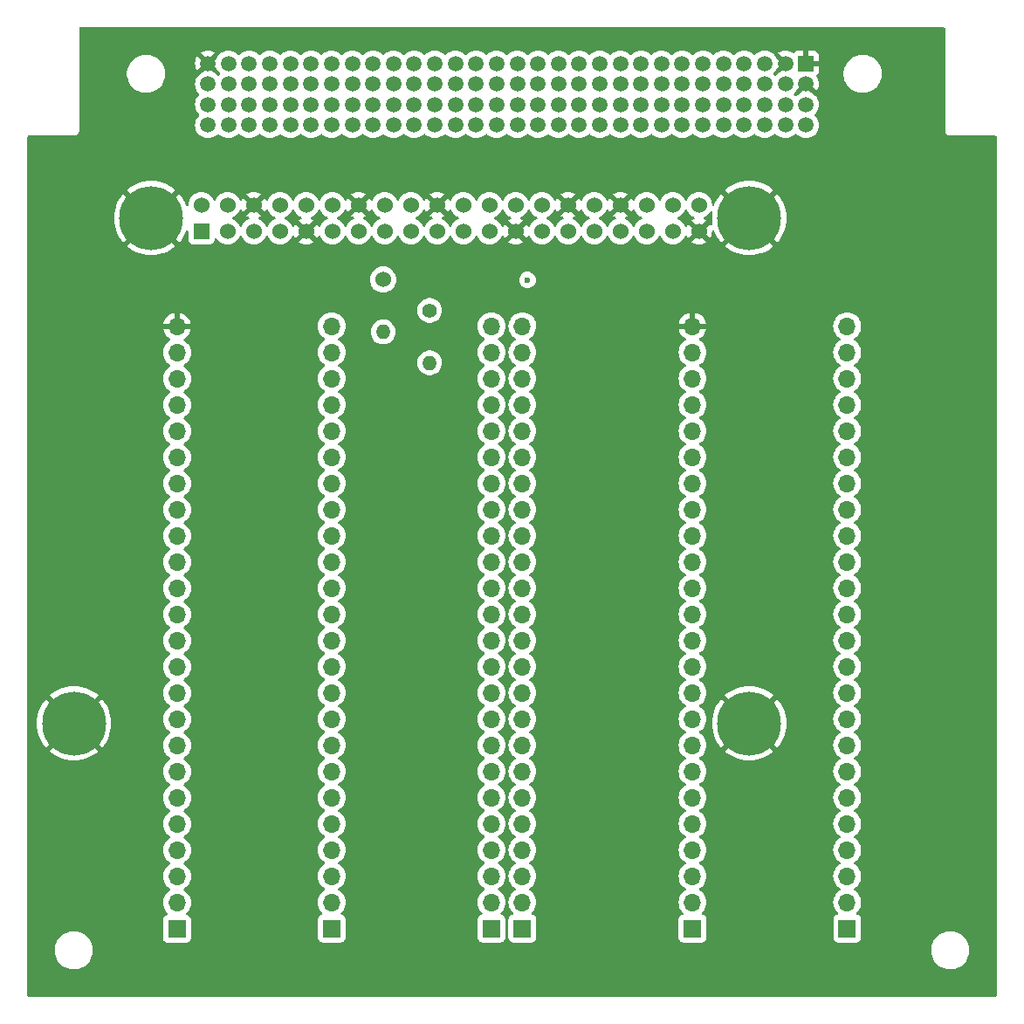
<source format=gbr>
%TF.GenerationSoftware,KiCad,Pcbnew,8.0.0*%
%TF.CreationDate,2025-01-17T03:29:13+02:00*%
%TF.ProjectId,diplomna_2024_pcb_layout,6469706c-6f6d-46e6-915f-323032345f70,rev?*%
%TF.SameCoordinates,Original*%
%TF.FileFunction,Copper,L2,Inr*%
%TF.FilePolarity,Positive*%
%FSLAX46Y46*%
G04 Gerber Fmt 4.6, Leading zero omitted, Abs format (unit mm)*
G04 Created by KiCad (PCBNEW 8.0.0) date 2025-01-17 03:29:13*
%MOMM*%
%LPD*%
G01*
G04 APERTURE LIST*
%TA.AperFunction,ComponentPad*%
%ADD10R,1.700000X1.700000*%
%TD*%
%TA.AperFunction,ComponentPad*%
%ADD11O,1.700000X1.700000*%
%TD*%
%TA.AperFunction,ComponentPad*%
%ADD12C,6.200000*%
%TD*%
%TA.AperFunction,ComponentPad*%
%ADD13R,1.524000X1.524000*%
%TD*%
%TA.AperFunction,ComponentPad*%
%ADD14C,1.524000*%
%TD*%
%TA.AperFunction,ComponentPad*%
%ADD15R,1.500000X1.500000*%
%TD*%
%TA.AperFunction,ComponentPad*%
%ADD16C,1.500000*%
%TD*%
%TA.AperFunction,ComponentPad*%
%ADD17O,1.400000X1.400000*%
%TD*%
%TA.AperFunction,ComponentPad*%
%ADD18C,1.400000*%
%TD*%
%TA.AperFunction,ViaPad*%
%ADD19C,0.600000*%
%TD*%
G04 APERTURE END LIST*
D10*
%TO.N,I/O*%
%TO.C,REF\u002A\u002A*%
X186000000Y-138400000D03*
D11*
X186000000Y-135860000D03*
X186000000Y-133320000D03*
X186000000Y-130780000D03*
X186000000Y-128240000D03*
X186000000Y-125700000D03*
X186000000Y-123160000D03*
%TO.N,N/C*%
X186000000Y-120620000D03*
%TO.N,CS*%
X186000000Y-118080000D03*
X186000000Y-115540000D03*
X186000000Y-113000000D03*
X186000000Y-110460000D03*
X186000000Y-107920000D03*
%TO.N,N/C*%
X186000000Y-105380000D03*
%TO.N,analog*%
X186000000Y-102840000D03*
X186000000Y-100300000D03*
%TO.N,CS*%
X186000000Y-97760000D03*
%TO.N,miso*%
X186000000Y-95220000D03*
%TO.N,mosi*%
X186000000Y-92680000D03*
%TO.N,scl*%
X186000000Y-90140000D03*
%TO.N,N/C*%
X186000000Y-87600000D03*
%TO.N,sda_i2c*%
X186000000Y-85060000D03*
%TO.N,scl_i2c*%
X186000000Y-82520000D03*
%TO.N,VDD*%
X186000000Y-79980000D03*
%TD*%
D12*
%TO.N,GND*%
%TO.C,*%
X161000000Y-118500000D03*
%TD*%
D13*
%TO.N,3.3v*%
%TO.C,REF\u002A\u002A*%
X173370000Y-70770000D03*
D14*
%TO.N,VDD*%
X173370000Y-68230000D03*
%TO.N,sda_i2c*%
X175910000Y-70770000D03*
%TO.N,VDD*%
X175910000Y-68230000D03*
%TO.N,scl_i2c*%
X178450000Y-70770000D03*
%TO.N,GND*%
X178450000Y-68230000D03*
%TO.N,N/C*%
X180990000Y-70770000D03*
%TO.N,tx*%
X180990000Y-68230000D03*
%TO.N,GND*%
X183530000Y-70770000D03*
%TO.N,rx*%
X183530000Y-68230000D03*
%TO.N,N/C*%
X186070000Y-70770000D03*
X186070000Y-68230000D03*
X188610000Y-70770000D03*
%TO.N,GND*%
X188610000Y-68230000D03*
%TO.N,N/C*%
X191150000Y-70770000D03*
%TO.N,I/O*%
X191150000Y-68230000D03*
%TO.N,N/C*%
X193690000Y-70770000D03*
%TO.N,I/O*%
X193690000Y-68230000D03*
%TO.N,mosi*%
X196230000Y-70770000D03*
%TO.N,GND*%
X196230000Y-68230000D03*
%TO.N,miso*%
X198770000Y-70770000D03*
%TO.N,I/O*%
X198770000Y-68230000D03*
%TO.N,scl*%
X201310000Y-70770000D03*
%TO.N,I/O*%
X201310000Y-68230000D03*
%TO.N,GND*%
X203850000Y-70770000D03*
%TO.N,I/O*%
X203850000Y-68230000D03*
%TO.N,N/C*%
X206390000Y-70770000D03*
%TO.N,I/O*%
X206390000Y-68230000D03*
%TO.N,N/C*%
X208930000Y-70770000D03*
%TO.N,GND*%
X208930000Y-68230000D03*
%TO.N,N/C*%
X211470000Y-70770000D03*
X211470000Y-68230000D03*
X214010000Y-70770000D03*
%TO.N,GND*%
X214010000Y-68230000D03*
%TO.N,N/C*%
X216550000Y-70770000D03*
%TO.N,I/O*%
X216550000Y-68230000D03*
%TO.N,N/C*%
X219090000Y-70770000D03*
%TO.N,I/O*%
X219090000Y-68230000D03*
%TO.N,GND*%
X221630000Y-70770000D03*
%TO.N,I/O*%
X221630000Y-68230000D03*
D12*
%TO.N,GND*%
X168500000Y-69500000D03*
X226500000Y-69500000D03*
X226500000Y-118500000D03*
%TD*%
D10*
%TO.N,N/C*%
%TO.C,REF\u002A\u002A*%
X236000000Y-138400000D03*
D11*
X236000000Y-135860000D03*
X236000000Y-133320000D03*
X236000000Y-130780000D03*
X236000000Y-128240000D03*
X236000000Y-125700000D03*
X236000000Y-123160000D03*
X236000000Y-120620000D03*
X236000000Y-118080000D03*
X236000000Y-115540000D03*
X236000000Y-113000000D03*
X236000000Y-110460000D03*
X236000000Y-107920000D03*
X236000000Y-105380000D03*
X236000000Y-102840000D03*
X236000000Y-100300000D03*
X236000000Y-97760000D03*
X236000000Y-95220000D03*
X236000000Y-92680000D03*
X236000000Y-90140000D03*
X236000000Y-87600000D03*
X236000000Y-85060000D03*
X236000000Y-82520000D03*
%TO.N,VDD*%
X236000000Y-79980000D03*
%TD*%
D10*
%TO.N,I/O*%
%TO.C,REF\u002A\u002A*%
X204500000Y-138400000D03*
D11*
X204500000Y-135860000D03*
X204500000Y-133320000D03*
X204500000Y-130780000D03*
X204500000Y-128240000D03*
X204500000Y-125700000D03*
X204500000Y-123160000D03*
%TO.N,N/C*%
X204500000Y-120620000D03*
%TO.N,CS*%
X204500000Y-118080000D03*
X204500000Y-115540000D03*
X204500000Y-113000000D03*
X204500000Y-110460000D03*
X204500000Y-107920000D03*
%TO.N,N/C*%
X204500000Y-105380000D03*
%TO.N,analog*%
X204500000Y-102840000D03*
X204500000Y-100300000D03*
%TO.N,N/C*%
X204500000Y-97760000D03*
%TO.N,miso*%
X204500000Y-95220000D03*
%TO.N,mosi*%
X204500000Y-92680000D03*
%TO.N,scl*%
X204500000Y-90140000D03*
%TO.N,N/C*%
X204500000Y-87600000D03*
%TO.N,sda_i2c*%
X204500000Y-85060000D03*
%TO.N,scl_i2c*%
X204500000Y-82520000D03*
%TO.N,N/C*%
X204500000Y-79980000D03*
%TD*%
D10*
%TO.N,I/O*%
%TO.C,REF\u002A\u002A*%
X201500000Y-138400000D03*
D11*
X201500000Y-135860000D03*
X201500000Y-133320000D03*
X201500000Y-130780000D03*
X201500000Y-128240000D03*
X201500000Y-125700000D03*
X201500000Y-123160000D03*
%TO.N,N/C*%
X201500000Y-120620000D03*
%TO.N,CS*%
X201500000Y-118080000D03*
X201500000Y-115540000D03*
X201500000Y-113000000D03*
X201500000Y-110460000D03*
X201500000Y-107920000D03*
%TO.N,N/C*%
X201500000Y-105380000D03*
%TO.N,analog*%
X201500000Y-102840000D03*
X201500000Y-100300000D03*
%TO.N,N/C*%
X201500000Y-97760000D03*
%TO.N,miso*%
X201500000Y-95220000D03*
%TO.N,mosi*%
X201500000Y-92680000D03*
%TO.N,scl*%
X201500000Y-90140000D03*
%TO.N,N/C*%
X201500000Y-87600000D03*
%TO.N,sda_i2c*%
X201500000Y-85060000D03*
%TO.N,scl_i2c*%
X201500000Y-82520000D03*
%TO.N,N/C*%
X201500000Y-79980000D03*
%TD*%
D10*
%TO.N,N/C*%
%TO.C,REF\u002A\u002A*%
X171000000Y-138420000D03*
D11*
X171000000Y-135880000D03*
X171000000Y-133340000D03*
X171000000Y-130800000D03*
X171000000Y-128260000D03*
X171000000Y-125720000D03*
X171000000Y-123180000D03*
X171000000Y-120640000D03*
X171000000Y-118100000D03*
X171000000Y-115560000D03*
X171000000Y-113020000D03*
X171000000Y-110480000D03*
X171000000Y-107940000D03*
X171000000Y-105400000D03*
X171000000Y-102860000D03*
X171000000Y-100320000D03*
X171000000Y-97780000D03*
X171000000Y-95240000D03*
X171000000Y-92700000D03*
X171000000Y-90160000D03*
X171000000Y-87620000D03*
X171000000Y-85080000D03*
X171000000Y-82540000D03*
%TO.N,GND*%
X171000000Y-80000000D03*
%TD*%
D15*
%TO.N,GND*%
%TO.C,J\u002A\u002A*%
X232000000Y-54500000D03*
D16*
X230000000Y-54500000D03*
%TO.N,N/C*%
X228000000Y-54500000D03*
X226000000Y-54500000D03*
X224000000Y-54500000D03*
X222000000Y-54500000D03*
X220000000Y-54500000D03*
X218000000Y-54500000D03*
X216000000Y-54500000D03*
X214000000Y-54500000D03*
X212000000Y-54500000D03*
X210000000Y-54500000D03*
X208000000Y-54500000D03*
X206000000Y-54500000D03*
X204000000Y-54500000D03*
X202000000Y-54500000D03*
X200000000Y-54500000D03*
X198000000Y-54500000D03*
X196000000Y-54500000D03*
X194000000Y-54500000D03*
X192000000Y-54500000D03*
X190000000Y-54500000D03*
X188000000Y-54500000D03*
X186000000Y-54500000D03*
X184000000Y-54500000D03*
X182000000Y-54500000D03*
X180000000Y-54500000D03*
X178000000Y-54500000D03*
X176000000Y-54500000D03*
%TO.N,GND*%
X174000000Y-54500000D03*
X232000000Y-56500000D03*
%TO.N,N/C*%
X230000000Y-56500000D03*
X228000000Y-56500000D03*
X226000000Y-56500000D03*
X224000000Y-56500000D03*
X222000000Y-56500000D03*
X220000000Y-56500000D03*
X218000000Y-56500000D03*
X216000000Y-56500000D03*
X214000000Y-56500000D03*
X212000000Y-56500000D03*
X210000000Y-56500000D03*
X208000000Y-56500000D03*
X206000000Y-56500000D03*
X204000000Y-56500000D03*
X202000000Y-56500000D03*
X200000000Y-56500000D03*
X198000000Y-56500000D03*
X196000000Y-56500000D03*
X194000000Y-56500000D03*
X192000000Y-56500000D03*
X190000000Y-56500000D03*
X188000000Y-56500000D03*
X186000000Y-56500000D03*
X184000000Y-56500000D03*
X182000000Y-56500000D03*
X180000000Y-56500000D03*
X178000000Y-56500000D03*
X176000000Y-56500000D03*
%TO.N,3.3v*%
X174000000Y-56500000D03*
%TO.N,N/C*%
X232000000Y-58500000D03*
X230000000Y-58500000D03*
X228000000Y-58500000D03*
X226000000Y-58500000D03*
X224000000Y-58500000D03*
X222000000Y-58500000D03*
X220000000Y-58500000D03*
X218000000Y-58500000D03*
X216000000Y-58500000D03*
X214000000Y-58500000D03*
X212000000Y-58500000D03*
X210000000Y-58500000D03*
X208000000Y-58500000D03*
X206000000Y-58500000D03*
X204000000Y-58500000D03*
X202000000Y-58500000D03*
X200000000Y-58500000D03*
X198000000Y-58500000D03*
X196000000Y-58500000D03*
X194000000Y-58500000D03*
X192000000Y-58500000D03*
X190000000Y-58500000D03*
X188000000Y-58500000D03*
X186000000Y-58500000D03*
X184000000Y-58500000D03*
X182000000Y-58500000D03*
X180000000Y-58500000D03*
X178000000Y-58500000D03*
X176000000Y-58500000D03*
%TO.N,VDD*%
X174000000Y-58500000D03*
%TO.N,N/C*%
X232000000Y-60500000D03*
X230000000Y-60500000D03*
X228000000Y-60500000D03*
X226000000Y-60500000D03*
X224000000Y-60500000D03*
X222000000Y-60500000D03*
X220000000Y-60500000D03*
X218000000Y-60500000D03*
X216000000Y-60500000D03*
%TO.N,I/O*%
X214000000Y-60500000D03*
X212000000Y-60500000D03*
X210000000Y-60500000D03*
%TO.N,N/C*%
X208000000Y-60500000D03*
X206000000Y-60500000D03*
X204000000Y-60500000D03*
X202000000Y-60500000D03*
%TO.N,I/O*%
X200000000Y-60500000D03*
X198000000Y-60500000D03*
X196000000Y-60500000D03*
X194000000Y-60500000D03*
X192000000Y-60500000D03*
X190000000Y-60500000D03*
%TO.N,N/C*%
X188000000Y-60500000D03*
%TO.N,rx*%
X186000000Y-60500000D03*
%TO.N,tx*%
X184000000Y-60500000D03*
%TO.N,N/C*%
X182000000Y-60500000D03*
%TO.N,scl_i2c*%
X180000000Y-60500000D03*
%TO.N,sda_i2c*%
X178000000Y-60500000D03*
%TO.N,N/C*%
X176000000Y-60500000D03*
%TO.N,VDD*%
X174000000Y-60500000D03*
%TD*%
D14*
%TO.N,VDD*%
%TO.C,REF\u002A\u002A*%
X191000000Y-75460000D03*
D17*
%TO.N,scl_i2c*%
X191000000Y-80540000D03*
%TD*%
D18*
%TO.N,VDD*%
%TO.C,REF\u002A\u002A*%
X195500000Y-78460000D03*
D17*
%TO.N,sda_i2c*%
X195500000Y-83540000D03*
%TD*%
D10*
%TO.N,I/O*%
%TO.C,REF\u002A\u002A*%
X221000000Y-138400000D03*
D11*
X221000000Y-135860000D03*
X221000000Y-133320000D03*
X221000000Y-130780000D03*
X221000000Y-128240000D03*
X221000000Y-125700000D03*
X221000000Y-123160000D03*
%TO.N,N/C*%
X221000000Y-120620000D03*
%TO.N,CS*%
X221000000Y-118080000D03*
X221000000Y-115540000D03*
X221000000Y-113000000D03*
X221000000Y-110460000D03*
X221000000Y-107920000D03*
%TO.N,N/C*%
X221000000Y-105380000D03*
%TO.N,analog*%
X221000000Y-102840000D03*
X221000000Y-100300000D03*
%TO.N,CS*%
X221000000Y-97760000D03*
%TO.N,miso*%
X221000000Y-95220000D03*
%TO.N,mosi*%
X221000000Y-92680000D03*
%TO.N,scl*%
X221000000Y-90140000D03*
%TO.N,N/C*%
X221000000Y-87600000D03*
%TO.N,sda_i2c*%
X221000000Y-85060000D03*
%TO.N,scl_i2c*%
X221000000Y-82520000D03*
%TO.N,GND*%
X221000000Y-79980000D03*
%TD*%
D19*
%TO.N,scl*%
X205000000Y-75500000D03*
%TD*%
%TA.AperFunction,Conductor*%
%TO.N,GND*%
G36*
X182327865Y-68683435D02*
G01*
X182372382Y-68734811D01*
X182432464Y-68863658D01*
X182432468Y-68863666D01*
X182559170Y-69044615D01*
X182559175Y-69044621D01*
X182715378Y-69200824D01*
X182715384Y-69200829D01*
X182896333Y-69327531D01*
X182896335Y-69327532D01*
X182896338Y-69327534D01*
X182978514Y-69365853D01*
X183025781Y-69387894D01*
X183078220Y-69434066D01*
X183097372Y-69501260D01*
X183077156Y-69568141D01*
X183025781Y-69612658D01*
X182896590Y-69672901D01*
X182831811Y-69718258D01*
X183394057Y-70280504D01*
X183333919Y-70296619D01*
X183218080Y-70363498D01*
X183123498Y-70458080D01*
X183056619Y-70573919D01*
X183040504Y-70634057D01*
X182478258Y-70071811D01*
X182432901Y-70136590D01*
X182372658Y-70265781D01*
X182326485Y-70318220D01*
X182259292Y-70337372D01*
X182192411Y-70317156D01*
X182147894Y-70265781D01*
X182126852Y-70220657D01*
X182087534Y-70136339D01*
X181992125Y-70000080D01*
X181960827Y-69955381D01*
X181905962Y-69900516D01*
X181804620Y-69799174D01*
X181804616Y-69799171D01*
X181804615Y-69799170D01*
X181623666Y-69672468D01*
X181623658Y-69672464D01*
X181494811Y-69612382D01*
X181442371Y-69566210D01*
X181423219Y-69499017D01*
X181443435Y-69432135D01*
X181494811Y-69387618D01*
X181541486Y-69365853D01*
X181623662Y-69327534D01*
X181804620Y-69200826D01*
X181960826Y-69044620D01*
X182087534Y-68863662D01*
X182147618Y-68734811D01*
X182193790Y-68682371D01*
X182260983Y-68663219D01*
X182327865Y-68683435D01*
G37*
%TD.AperFunction*%
%TA.AperFunction,Conductor*%
G36*
X202647865Y-68683435D02*
G01*
X202692382Y-68734811D01*
X202752464Y-68863658D01*
X202752468Y-68863666D01*
X202879170Y-69044615D01*
X202879175Y-69044621D01*
X203035378Y-69200824D01*
X203035384Y-69200829D01*
X203216333Y-69327531D01*
X203216335Y-69327532D01*
X203216338Y-69327534D01*
X203298514Y-69365853D01*
X203345781Y-69387894D01*
X203398220Y-69434066D01*
X203417372Y-69501260D01*
X203397156Y-69568141D01*
X203345781Y-69612658D01*
X203216590Y-69672901D01*
X203151811Y-69718258D01*
X203714057Y-70280504D01*
X203653919Y-70296619D01*
X203538080Y-70363498D01*
X203443498Y-70458080D01*
X203376619Y-70573919D01*
X203360504Y-70634057D01*
X202798258Y-70071811D01*
X202752901Y-70136590D01*
X202692658Y-70265781D01*
X202646485Y-70318220D01*
X202579292Y-70337372D01*
X202512411Y-70317156D01*
X202467894Y-70265781D01*
X202446852Y-70220657D01*
X202407534Y-70136339D01*
X202312125Y-70000080D01*
X202280827Y-69955381D01*
X202225962Y-69900516D01*
X202124620Y-69799174D01*
X202124616Y-69799171D01*
X202124615Y-69799170D01*
X201943666Y-69672468D01*
X201943658Y-69672464D01*
X201814811Y-69612382D01*
X201762371Y-69566210D01*
X201743219Y-69499017D01*
X201763435Y-69432135D01*
X201814811Y-69387618D01*
X201861486Y-69365853D01*
X201943662Y-69327534D01*
X202124620Y-69200826D01*
X202280826Y-69044620D01*
X202407534Y-68863662D01*
X202467618Y-68734811D01*
X202513790Y-68682371D01*
X202580983Y-68663219D01*
X202647865Y-68683435D01*
G37*
%TD.AperFunction*%
%TA.AperFunction,Conductor*%
G36*
X220427865Y-68683435D02*
G01*
X220472382Y-68734811D01*
X220532464Y-68863658D01*
X220532468Y-68863666D01*
X220659170Y-69044615D01*
X220659175Y-69044621D01*
X220815378Y-69200824D01*
X220815384Y-69200829D01*
X220996333Y-69327531D01*
X220996335Y-69327532D01*
X220996338Y-69327534D01*
X221078514Y-69365853D01*
X221125781Y-69387894D01*
X221178220Y-69434066D01*
X221197372Y-69501260D01*
X221177156Y-69568141D01*
X221125781Y-69612658D01*
X220996590Y-69672901D01*
X220931811Y-69718258D01*
X221494057Y-70280504D01*
X221433919Y-70296619D01*
X221318080Y-70363498D01*
X221223498Y-70458080D01*
X221156619Y-70573919D01*
X221140504Y-70634057D01*
X220578258Y-70071811D01*
X220532901Y-70136590D01*
X220472658Y-70265781D01*
X220426485Y-70318220D01*
X220359292Y-70337372D01*
X220292411Y-70317156D01*
X220247894Y-70265781D01*
X220226852Y-70220657D01*
X220187534Y-70136339D01*
X220092125Y-70000080D01*
X220060827Y-69955381D01*
X220005962Y-69900516D01*
X219904620Y-69799174D01*
X219904616Y-69799171D01*
X219904615Y-69799170D01*
X219723666Y-69672468D01*
X219723658Y-69672464D01*
X219594811Y-69612382D01*
X219542371Y-69566210D01*
X219523219Y-69499017D01*
X219543435Y-69432135D01*
X219594811Y-69387618D01*
X219641486Y-69365853D01*
X219723662Y-69327534D01*
X219904620Y-69200826D01*
X220060826Y-69044620D01*
X220187534Y-68863662D01*
X220247618Y-68734811D01*
X220293790Y-68682371D01*
X220360983Y-68663219D01*
X220427865Y-68683435D01*
G37*
%TD.AperFunction*%
%TA.AperFunction,Conductor*%
G36*
X184867865Y-68683435D02*
G01*
X184912382Y-68734811D01*
X184972464Y-68863658D01*
X184972468Y-68863666D01*
X185099170Y-69044615D01*
X185099175Y-69044621D01*
X185255378Y-69200824D01*
X185255384Y-69200829D01*
X185436333Y-69327531D01*
X185436335Y-69327532D01*
X185436338Y-69327534D01*
X185518514Y-69365853D01*
X185565189Y-69387618D01*
X185617628Y-69433790D01*
X185636780Y-69500984D01*
X185616564Y-69567865D01*
X185565189Y-69612382D01*
X185436340Y-69672465D01*
X185436338Y-69672466D01*
X185255377Y-69799175D01*
X185099175Y-69955377D01*
X184972467Y-70136337D01*
X184912105Y-70265782D01*
X184865932Y-70318221D01*
X184798738Y-70337372D01*
X184731857Y-70317156D01*
X184687341Y-70265780D01*
X184627098Y-70136589D01*
X184627097Y-70136587D01*
X184581741Y-70071811D01*
X184581740Y-70071810D01*
X184019494Y-70634056D01*
X184003381Y-70573919D01*
X183936502Y-70458080D01*
X183841920Y-70363498D01*
X183726081Y-70296619D01*
X183665942Y-70280505D01*
X184228188Y-69718259D01*
X184228187Y-69718258D01*
X184163411Y-69672901D01*
X184163405Y-69672898D01*
X184034219Y-69612658D01*
X183981779Y-69566486D01*
X183962627Y-69499293D01*
X183982843Y-69432411D01*
X184034219Y-69387894D01*
X184081486Y-69365853D01*
X184163662Y-69327534D01*
X184344620Y-69200826D01*
X184500826Y-69044620D01*
X184627534Y-68863662D01*
X184687618Y-68734811D01*
X184733790Y-68682371D01*
X184800983Y-68663219D01*
X184867865Y-68683435D01*
G37*
%TD.AperFunction*%
%TA.AperFunction,Conductor*%
G36*
X205187865Y-68683435D02*
G01*
X205232382Y-68734811D01*
X205292464Y-68863658D01*
X205292468Y-68863666D01*
X205419170Y-69044615D01*
X205419175Y-69044621D01*
X205575378Y-69200824D01*
X205575384Y-69200829D01*
X205756333Y-69327531D01*
X205756335Y-69327532D01*
X205756338Y-69327534D01*
X205838514Y-69365853D01*
X205885189Y-69387618D01*
X205937628Y-69433790D01*
X205956780Y-69500984D01*
X205936564Y-69567865D01*
X205885189Y-69612382D01*
X205756340Y-69672465D01*
X205756338Y-69672466D01*
X205575377Y-69799175D01*
X205419175Y-69955377D01*
X205292467Y-70136337D01*
X205232105Y-70265782D01*
X205185932Y-70318221D01*
X205118738Y-70337372D01*
X205051857Y-70317156D01*
X205007341Y-70265780D01*
X204947098Y-70136589D01*
X204947097Y-70136587D01*
X204901741Y-70071811D01*
X204901740Y-70071810D01*
X204339494Y-70634056D01*
X204323381Y-70573919D01*
X204256502Y-70458080D01*
X204161920Y-70363498D01*
X204046081Y-70296619D01*
X203985942Y-70280505D01*
X204548188Y-69718259D01*
X204548187Y-69718258D01*
X204483411Y-69672901D01*
X204483405Y-69672898D01*
X204354219Y-69612658D01*
X204301779Y-69566486D01*
X204282627Y-69499293D01*
X204302843Y-69432411D01*
X204354219Y-69387894D01*
X204401486Y-69365853D01*
X204483662Y-69327534D01*
X204664620Y-69200826D01*
X204820826Y-69044620D01*
X204947534Y-68863662D01*
X205007618Y-68734811D01*
X205053790Y-68682371D01*
X205120983Y-68663219D01*
X205187865Y-68683435D01*
G37*
%TD.AperFunction*%
%TA.AperFunction,Conductor*%
G36*
X222901031Y-68862834D02*
G01*
X222936445Y-68923064D01*
X222938649Y-68972652D01*
X222914808Y-69123179D01*
X222895060Y-69499999D01*
X222895060Y-69500000D01*
X222914808Y-69876820D01*
X222938828Y-70028475D01*
X222929873Y-70097768D01*
X222884877Y-70151220D01*
X222818126Y-70171860D01*
X222750812Y-70153135D01*
X222714780Y-70118996D01*
X222681741Y-70071811D01*
X222681740Y-70071810D01*
X222119494Y-70634056D01*
X222103381Y-70573919D01*
X222036502Y-70458080D01*
X221941920Y-70363498D01*
X221826081Y-70296619D01*
X221765942Y-70280505D01*
X222328188Y-69718259D01*
X222328187Y-69718258D01*
X222263411Y-69672901D01*
X222263405Y-69672898D01*
X222134219Y-69612658D01*
X222081779Y-69566486D01*
X222062627Y-69499293D01*
X222082843Y-69432411D01*
X222134219Y-69387894D01*
X222181486Y-69365853D01*
X222263662Y-69327534D01*
X222444620Y-69200826D01*
X222600826Y-69044620D01*
X222714603Y-68882129D01*
X222769177Y-68838506D01*
X222838676Y-68831312D01*
X222901031Y-68862834D01*
G37*
%TD.AperFunction*%
%TA.AperFunction,Conductor*%
G36*
X177976619Y-68426081D02*
G01*
X178043498Y-68541920D01*
X178138080Y-68636502D01*
X178253919Y-68703381D01*
X178314057Y-68719494D01*
X177751810Y-69281740D01*
X177816589Y-69327098D01*
X177945781Y-69387342D01*
X177998220Y-69433514D01*
X178017372Y-69500708D01*
X177997156Y-69567589D01*
X177945781Y-69612106D01*
X177816340Y-69672465D01*
X177816338Y-69672466D01*
X177635377Y-69799175D01*
X177479175Y-69955377D01*
X177352466Y-70136338D01*
X177352465Y-70136340D01*
X177292382Y-70265189D01*
X177246209Y-70317628D01*
X177179016Y-70336780D01*
X177112135Y-70316564D01*
X177067618Y-70265189D01*
X177046852Y-70220657D01*
X177007534Y-70136339D01*
X176912125Y-70000080D01*
X176880827Y-69955381D01*
X176825962Y-69900516D01*
X176724620Y-69799174D01*
X176724616Y-69799171D01*
X176724615Y-69799170D01*
X176543666Y-69672468D01*
X176543658Y-69672464D01*
X176414811Y-69612382D01*
X176362371Y-69566210D01*
X176343219Y-69499017D01*
X176363435Y-69432135D01*
X176414811Y-69387618D01*
X176461486Y-69365853D01*
X176543662Y-69327534D01*
X176724620Y-69200826D01*
X176880826Y-69044620D01*
X177007534Y-68863662D01*
X177067894Y-68734218D01*
X177114066Y-68681779D01*
X177181259Y-68662627D01*
X177248141Y-68682843D01*
X177292658Y-68734219D01*
X177352898Y-68863405D01*
X177352901Y-68863411D01*
X177398258Y-68928187D01*
X177398259Y-68928188D01*
X177960504Y-68365942D01*
X177976619Y-68426081D01*
G37*
%TD.AperFunction*%
%TA.AperFunction,Conductor*%
G36*
X179501741Y-68928188D02*
G01*
X179547094Y-68863417D01*
X179547095Y-68863416D01*
X179607340Y-68734219D01*
X179653512Y-68681780D01*
X179720706Y-68662627D01*
X179787587Y-68682842D01*
X179832105Y-68734218D01*
X179892466Y-68863662D01*
X179892468Y-68863666D01*
X180019170Y-69044615D01*
X180019175Y-69044621D01*
X180175378Y-69200824D01*
X180175384Y-69200829D01*
X180356333Y-69327531D01*
X180356335Y-69327532D01*
X180356338Y-69327534D01*
X180438514Y-69365853D01*
X180485189Y-69387618D01*
X180537628Y-69433790D01*
X180556780Y-69500984D01*
X180536564Y-69567865D01*
X180485189Y-69612382D01*
X180356340Y-69672465D01*
X180356338Y-69672466D01*
X180175377Y-69799175D01*
X180019175Y-69955377D01*
X179892466Y-70136338D01*
X179892465Y-70136340D01*
X179832382Y-70265189D01*
X179786209Y-70317628D01*
X179719016Y-70336780D01*
X179652135Y-70316564D01*
X179607618Y-70265189D01*
X179586852Y-70220657D01*
X179547534Y-70136339D01*
X179452125Y-70000080D01*
X179420827Y-69955381D01*
X179365962Y-69900516D01*
X179264620Y-69799174D01*
X179264616Y-69799171D01*
X179264615Y-69799170D01*
X179083666Y-69672468D01*
X179083662Y-69672466D01*
X178954218Y-69612105D01*
X178901779Y-69565932D01*
X178882627Y-69498739D01*
X178902843Y-69431858D01*
X178954219Y-69387340D01*
X179083416Y-69327095D01*
X179083417Y-69327094D01*
X179148188Y-69281741D01*
X178585942Y-68719494D01*
X178646081Y-68703381D01*
X178761920Y-68636502D01*
X178856502Y-68541920D01*
X178923381Y-68426081D01*
X178939495Y-68365942D01*
X179501741Y-68928188D01*
G37*
%TD.AperFunction*%
%TA.AperFunction,Conductor*%
G36*
X188136619Y-68426081D02*
G01*
X188203498Y-68541920D01*
X188298080Y-68636502D01*
X188413919Y-68703381D01*
X188474057Y-68719494D01*
X187911810Y-69281740D01*
X187976589Y-69327098D01*
X188105781Y-69387342D01*
X188158220Y-69433514D01*
X188177372Y-69500708D01*
X188157156Y-69567589D01*
X188105781Y-69612106D01*
X187976340Y-69672465D01*
X187976338Y-69672466D01*
X187795377Y-69799175D01*
X187639175Y-69955377D01*
X187512466Y-70136338D01*
X187512465Y-70136340D01*
X187452382Y-70265189D01*
X187406209Y-70317628D01*
X187339016Y-70336780D01*
X187272135Y-70316564D01*
X187227618Y-70265189D01*
X187206852Y-70220657D01*
X187167534Y-70136339D01*
X187072125Y-70000080D01*
X187040827Y-69955381D01*
X186985962Y-69900516D01*
X186884620Y-69799174D01*
X186884616Y-69799171D01*
X186884615Y-69799170D01*
X186703666Y-69672468D01*
X186703658Y-69672464D01*
X186574811Y-69612382D01*
X186522371Y-69566210D01*
X186503219Y-69499017D01*
X186523435Y-69432135D01*
X186574811Y-69387618D01*
X186621486Y-69365853D01*
X186703662Y-69327534D01*
X186884620Y-69200826D01*
X187040826Y-69044620D01*
X187167534Y-68863662D01*
X187227894Y-68734218D01*
X187274066Y-68681779D01*
X187341259Y-68662627D01*
X187408141Y-68682843D01*
X187452658Y-68734219D01*
X187512898Y-68863405D01*
X187512901Y-68863411D01*
X187558258Y-68928187D01*
X187558259Y-68928188D01*
X188120504Y-68365942D01*
X188136619Y-68426081D01*
G37*
%TD.AperFunction*%
%TA.AperFunction,Conductor*%
G36*
X189661741Y-68928188D02*
G01*
X189707094Y-68863417D01*
X189707095Y-68863416D01*
X189767340Y-68734219D01*
X189813512Y-68681780D01*
X189880706Y-68662627D01*
X189947587Y-68682842D01*
X189992105Y-68734218D01*
X190052466Y-68863662D01*
X190052468Y-68863666D01*
X190179170Y-69044615D01*
X190179175Y-69044621D01*
X190335378Y-69200824D01*
X190335384Y-69200829D01*
X190516333Y-69327531D01*
X190516335Y-69327532D01*
X190516338Y-69327534D01*
X190598514Y-69365853D01*
X190645189Y-69387618D01*
X190697628Y-69433790D01*
X190716780Y-69500984D01*
X190696564Y-69567865D01*
X190645189Y-69612382D01*
X190516340Y-69672465D01*
X190516338Y-69672466D01*
X190335377Y-69799175D01*
X190179175Y-69955377D01*
X190052466Y-70136338D01*
X190052465Y-70136340D01*
X189992382Y-70265189D01*
X189946209Y-70317628D01*
X189879016Y-70336780D01*
X189812135Y-70316564D01*
X189767618Y-70265189D01*
X189746852Y-70220657D01*
X189707534Y-70136339D01*
X189612125Y-70000080D01*
X189580827Y-69955381D01*
X189525962Y-69900516D01*
X189424620Y-69799174D01*
X189424616Y-69799171D01*
X189424615Y-69799170D01*
X189243666Y-69672468D01*
X189243662Y-69672466D01*
X189114218Y-69612105D01*
X189061779Y-69565932D01*
X189042627Y-69498739D01*
X189062843Y-69431858D01*
X189114219Y-69387340D01*
X189243416Y-69327095D01*
X189243417Y-69327094D01*
X189308188Y-69281741D01*
X188745942Y-68719494D01*
X188806081Y-68703381D01*
X188921920Y-68636502D01*
X189016502Y-68541920D01*
X189083381Y-68426081D01*
X189099495Y-68365942D01*
X189661741Y-68928188D01*
G37*
%TD.AperFunction*%
%TA.AperFunction,Conductor*%
G36*
X195756619Y-68426081D02*
G01*
X195823498Y-68541920D01*
X195918080Y-68636502D01*
X196033919Y-68703381D01*
X196094057Y-68719494D01*
X195531810Y-69281740D01*
X195596589Y-69327098D01*
X195725781Y-69387342D01*
X195778220Y-69433514D01*
X195797372Y-69500708D01*
X195777156Y-69567589D01*
X195725781Y-69612106D01*
X195596340Y-69672465D01*
X195596338Y-69672466D01*
X195415377Y-69799175D01*
X195259175Y-69955377D01*
X195132466Y-70136338D01*
X195132465Y-70136340D01*
X195072382Y-70265189D01*
X195026209Y-70317628D01*
X194959016Y-70336780D01*
X194892135Y-70316564D01*
X194847618Y-70265189D01*
X194826852Y-70220657D01*
X194787534Y-70136339D01*
X194692125Y-70000080D01*
X194660827Y-69955381D01*
X194605962Y-69900516D01*
X194504620Y-69799174D01*
X194504616Y-69799171D01*
X194504615Y-69799170D01*
X194323666Y-69672468D01*
X194323658Y-69672464D01*
X194194811Y-69612382D01*
X194142371Y-69566210D01*
X194123219Y-69499017D01*
X194143435Y-69432135D01*
X194194811Y-69387618D01*
X194241486Y-69365853D01*
X194323662Y-69327534D01*
X194504620Y-69200826D01*
X194660826Y-69044620D01*
X194787534Y-68863662D01*
X194847894Y-68734218D01*
X194894066Y-68681779D01*
X194961259Y-68662627D01*
X195028141Y-68682843D01*
X195072658Y-68734219D01*
X195132898Y-68863405D01*
X195132901Y-68863411D01*
X195178258Y-68928187D01*
X195178259Y-68928188D01*
X195740504Y-68365942D01*
X195756619Y-68426081D01*
G37*
%TD.AperFunction*%
%TA.AperFunction,Conductor*%
G36*
X197281741Y-68928188D02*
G01*
X197327094Y-68863417D01*
X197327095Y-68863416D01*
X197387340Y-68734219D01*
X197433512Y-68681780D01*
X197500706Y-68662627D01*
X197567587Y-68682842D01*
X197612105Y-68734218D01*
X197672466Y-68863662D01*
X197672468Y-68863666D01*
X197799170Y-69044615D01*
X197799175Y-69044621D01*
X197955378Y-69200824D01*
X197955384Y-69200829D01*
X198136333Y-69327531D01*
X198136335Y-69327532D01*
X198136338Y-69327534D01*
X198218514Y-69365853D01*
X198265189Y-69387618D01*
X198317628Y-69433790D01*
X198336780Y-69500984D01*
X198316564Y-69567865D01*
X198265189Y-69612382D01*
X198136340Y-69672465D01*
X198136338Y-69672466D01*
X197955377Y-69799175D01*
X197799175Y-69955377D01*
X197672466Y-70136338D01*
X197672465Y-70136340D01*
X197612382Y-70265189D01*
X197566209Y-70317628D01*
X197499016Y-70336780D01*
X197432135Y-70316564D01*
X197387618Y-70265189D01*
X197366852Y-70220657D01*
X197327534Y-70136339D01*
X197232125Y-70000080D01*
X197200827Y-69955381D01*
X197145962Y-69900516D01*
X197044620Y-69799174D01*
X197044616Y-69799171D01*
X197044615Y-69799170D01*
X196863666Y-69672468D01*
X196863662Y-69672466D01*
X196734218Y-69612105D01*
X196681779Y-69565932D01*
X196662627Y-69498739D01*
X196682843Y-69431858D01*
X196734219Y-69387340D01*
X196863416Y-69327095D01*
X196863417Y-69327094D01*
X196928188Y-69281741D01*
X196365942Y-68719494D01*
X196426081Y-68703381D01*
X196541920Y-68636502D01*
X196636502Y-68541920D01*
X196703381Y-68426081D01*
X196719495Y-68365942D01*
X197281741Y-68928188D01*
G37*
%TD.AperFunction*%
%TA.AperFunction,Conductor*%
G36*
X208456619Y-68426081D02*
G01*
X208523498Y-68541920D01*
X208618080Y-68636502D01*
X208733919Y-68703381D01*
X208794057Y-68719494D01*
X208231810Y-69281740D01*
X208296589Y-69327098D01*
X208425781Y-69387342D01*
X208478220Y-69433514D01*
X208497372Y-69500708D01*
X208477156Y-69567589D01*
X208425781Y-69612106D01*
X208296340Y-69672465D01*
X208296338Y-69672466D01*
X208115377Y-69799175D01*
X207959175Y-69955377D01*
X207832466Y-70136338D01*
X207832465Y-70136340D01*
X207772382Y-70265189D01*
X207726209Y-70317628D01*
X207659016Y-70336780D01*
X207592135Y-70316564D01*
X207547618Y-70265189D01*
X207526852Y-70220657D01*
X207487534Y-70136339D01*
X207392125Y-70000080D01*
X207360827Y-69955381D01*
X207305962Y-69900516D01*
X207204620Y-69799174D01*
X207204616Y-69799171D01*
X207204615Y-69799170D01*
X207023666Y-69672468D01*
X207023658Y-69672464D01*
X206894811Y-69612382D01*
X206842371Y-69566210D01*
X206823219Y-69499017D01*
X206843435Y-69432135D01*
X206894811Y-69387618D01*
X206941486Y-69365853D01*
X207023662Y-69327534D01*
X207204620Y-69200826D01*
X207360826Y-69044620D01*
X207487534Y-68863662D01*
X207547894Y-68734218D01*
X207594066Y-68681779D01*
X207661259Y-68662627D01*
X207728141Y-68682843D01*
X207772658Y-68734219D01*
X207832898Y-68863405D01*
X207832901Y-68863411D01*
X207878258Y-68928187D01*
X207878259Y-68928188D01*
X208440504Y-68365942D01*
X208456619Y-68426081D01*
G37*
%TD.AperFunction*%
%TA.AperFunction,Conductor*%
G36*
X209981741Y-68928188D02*
G01*
X210027094Y-68863417D01*
X210027095Y-68863416D01*
X210087340Y-68734219D01*
X210133512Y-68681780D01*
X210200706Y-68662627D01*
X210267587Y-68682842D01*
X210312105Y-68734218D01*
X210372466Y-68863662D01*
X210372468Y-68863666D01*
X210499170Y-69044615D01*
X210499175Y-69044621D01*
X210655378Y-69200824D01*
X210655384Y-69200829D01*
X210836333Y-69327531D01*
X210836335Y-69327532D01*
X210836338Y-69327534D01*
X210918514Y-69365853D01*
X210965189Y-69387618D01*
X211017628Y-69433790D01*
X211036780Y-69500984D01*
X211016564Y-69567865D01*
X210965189Y-69612382D01*
X210836340Y-69672465D01*
X210836338Y-69672466D01*
X210655377Y-69799175D01*
X210499175Y-69955377D01*
X210372466Y-70136338D01*
X210372465Y-70136340D01*
X210312382Y-70265189D01*
X210266209Y-70317628D01*
X210199016Y-70336780D01*
X210132135Y-70316564D01*
X210087618Y-70265189D01*
X210066852Y-70220657D01*
X210027534Y-70136339D01*
X209932125Y-70000080D01*
X209900827Y-69955381D01*
X209845962Y-69900516D01*
X209744620Y-69799174D01*
X209744616Y-69799171D01*
X209744615Y-69799170D01*
X209563666Y-69672468D01*
X209563662Y-69672466D01*
X209434218Y-69612105D01*
X209381779Y-69565932D01*
X209362627Y-69498739D01*
X209382843Y-69431858D01*
X209434219Y-69387340D01*
X209563416Y-69327095D01*
X209563417Y-69327094D01*
X209628188Y-69281741D01*
X209065942Y-68719494D01*
X209126081Y-68703381D01*
X209241920Y-68636502D01*
X209336502Y-68541920D01*
X209403381Y-68426081D01*
X209419495Y-68365942D01*
X209981741Y-68928188D01*
G37*
%TD.AperFunction*%
%TA.AperFunction,Conductor*%
G36*
X213536619Y-68426081D02*
G01*
X213603498Y-68541920D01*
X213698080Y-68636502D01*
X213813919Y-68703381D01*
X213874057Y-68719494D01*
X213311810Y-69281740D01*
X213376589Y-69327098D01*
X213505781Y-69387342D01*
X213558220Y-69433514D01*
X213577372Y-69500708D01*
X213557156Y-69567589D01*
X213505781Y-69612106D01*
X213376340Y-69672465D01*
X213376338Y-69672466D01*
X213195377Y-69799175D01*
X213039175Y-69955377D01*
X212912466Y-70136338D01*
X212912465Y-70136340D01*
X212852382Y-70265189D01*
X212806209Y-70317628D01*
X212739016Y-70336780D01*
X212672135Y-70316564D01*
X212627618Y-70265189D01*
X212606852Y-70220657D01*
X212567534Y-70136339D01*
X212472125Y-70000080D01*
X212440827Y-69955381D01*
X212385962Y-69900516D01*
X212284620Y-69799174D01*
X212284616Y-69799171D01*
X212284615Y-69799170D01*
X212103666Y-69672468D01*
X212103658Y-69672464D01*
X211974811Y-69612382D01*
X211922371Y-69566210D01*
X211903219Y-69499017D01*
X211923435Y-69432135D01*
X211974811Y-69387618D01*
X212021486Y-69365853D01*
X212103662Y-69327534D01*
X212284620Y-69200826D01*
X212440826Y-69044620D01*
X212567534Y-68863662D01*
X212627894Y-68734218D01*
X212674066Y-68681779D01*
X212741259Y-68662627D01*
X212808141Y-68682843D01*
X212852658Y-68734219D01*
X212912898Y-68863405D01*
X212912901Y-68863411D01*
X212958258Y-68928187D01*
X212958259Y-68928188D01*
X213520504Y-68365942D01*
X213536619Y-68426081D01*
G37*
%TD.AperFunction*%
%TA.AperFunction,Conductor*%
G36*
X215061741Y-68928188D02*
G01*
X215107094Y-68863417D01*
X215107095Y-68863416D01*
X215167340Y-68734219D01*
X215213512Y-68681780D01*
X215280706Y-68662627D01*
X215347587Y-68682842D01*
X215392105Y-68734218D01*
X215452466Y-68863662D01*
X215452468Y-68863666D01*
X215579170Y-69044615D01*
X215579175Y-69044621D01*
X215735378Y-69200824D01*
X215735384Y-69200829D01*
X215916333Y-69327531D01*
X215916335Y-69327532D01*
X215916338Y-69327534D01*
X215998514Y-69365853D01*
X216045189Y-69387618D01*
X216097628Y-69433790D01*
X216116780Y-69500984D01*
X216096564Y-69567865D01*
X216045189Y-69612382D01*
X215916340Y-69672465D01*
X215916338Y-69672466D01*
X215735377Y-69799175D01*
X215579175Y-69955377D01*
X215452466Y-70136338D01*
X215452465Y-70136340D01*
X215392382Y-70265189D01*
X215346209Y-70317628D01*
X215279016Y-70336780D01*
X215212135Y-70316564D01*
X215167618Y-70265189D01*
X215146852Y-70220657D01*
X215107534Y-70136339D01*
X215012125Y-70000080D01*
X214980827Y-69955381D01*
X214925962Y-69900516D01*
X214824620Y-69799174D01*
X214824616Y-69799171D01*
X214824615Y-69799170D01*
X214643666Y-69672468D01*
X214643662Y-69672466D01*
X214514218Y-69612105D01*
X214461779Y-69565932D01*
X214442627Y-69498739D01*
X214462843Y-69431858D01*
X214514219Y-69387340D01*
X214643416Y-69327095D01*
X214643417Y-69327094D01*
X214708188Y-69281741D01*
X214145942Y-68719494D01*
X214206081Y-68703381D01*
X214321920Y-68636502D01*
X214416502Y-68541920D01*
X214483381Y-68426081D01*
X214499495Y-68365942D01*
X215061741Y-68928188D01*
G37*
%TD.AperFunction*%
%TA.AperFunction,Conductor*%
G36*
X231534075Y-56692993D02*
G01*
X231599901Y-56807007D01*
X231692993Y-56900099D01*
X231807007Y-56965925D01*
X231870590Y-56982962D01*
X231515787Y-57337765D01*
X231480512Y-57362466D01*
X231372359Y-57412899D01*
X231193121Y-57538402D01*
X231087681Y-57643843D01*
X231026358Y-57677328D01*
X230956666Y-57672344D01*
X230912320Y-57643844D01*
X230856157Y-57587682D01*
X230822671Y-57526359D01*
X230827655Y-57456667D01*
X230856156Y-57412319D01*
X230906010Y-57362465D01*
X230961598Y-57306877D01*
X231087102Y-57127639D01*
X231137537Y-57019479D01*
X231162233Y-56984211D01*
X231517036Y-56629407D01*
X231534075Y-56692993D01*
G37*
%TD.AperFunction*%
%TA.AperFunction,Conductor*%
G36*
X174837764Y-54984210D02*
G01*
X174862465Y-55019486D01*
X174912897Y-55127638D01*
X174937998Y-55163486D01*
X175038402Y-55306877D01*
X175038406Y-55306881D01*
X175143844Y-55412319D01*
X175177329Y-55473642D01*
X175172345Y-55543334D01*
X175143844Y-55587681D01*
X175087681Y-55643844D01*
X175026358Y-55677329D01*
X174956666Y-55672345D01*
X174912319Y-55643844D01*
X174806881Y-55538406D01*
X174806877Y-55538402D01*
X174663486Y-55437998D01*
X174627638Y-55412897D01*
X174519486Y-55362465D01*
X174484210Y-55337764D01*
X174129409Y-54982962D01*
X174192993Y-54965925D01*
X174307007Y-54900099D01*
X174400099Y-54807007D01*
X174465925Y-54692993D01*
X174482962Y-54629409D01*
X174837764Y-54984210D01*
G37*
%TD.AperFunction*%
%TA.AperFunction,Conductor*%
G36*
X229534075Y-54692993D02*
G01*
X229599901Y-54807007D01*
X229692993Y-54900099D01*
X229807007Y-54965925D01*
X229870590Y-54982962D01*
X229515787Y-55337765D01*
X229480512Y-55362466D01*
X229372359Y-55412899D01*
X229193121Y-55538402D01*
X229087681Y-55643843D01*
X229026358Y-55677328D01*
X228956666Y-55672344D01*
X228912320Y-55643844D01*
X228856157Y-55587682D01*
X228822671Y-55526359D01*
X228827655Y-55456667D01*
X228856156Y-55412319D01*
X228906010Y-55362465D01*
X228961598Y-55306877D01*
X229087102Y-55127639D01*
X229137537Y-55019479D01*
X229162233Y-54984211D01*
X229517037Y-54629408D01*
X229534075Y-54692993D01*
G37*
%TD.AperFunction*%
%TA.AperFunction,Conductor*%
G36*
X245442539Y-51020185D02*
G01*
X245488294Y-51072989D01*
X245499500Y-51124500D01*
X245499500Y-61065891D01*
X245533608Y-61193187D01*
X245566554Y-61250250D01*
X245599500Y-61307314D01*
X245692686Y-61400500D01*
X245791521Y-61457563D01*
X245798510Y-61461598D01*
X245806814Y-61466392D01*
X245934108Y-61500500D01*
X246065892Y-61500500D01*
X250375500Y-61500500D01*
X250442539Y-61520185D01*
X250488294Y-61572989D01*
X250499500Y-61624500D01*
X250499500Y-144875500D01*
X250479815Y-144942539D01*
X250427011Y-144988294D01*
X250375500Y-144999500D01*
X156624500Y-144999500D01*
X156557461Y-144979815D01*
X156511706Y-144927011D01*
X156500500Y-144875500D01*
X156500500Y-140621288D01*
X159149500Y-140621288D01*
X159181161Y-140861785D01*
X159243947Y-141096104D01*
X159336773Y-141320205D01*
X159336776Y-141320212D01*
X159458064Y-141530289D01*
X159458066Y-141530292D01*
X159458067Y-141530293D01*
X159605733Y-141722736D01*
X159605739Y-141722743D01*
X159777256Y-141894260D01*
X159777262Y-141894265D01*
X159969711Y-142041936D01*
X160179788Y-142163224D01*
X160403900Y-142256054D01*
X160638211Y-142318838D01*
X160818586Y-142342584D01*
X160878711Y-142350500D01*
X160878712Y-142350500D01*
X161121289Y-142350500D01*
X161169388Y-142344167D01*
X161361789Y-142318838D01*
X161596100Y-142256054D01*
X161820212Y-142163224D01*
X162030289Y-142041936D01*
X162222738Y-141894265D01*
X162394265Y-141722738D01*
X162541936Y-141530289D01*
X162663224Y-141320212D01*
X162756054Y-141096100D01*
X162818838Y-140861789D01*
X162850500Y-140621288D01*
X244149500Y-140621288D01*
X244181161Y-140861785D01*
X244243947Y-141096104D01*
X244336773Y-141320205D01*
X244336776Y-141320212D01*
X244458064Y-141530289D01*
X244458066Y-141530292D01*
X244458067Y-141530293D01*
X244605733Y-141722736D01*
X244605739Y-141722743D01*
X244777256Y-141894260D01*
X244777262Y-141894265D01*
X244969711Y-142041936D01*
X245179788Y-142163224D01*
X245403900Y-142256054D01*
X245638211Y-142318838D01*
X245818586Y-142342584D01*
X245878711Y-142350500D01*
X245878712Y-142350500D01*
X246121289Y-142350500D01*
X246169388Y-142344167D01*
X246361789Y-142318838D01*
X246596100Y-142256054D01*
X246820212Y-142163224D01*
X247030289Y-142041936D01*
X247222738Y-141894265D01*
X247394265Y-141722738D01*
X247541936Y-141530289D01*
X247663224Y-141320212D01*
X247756054Y-141096100D01*
X247818838Y-140861789D01*
X247850500Y-140621288D01*
X247850500Y-140378712D01*
X247818838Y-140138211D01*
X247756054Y-139903900D01*
X247663224Y-139679788D01*
X247541936Y-139469711D01*
X247410083Y-139297876D01*
X247394266Y-139277263D01*
X247394260Y-139277256D01*
X247222743Y-139105739D01*
X247222736Y-139105733D01*
X247030293Y-138958067D01*
X247030292Y-138958066D01*
X247030289Y-138958064D01*
X246820212Y-138836776D01*
X246820205Y-138836773D01*
X246596104Y-138743947D01*
X246361785Y-138681161D01*
X246121289Y-138649500D01*
X246121288Y-138649500D01*
X245878712Y-138649500D01*
X245878711Y-138649500D01*
X245638214Y-138681161D01*
X245403895Y-138743947D01*
X245179794Y-138836773D01*
X245179785Y-138836777D01*
X244969706Y-138958067D01*
X244777263Y-139105733D01*
X244777256Y-139105739D01*
X244605739Y-139277256D01*
X244605733Y-139277263D01*
X244458067Y-139469706D01*
X244336777Y-139679785D01*
X244336773Y-139679794D01*
X244243947Y-139903895D01*
X244181161Y-140138214D01*
X244149500Y-140378711D01*
X244149500Y-140621288D01*
X162850500Y-140621288D01*
X162850500Y-140378712D01*
X162818838Y-140138211D01*
X162756054Y-139903900D01*
X162663224Y-139679788D01*
X162541936Y-139469711D01*
X162410083Y-139297876D01*
X162394266Y-139277263D01*
X162394260Y-139277256D01*
X162222743Y-139105739D01*
X162222736Y-139105733D01*
X162030293Y-138958067D01*
X162030292Y-138958066D01*
X162030289Y-138958064D01*
X161820212Y-138836776D01*
X161820205Y-138836773D01*
X161596104Y-138743947D01*
X161361785Y-138681161D01*
X161121289Y-138649500D01*
X161121288Y-138649500D01*
X160878712Y-138649500D01*
X160878711Y-138649500D01*
X160638214Y-138681161D01*
X160403895Y-138743947D01*
X160179794Y-138836773D01*
X160179785Y-138836777D01*
X159969706Y-138958067D01*
X159777263Y-139105733D01*
X159777256Y-139105739D01*
X159605739Y-139277256D01*
X159605733Y-139277263D01*
X159458067Y-139469706D01*
X159336777Y-139679785D01*
X159336773Y-139679794D01*
X159243947Y-139903895D01*
X159181161Y-140138214D01*
X159149500Y-140378711D01*
X159149500Y-140621288D01*
X156500500Y-140621288D01*
X156500500Y-135880000D01*
X169644341Y-135880000D01*
X169664936Y-136115403D01*
X169664938Y-136115413D01*
X169726094Y-136343655D01*
X169726096Y-136343659D01*
X169726097Y-136343663D01*
X169816639Y-136537830D01*
X169825965Y-136557830D01*
X169825967Y-136557834D01*
X169934281Y-136712521D01*
X169961501Y-136751396D01*
X169961506Y-136751402D01*
X170083430Y-136873326D01*
X170116915Y-136934649D01*
X170111931Y-137004341D01*
X170070059Y-137060274D01*
X170039083Y-137077189D01*
X169907669Y-137126203D01*
X169907664Y-137126206D01*
X169792455Y-137212452D01*
X169792452Y-137212455D01*
X169706206Y-137327664D01*
X169706202Y-137327671D01*
X169655908Y-137462517D01*
X169651650Y-137502127D01*
X169649501Y-137522123D01*
X169649500Y-137522135D01*
X169649500Y-139317870D01*
X169649501Y-139317876D01*
X169655908Y-139377483D01*
X169706202Y-139512328D01*
X169706206Y-139512335D01*
X169792452Y-139627544D01*
X169792455Y-139627547D01*
X169907664Y-139713793D01*
X169907671Y-139713797D01*
X170042517Y-139764091D01*
X170042516Y-139764091D01*
X170049444Y-139764835D01*
X170102127Y-139770500D01*
X171897872Y-139770499D01*
X171957483Y-139764091D01*
X172092331Y-139713796D01*
X172207546Y-139627546D01*
X172293796Y-139512331D01*
X172344091Y-139377483D01*
X172350500Y-139317873D01*
X172350499Y-137522128D01*
X172344091Y-137462517D01*
X172336631Y-137442517D01*
X172293797Y-137327671D01*
X172293793Y-137327664D01*
X172207547Y-137212455D01*
X172207544Y-137212452D01*
X172092335Y-137126206D01*
X172092328Y-137126202D01*
X171960917Y-137077189D01*
X171904983Y-137035318D01*
X171880566Y-136969853D01*
X171895418Y-136901580D01*
X171916563Y-136873332D01*
X172038495Y-136751401D01*
X172174035Y-136557830D01*
X172273903Y-136343663D01*
X172335063Y-136115408D01*
X172355659Y-135880000D01*
X172353909Y-135860000D01*
X184644341Y-135860000D01*
X184664936Y-136095403D01*
X184664938Y-136095413D01*
X184726094Y-136323655D01*
X184726096Y-136323659D01*
X184726097Y-136323663D01*
X184735424Y-136343664D01*
X184825965Y-136537830D01*
X184825967Y-136537834D01*
X184934281Y-136692521D01*
X184961501Y-136731396D01*
X184961506Y-136731402D01*
X185083430Y-136853326D01*
X185116915Y-136914649D01*
X185111931Y-136984341D01*
X185070059Y-137040274D01*
X185039083Y-137057189D01*
X184907669Y-137106203D01*
X184907664Y-137106206D01*
X184792455Y-137192452D01*
X184792452Y-137192455D01*
X184706206Y-137307664D01*
X184706202Y-137307671D01*
X184655908Y-137442517D01*
X184649501Y-137502116D01*
X184649501Y-137502123D01*
X184649500Y-137502135D01*
X184649500Y-139297870D01*
X184649501Y-139297876D01*
X184655908Y-139357483D01*
X184706202Y-139492328D01*
X184706206Y-139492335D01*
X184792452Y-139607544D01*
X184792455Y-139607547D01*
X184907664Y-139693793D01*
X184907671Y-139693797D01*
X185042517Y-139744091D01*
X185042516Y-139744091D01*
X185049444Y-139744835D01*
X185102127Y-139750500D01*
X186897872Y-139750499D01*
X186957483Y-139744091D01*
X187092331Y-139693796D01*
X187207546Y-139607546D01*
X187293796Y-139492331D01*
X187344091Y-139357483D01*
X187350500Y-139297873D01*
X187350499Y-137502128D01*
X187344091Y-137442517D01*
X187301256Y-137327671D01*
X187293797Y-137307671D01*
X187293793Y-137307664D01*
X187207547Y-137192455D01*
X187207544Y-137192452D01*
X187092335Y-137106206D01*
X187092328Y-137106202D01*
X186960917Y-137057189D01*
X186904983Y-137015318D01*
X186880566Y-136949853D01*
X186895418Y-136881580D01*
X186916563Y-136853332D01*
X187038495Y-136731401D01*
X187174035Y-136537830D01*
X187273903Y-136323663D01*
X187335063Y-136095408D01*
X187355659Y-135860000D01*
X200144341Y-135860000D01*
X200164936Y-136095403D01*
X200164938Y-136095413D01*
X200226094Y-136323655D01*
X200226096Y-136323659D01*
X200226097Y-136323663D01*
X200235424Y-136343664D01*
X200325965Y-136537830D01*
X200325967Y-136537834D01*
X200434281Y-136692521D01*
X200461501Y-136731396D01*
X200461506Y-136731402D01*
X200583430Y-136853326D01*
X200616915Y-136914649D01*
X200611931Y-136984341D01*
X200570059Y-137040274D01*
X200539083Y-137057189D01*
X200407669Y-137106203D01*
X200407664Y-137106206D01*
X200292455Y-137192452D01*
X200292452Y-137192455D01*
X200206206Y-137307664D01*
X200206202Y-137307671D01*
X200155908Y-137442517D01*
X200149501Y-137502116D01*
X200149501Y-137502123D01*
X200149500Y-137502135D01*
X200149500Y-139297870D01*
X200149501Y-139297876D01*
X200155908Y-139357483D01*
X200206202Y-139492328D01*
X200206206Y-139492335D01*
X200292452Y-139607544D01*
X200292455Y-139607547D01*
X200407664Y-139693793D01*
X200407671Y-139693797D01*
X200542517Y-139744091D01*
X200542516Y-139744091D01*
X200549444Y-139744835D01*
X200602127Y-139750500D01*
X202397872Y-139750499D01*
X202457483Y-139744091D01*
X202592331Y-139693796D01*
X202707546Y-139607546D01*
X202793796Y-139492331D01*
X202844091Y-139357483D01*
X202850500Y-139297873D01*
X202850499Y-137502128D01*
X202844091Y-137442517D01*
X202801256Y-137327671D01*
X202793797Y-137307671D01*
X202793793Y-137307664D01*
X202707547Y-137192455D01*
X202707544Y-137192452D01*
X202592335Y-137106206D01*
X202592328Y-137106202D01*
X202460917Y-137057189D01*
X202404983Y-137015318D01*
X202380566Y-136949853D01*
X202395418Y-136881580D01*
X202416563Y-136853332D01*
X202538495Y-136731401D01*
X202674035Y-136537830D01*
X202773903Y-136323663D01*
X202835063Y-136095408D01*
X202855659Y-135860000D01*
X203144341Y-135860000D01*
X203164936Y-136095403D01*
X203164938Y-136095413D01*
X203226094Y-136323655D01*
X203226096Y-136323659D01*
X203226097Y-136323663D01*
X203235424Y-136343664D01*
X203325965Y-136537830D01*
X203325967Y-136537834D01*
X203434281Y-136692521D01*
X203461501Y-136731396D01*
X203461506Y-136731402D01*
X203583430Y-136853326D01*
X203616915Y-136914649D01*
X203611931Y-136984341D01*
X203570059Y-137040274D01*
X203539083Y-137057189D01*
X203407669Y-137106203D01*
X203407664Y-137106206D01*
X203292455Y-137192452D01*
X203292452Y-137192455D01*
X203206206Y-137307664D01*
X203206202Y-137307671D01*
X203155908Y-137442517D01*
X203149501Y-137502116D01*
X203149501Y-137502123D01*
X203149500Y-137502135D01*
X203149500Y-139297870D01*
X203149501Y-139297876D01*
X203155908Y-139357483D01*
X203206202Y-139492328D01*
X203206206Y-139492335D01*
X203292452Y-139607544D01*
X203292455Y-139607547D01*
X203407664Y-139693793D01*
X203407671Y-139693797D01*
X203542517Y-139744091D01*
X203542516Y-139744091D01*
X203549444Y-139744835D01*
X203602127Y-139750500D01*
X205397872Y-139750499D01*
X205457483Y-139744091D01*
X205592331Y-139693796D01*
X205707546Y-139607546D01*
X205793796Y-139492331D01*
X205844091Y-139357483D01*
X205850500Y-139297873D01*
X205850499Y-137502128D01*
X205844091Y-137442517D01*
X205801256Y-137327671D01*
X205793797Y-137307671D01*
X205793793Y-137307664D01*
X205707547Y-137192455D01*
X205707544Y-137192452D01*
X205592335Y-137106206D01*
X205592328Y-137106202D01*
X205460917Y-137057189D01*
X205404983Y-137015318D01*
X205380566Y-136949853D01*
X205395418Y-136881580D01*
X205416563Y-136853332D01*
X205538495Y-136731401D01*
X205674035Y-136537830D01*
X205773903Y-136323663D01*
X205835063Y-136095408D01*
X205855659Y-135860000D01*
X219644341Y-135860000D01*
X219664936Y-136095403D01*
X219664938Y-136095413D01*
X219726094Y-136323655D01*
X219726096Y-136323659D01*
X219726097Y-136323663D01*
X219735424Y-136343664D01*
X219825965Y-136537830D01*
X219825967Y-136537834D01*
X219934281Y-136692521D01*
X219961501Y-136731396D01*
X219961506Y-136731402D01*
X220083430Y-136853326D01*
X220116915Y-136914649D01*
X220111931Y-136984341D01*
X220070059Y-137040274D01*
X220039083Y-137057189D01*
X219907669Y-137106203D01*
X219907664Y-137106206D01*
X219792455Y-137192452D01*
X219792452Y-137192455D01*
X219706206Y-137307664D01*
X219706202Y-137307671D01*
X219655908Y-137442517D01*
X219649501Y-137502116D01*
X219649501Y-137502123D01*
X219649500Y-137502135D01*
X219649500Y-139297870D01*
X219649501Y-139297876D01*
X219655908Y-139357483D01*
X219706202Y-139492328D01*
X219706206Y-139492335D01*
X219792452Y-139607544D01*
X219792455Y-139607547D01*
X219907664Y-139693793D01*
X219907671Y-139693797D01*
X220042517Y-139744091D01*
X220042516Y-139744091D01*
X220049444Y-139744835D01*
X220102127Y-139750500D01*
X221897872Y-139750499D01*
X221957483Y-139744091D01*
X222092331Y-139693796D01*
X222207546Y-139607546D01*
X222293796Y-139492331D01*
X222344091Y-139357483D01*
X222350500Y-139297873D01*
X222350499Y-137502128D01*
X222344091Y-137442517D01*
X222301256Y-137327671D01*
X222293797Y-137307671D01*
X222293793Y-137307664D01*
X222207547Y-137192455D01*
X222207544Y-137192452D01*
X222092335Y-137106206D01*
X222092328Y-137106202D01*
X221960917Y-137057189D01*
X221904983Y-137015318D01*
X221880566Y-136949853D01*
X221895418Y-136881580D01*
X221916563Y-136853332D01*
X222038495Y-136731401D01*
X222174035Y-136537830D01*
X222273903Y-136323663D01*
X222335063Y-136095408D01*
X222355659Y-135860000D01*
X234644341Y-135860000D01*
X234664936Y-136095403D01*
X234664938Y-136095413D01*
X234726094Y-136323655D01*
X234726096Y-136323659D01*
X234726097Y-136323663D01*
X234735424Y-136343664D01*
X234825965Y-136537830D01*
X234825967Y-136537834D01*
X234934281Y-136692521D01*
X234961501Y-136731396D01*
X234961506Y-136731402D01*
X235083430Y-136853326D01*
X235116915Y-136914649D01*
X235111931Y-136984341D01*
X235070059Y-137040274D01*
X235039083Y-137057189D01*
X234907669Y-137106203D01*
X234907664Y-137106206D01*
X234792455Y-137192452D01*
X234792452Y-137192455D01*
X234706206Y-137307664D01*
X234706202Y-137307671D01*
X234655908Y-137442517D01*
X234649501Y-137502116D01*
X234649501Y-137502123D01*
X234649500Y-137502135D01*
X234649500Y-139297870D01*
X234649501Y-139297876D01*
X234655908Y-139357483D01*
X234706202Y-139492328D01*
X234706206Y-139492335D01*
X234792452Y-139607544D01*
X234792455Y-139607547D01*
X234907664Y-139693793D01*
X234907671Y-139693797D01*
X235042517Y-139744091D01*
X235042516Y-139744091D01*
X235049444Y-139744835D01*
X235102127Y-139750500D01*
X236897872Y-139750499D01*
X236957483Y-139744091D01*
X237092331Y-139693796D01*
X237207546Y-139607546D01*
X237293796Y-139492331D01*
X237344091Y-139357483D01*
X237350500Y-139297873D01*
X237350499Y-137502128D01*
X237344091Y-137442517D01*
X237301256Y-137327671D01*
X237293797Y-137307671D01*
X237293793Y-137307664D01*
X237207547Y-137192455D01*
X237207544Y-137192452D01*
X237092335Y-137106206D01*
X237092328Y-137106202D01*
X236960917Y-137057189D01*
X236904983Y-137015318D01*
X236880566Y-136949853D01*
X236895418Y-136881580D01*
X236916563Y-136853332D01*
X237038495Y-136731401D01*
X237174035Y-136537830D01*
X237273903Y-136323663D01*
X237335063Y-136095408D01*
X237355659Y-135860000D01*
X237335063Y-135624592D01*
X237273903Y-135396337D01*
X237174035Y-135182171D01*
X237038495Y-134988599D01*
X237038494Y-134988597D01*
X236871402Y-134821506D01*
X236871396Y-134821501D01*
X236685842Y-134691575D01*
X236642217Y-134636998D01*
X236635023Y-134567500D01*
X236666546Y-134505145D01*
X236685842Y-134488425D01*
X236708026Y-134472891D01*
X236871401Y-134358495D01*
X237038495Y-134191401D01*
X237174035Y-133997830D01*
X237273903Y-133783663D01*
X237335063Y-133555408D01*
X237355659Y-133320000D01*
X237335063Y-133084592D01*
X237273903Y-132856337D01*
X237174035Y-132642171D01*
X237038495Y-132448599D01*
X237038494Y-132448597D01*
X236871402Y-132281506D01*
X236871396Y-132281501D01*
X236685842Y-132151575D01*
X236642217Y-132096998D01*
X236635023Y-132027500D01*
X236666546Y-131965145D01*
X236685842Y-131948425D01*
X236708026Y-131932891D01*
X236871401Y-131818495D01*
X237038495Y-131651401D01*
X237174035Y-131457830D01*
X237273903Y-131243663D01*
X237335063Y-131015408D01*
X237355659Y-130780000D01*
X237335063Y-130544592D01*
X237273903Y-130316337D01*
X237174035Y-130102171D01*
X237038495Y-129908599D01*
X237038494Y-129908597D01*
X236871402Y-129741506D01*
X236871396Y-129741501D01*
X236685842Y-129611575D01*
X236642217Y-129556998D01*
X236635023Y-129487500D01*
X236666546Y-129425145D01*
X236685842Y-129408425D01*
X236708026Y-129392891D01*
X236871401Y-129278495D01*
X237038495Y-129111401D01*
X237174035Y-128917830D01*
X237273903Y-128703663D01*
X237335063Y-128475408D01*
X237355659Y-128240000D01*
X237335063Y-128004592D01*
X237273903Y-127776337D01*
X237174035Y-127562171D01*
X237038495Y-127368599D01*
X237038494Y-127368597D01*
X236871402Y-127201506D01*
X236871396Y-127201501D01*
X236685842Y-127071575D01*
X236642217Y-127016998D01*
X236635023Y-126947500D01*
X236666546Y-126885145D01*
X236685842Y-126868425D01*
X236708026Y-126852891D01*
X236871401Y-126738495D01*
X237038495Y-126571401D01*
X237174035Y-126377830D01*
X237273903Y-126163663D01*
X237335063Y-125935408D01*
X237355659Y-125700000D01*
X237335063Y-125464592D01*
X237273903Y-125236337D01*
X237174035Y-125022171D01*
X237038495Y-124828599D01*
X237038494Y-124828597D01*
X236871402Y-124661506D01*
X236871396Y-124661501D01*
X236685842Y-124531575D01*
X236642217Y-124476998D01*
X236635023Y-124407500D01*
X236666546Y-124345145D01*
X236685842Y-124328425D01*
X236708026Y-124312891D01*
X236871401Y-124198495D01*
X237038495Y-124031401D01*
X237174035Y-123837830D01*
X237273903Y-123623663D01*
X237335063Y-123395408D01*
X237355659Y-123160000D01*
X237335063Y-122924592D01*
X237273903Y-122696337D01*
X237174035Y-122482171D01*
X237038495Y-122288599D01*
X237038494Y-122288597D01*
X236871402Y-122121506D01*
X236871396Y-122121501D01*
X236685842Y-121991575D01*
X236642217Y-121936998D01*
X236635023Y-121867500D01*
X236666546Y-121805145D01*
X236685842Y-121788425D01*
X236708026Y-121772891D01*
X236871401Y-121658495D01*
X237038495Y-121491401D01*
X237174035Y-121297830D01*
X237273903Y-121083663D01*
X237335063Y-120855408D01*
X237355659Y-120620000D01*
X237335063Y-120384592D01*
X237273903Y-120156337D01*
X237174035Y-119942171D01*
X237038495Y-119748599D01*
X237038494Y-119748597D01*
X236871402Y-119581506D01*
X236871396Y-119581501D01*
X236685842Y-119451575D01*
X236642217Y-119396998D01*
X236635023Y-119327500D01*
X236666546Y-119265145D01*
X236685842Y-119248425D01*
X236725499Y-119220657D01*
X236871401Y-119118495D01*
X237038495Y-118951401D01*
X237174035Y-118757830D01*
X237273903Y-118543663D01*
X237335063Y-118315408D01*
X237355659Y-118080000D01*
X237335063Y-117844592D01*
X237273903Y-117616337D01*
X237174035Y-117402171D01*
X237119296Y-117323994D01*
X237038494Y-117208597D01*
X236871402Y-117041506D01*
X236871396Y-117041501D01*
X236685842Y-116911575D01*
X236642217Y-116856998D01*
X236635023Y-116787500D01*
X236666546Y-116725145D01*
X236685842Y-116708425D01*
X236708026Y-116692891D01*
X236871401Y-116578495D01*
X237038495Y-116411401D01*
X237174035Y-116217830D01*
X237273903Y-116003663D01*
X237335063Y-115775408D01*
X237355659Y-115540000D01*
X237335063Y-115304592D01*
X237273903Y-115076337D01*
X237174035Y-114862171D01*
X237038495Y-114668599D01*
X237038494Y-114668597D01*
X236871402Y-114501506D01*
X236871396Y-114501501D01*
X236685842Y-114371575D01*
X236642217Y-114316998D01*
X236635023Y-114247500D01*
X236666546Y-114185145D01*
X236685842Y-114168425D01*
X236708026Y-114152891D01*
X236871401Y-114038495D01*
X237038495Y-113871401D01*
X237174035Y-113677830D01*
X237273903Y-113463663D01*
X237335063Y-113235408D01*
X237355659Y-113000000D01*
X237335063Y-112764592D01*
X237273903Y-112536337D01*
X237174035Y-112322171D01*
X237038495Y-112128599D01*
X237038494Y-112128597D01*
X236871402Y-111961506D01*
X236871396Y-111961501D01*
X236685842Y-111831575D01*
X236642217Y-111776998D01*
X236635023Y-111707500D01*
X236666546Y-111645145D01*
X236685842Y-111628425D01*
X236708026Y-111612891D01*
X236871401Y-111498495D01*
X237038495Y-111331401D01*
X237174035Y-111137830D01*
X237273903Y-110923663D01*
X237335063Y-110695408D01*
X237355659Y-110460000D01*
X237335063Y-110224592D01*
X237273903Y-109996337D01*
X237174035Y-109782171D01*
X237038495Y-109588599D01*
X237038494Y-109588597D01*
X236871402Y-109421506D01*
X236871396Y-109421501D01*
X236685842Y-109291575D01*
X236642217Y-109236998D01*
X236635023Y-109167500D01*
X236666546Y-109105145D01*
X236685842Y-109088425D01*
X236708026Y-109072891D01*
X236871401Y-108958495D01*
X237038495Y-108791401D01*
X237174035Y-108597830D01*
X237273903Y-108383663D01*
X237335063Y-108155408D01*
X237355659Y-107920000D01*
X237335063Y-107684592D01*
X237273903Y-107456337D01*
X237174035Y-107242171D01*
X237038495Y-107048599D01*
X237038494Y-107048597D01*
X236871402Y-106881506D01*
X236871396Y-106881501D01*
X236685842Y-106751575D01*
X236642217Y-106696998D01*
X236635023Y-106627500D01*
X236666546Y-106565145D01*
X236685842Y-106548425D01*
X236708026Y-106532891D01*
X236871401Y-106418495D01*
X237038495Y-106251401D01*
X237174035Y-106057830D01*
X237273903Y-105843663D01*
X237335063Y-105615408D01*
X237355659Y-105380000D01*
X237335063Y-105144592D01*
X237273903Y-104916337D01*
X237174035Y-104702171D01*
X237038495Y-104508599D01*
X237038494Y-104508597D01*
X236871402Y-104341506D01*
X236871396Y-104341501D01*
X236685842Y-104211575D01*
X236642217Y-104156998D01*
X236635023Y-104087500D01*
X236666546Y-104025145D01*
X236685842Y-104008425D01*
X236708026Y-103992891D01*
X236871401Y-103878495D01*
X237038495Y-103711401D01*
X237174035Y-103517830D01*
X237273903Y-103303663D01*
X237335063Y-103075408D01*
X237355659Y-102840000D01*
X237335063Y-102604592D01*
X237273903Y-102376337D01*
X237174035Y-102162171D01*
X237038495Y-101968599D01*
X237038494Y-101968597D01*
X236871402Y-101801506D01*
X236871396Y-101801501D01*
X236685842Y-101671575D01*
X236642217Y-101616998D01*
X236635023Y-101547500D01*
X236666546Y-101485145D01*
X236685842Y-101468425D01*
X236708026Y-101452891D01*
X236871401Y-101338495D01*
X237038495Y-101171401D01*
X237174035Y-100977830D01*
X237273903Y-100763663D01*
X237335063Y-100535408D01*
X237355659Y-100300000D01*
X237335063Y-100064592D01*
X237273903Y-99836337D01*
X237174035Y-99622171D01*
X237038495Y-99428599D01*
X237038494Y-99428597D01*
X236871402Y-99261506D01*
X236871396Y-99261501D01*
X236685842Y-99131575D01*
X236642217Y-99076998D01*
X236635023Y-99007500D01*
X236666546Y-98945145D01*
X236685842Y-98928425D01*
X236708026Y-98912891D01*
X236871401Y-98798495D01*
X237038495Y-98631401D01*
X237174035Y-98437830D01*
X237273903Y-98223663D01*
X237335063Y-97995408D01*
X237355659Y-97760000D01*
X237335063Y-97524592D01*
X237273903Y-97296337D01*
X237174035Y-97082171D01*
X237038495Y-96888599D01*
X237038494Y-96888597D01*
X236871402Y-96721506D01*
X236871396Y-96721501D01*
X236685842Y-96591575D01*
X236642217Y-96536998D01*
X236635023Y-96467500D01*
X236666546Y-96405145D01*
X236685842Y-96388425D01*
X236708026Y-96372891D01*
X236871401Y-96258495D01*
X237038495Y-96091401D01*
X237174035Y-95897830D01*
X237273903Y-95683663D01*
X237335063Y-95455408D01*
X237355659Y-95220000D01*
X237335063Y-94984592D01*
X237273903Y-94756337D01*
X237174035Y-94542171D01*
X237038495Y-94348599D01*
X237038494Y-94348597D01*
X236871402Y-94181506D01*
X236871396Y-94181501D01*
X236685842Y-94051575D01*
X236642217Y-93996998D01*
X236635023Y-93927500D01*
X236666546Y-93865145D01*
X236685842Y-93848425D01*
X236708026Y-93832891D01*
X236871401Y-93718495D01*
X237038495Y-93551401D01*
X237174035Y-93357830D01*
X237273903Y-93143663D01*
X237335063Y-92915408D01*
X237355659Y-92680000D01*
X237335063Y-92444592D01*
X237273903Y-92216337D01*
X237174035Y-92002171D01*
X237038495Y-91808599D01*
X237038494Y-91808597D01*
X236871402Y-91641506D01*
X236871396Y-91641501D01*
X236685842Y-91511575D01*
X236642217Y-91456998D01*
X236635023Y-91387500D01*
X236666546Y-91325145D01*
X236685842Y-91308425D01*
X236708026Y-91292891D01*
X236871401Y-91178495D01*
X237038495Y-91011401D01*
X237174035Y-90817830D01*
X237273903Y-90603663D01*
X237335063Y-90375408D01*
X237355659Y-90140000D01*
X237335063Y-89904592D01*
X237273903Y-89676337D01*
X237174035Y-89462171D01*
X237038495Y-89268599D01*
X237038494Y-89268597D01*
X236871402Y-89101506D01*
X236871396Y-89101501D01*
X236685842Y-88971575D01*
X236642217Y-88916998D01*
X236635023Y-88847500D01*
X236666546Y-88785145D01*
X236685842Y-88768425D01*
X236708026Y-88752891D01*
X236871401Y-88638495D01*
X237038495Y-88471401D01*
X237174035Y-88277830D01*
X237273903Y-88063663D01*
X237335063Y-87835408D01*
X237355659Y-87600000D01*
X237335063Y-87364592D01*
X237273903Y-87136337D01*
X237174035Y-86922171D01*
X237038495Y-86728599D01*
X237038494Y-86728597D01*
X236871402Y-86561506D01*
X236871396Y-86561501D01*
X236685842Y-86431575D01*
X236642217Y-86376998D01*
X236635023Y-86307500D01*
X236666546Y-86245145D01*
X236685842Y-86228425D01*
X236708026Y-86212891D01*
X236871401Y-86098495D01*
X237038495Y-85931401D01*
X237174035Y-85737830D01*
X237273903Y-85523663D01*
X237335063Y-85295408D01*
X237355659Y-85060000D01*
X237335063Y-84824592D01*
X237273903Y-84596337D01*
X237174035Y-84382171D01*
X237153075Y-84352236D01*
X237038494Y-84188597D01*
X236871402Y-84021506D01*
X236871396Y-84021501D01*
X236685842Y-83891575D01*
X236642217Y-83836998D01*
X236635023Y-83767500D01*
X236666546Y-83705145D01*
X236685842Y-83688425D01*
X236708026Y-83672891D01*
X236871401Y-83558495D01*
X237038495Y-83391401D01*
X237174035Y-83197830D01*
X237273903Y-82983663D01*
X237335063Y-82755408D01*
X237355659Y-82520000D01*
X237335063Y-82284592D01*
X237273903Y-82056337D01*
X237174035Y-81842171D01*
X237038495Y-81648599D01*
X237038494Y-81648597D01*
X236871402Y-81481506D01*
X236871396Y-81481501D01*
X236685842Y-81351575D01*
X236642217Y-81296998D01*
X236635023Y-81227500D01*
X236666546Y-81165145D01*
X236685842Y-81148425D01*
X236708026Y-81132891D01*
X236871401Y-81018495D01*
X237038495Y-80851401D01*
X237174035Y-80657830D01*
X237273903Y-80443663D01*
X237335063Y-80215408D01*
X237355659Y-79980000D01*
X237335063Y-79744592D01*
X237279309Y-79536513D01*
X237273905Y-79516344D01*
X237273904Y-79516343D01*
X237273903Y-79516337D01*
X237174035Y-79302171D01*
X237153075Y-79272236D01*
X237038494Y-79108597D01*
X236871402Y-78941506D01*
X236871395Y-78941501D01*
X236677834Y-78805967D01*
X236677830Y-78805965D01*
X236677828Y-78805964D01*
X236463663Y-78706097D01*
X236463659Y-78706096D01*
X236463655Y-78706094D01*
X236235413Y-78644938D01*
X236235403Y-78644936D01*
X236000001Y-78624341D01*
X235999999Y-78624341D01*
X235764596Y-78644936D01*
X235764586Y-78644938D01*
X235536344Y-78706094D01*
X235536335Y-78706098D01*
X235322171Y-78805964D01*
X235322169Y-78805965D01*
X235128597Y-78941505D01*
X234961505Y-79108597D01*
X234825965Y-79302169D01*
X234825964Y-79302171D01*
X234726098Y-79516335D01*
X234726094Y-79516344D01*
X234664938Y-79744586D01*
X234664936Y-79744596D01*
X234644341Y-79979999D01*
X234644341Y-79980000D01*
X234664936Y-80215403D01*
X234664938Y-80215413D01*
X234726094Y-80443655D01*
X234726096Y-80443659D01*
X234726097Y-80443663D01*
X234771020Y-80540000D01*
X234825965Y-80657830D01*
X234825967Y-80657834D01*
X234961501Y-80851395D01*
X234961506Y-80851402D01*
X235128597Y-81018493D01*
X235128603Y-81018498D01*
X235314158Y-81148425D01*
X235357783Y-81203002D01*
X235364977Y-81272500D01*
X235333454Y-81334855D01*
X235314158Y-81351575D01*
X235128597Y-81481505D01*
X234961505Y-81648597D01*
X234825965Y-81842169D01*
X234825964Y-81842171D01*
X234726098Y-82056335D01*
X234726094Y-82056344D01*
X234664938Y-82284586D01*
X234664936Y-82284596D01*
X234644341Y-82519999D01*
X234644341Y-82520000D01*
X234664936Y-82755403D01*
X234664938Y-82755413D01*
X234726094Y-82983655D01*
X234726096Y-82983659D01*
X234726097Y-82983663D01*
X234782433Y-83104476D01*
X234825965Y-83197830D01*
X234825967Y-83197834D01*
X234961501Y-83391395D01*
X234961506Y-83391402D01*
X235128597Y-83558493D01*
X235128603Y-83558498D01*
X235314158Y-83688425D01*
X235357783Y-83743002D01*
X235364977Y-83812500D01*
X235333454Y-83874855D01*
X235314158Y-83891575D01*
X235128597Y-84021505D01*
X234961505Y-84188597D01*
X234825965Y-84382169D01*
X234825964Y-84382171D01*
X234726098Y-84596335D01*
X234726094Y-84596344D01*
X234664938Y-84824586D01*
X234664936Y-84824596D01*
X234644341Y-85059999D01*
X234644341Y-85060000D01*
X234664936Y-85295403D01*
X234664938Y-85295413D01*
X234726094Y-85523655D01*
X234726096Y-85523659D01*
X234726097Y-85523663D01*
X234735424Y-85543664D01*
X234825965Y-85737830D01*
X234825967Y-85737834D01*
X234961501Y-85931395D01*
X234961506Y-85931402D01*
X235128597Y-86098493D01*
X235128603Y-86098498D01*
X235314158Y-86228425D01*
X235357783Y-86283002D01*
X235364977Y-86352500D01*
X235333454Y-86414855D01*
X235314158Y-86431575D01*
X235128597Y-86561505D01*
X234961505Y-86728597D01*
X234825965Y-86922169D01*
X234825964Y-86922171D01*
X234726098Y-87136335D01*
X234726094Y-87136344D01*
X234664938Y-87364586D01*
X234664936Y-87364596D01*
X234644341Y-87599999D01*
X234644341Y-87600000D01*
X234664936Y-87835403D01*
X234664938Y-87835413D01*
X234726094Y-88063655D01*
X234726096Y-88063659D01*
X234726097Y-88063663D01*
X234735424Y-88083664D01*
X234825965Y-88277830D01*
X234825967Y-88277834D01*
X234961501Y-88471395D01*
X234961506Y-88471402D01*
X235128597Y-88638493D01*
X235128603Y-88638498D01*
X235314158Y-88768425D01*
X235357783Y-88823002D01*
X235364977Y-88892500D01*
X235333454Y-88954855D01*
X235314158Y-88971575D01*
X235128597Y-89101505D01*
X234961505Y-89268597D01*
X234825965Y-89462169D01*
X234825964Y-89462171D01*
X234726098Y-89676335D01*
X234726094Y-89676344D01*
X234664938Y-89904586D01*
X234664936Y-89904596D01*
X234644341Y-90139999D01*
X234644341Y-90140000D01*
X234664936Y-90375403D01*
X234664938Y-90375413D01*
X234726094Y-90603655D01*
X234726096Y-90603659D01*
X234726097Y-90603663D01*
X234735424Y-90623664D01*
X234825965Y-90817830D01*
X234825967Y-90817834D01*
X234961501Y-91011395D01*
X234961506Y-91011402D01*
X235128597Y-91178493D01*
X235128603Y-91178498D01*
X235314158Y-91308425D01*
X235357783Y-91363002D01*
X235364977Y-91432500D01*
X235333454Y-91494855D01*
X235314158Y-91511575D01*
X235128597Y-91641505D01*
X234961505Y-91808597D01*
X234825965Y-92002169D01*
X234825964Y-92002171D01*
X234726098Y-92216335D01*
X234726094Y-92216344D01*
X234664938Y-92444586D01*
X234664936Y-92444596D01*
X234644341Y-92679999D01*
X234644341Y-92680000D01*
X234664936Y-92915403D01*
X234664938Y-92915413D01*
X234726094Y-93143655D01*
X234726096Y-93143659D01*
X234726097Y-93143663D01*
X234735424Y-93163664D01*
X234825965Y-93357830D01*
X234825967Y-93357834D01*
X234961501Y-93551395D01*
X234961506Y-93551402D01*
X235128597Y-93718493D01*
X235128603Y-93718498D01*
X235314158Y-93848425D01*
X235357783Y-93903002D01*
X235364977Y-93972500D01*
X235333454Y-94034855D01*
X235314158Y-94051575D01*
X235128597Y-94181505D01*
X234961505Y-94348597D01*
X234825965Y-94542169D01*
X234825964Y-94542171D01*
X234726098Y-94756335D01*
X234726094Y-94756344D01*
X234664938Y-94984586D01*
X234664936Y-94984596D01*
X234644341Y-95219999D01*
X234644341Y-95220000D01*
X234664936Y-95455403D01*
X234664938Y-95455413D01*
X234726094Y-95683655D01*
X234726096Y-95683659D01*
X234726097Y-95683663D01*
X234735424Y-95703664D01*
X234825965Y-95897830D01*
X234825967Y-95897834D01*
X234961501Y-96091395D01*
X234961506Y-96091402D01*
X235128597Y-96258493D01*
X235128603Y-96258498D01*
X235314158Y-96388425D01*
X235357783Y-96443002D01*
X235364977Y-96512500D01*
X235333454Y-96574855D01*
X235314158Y-96591575D01*
X235128597Y-96721505D01*
X234961505Y-96888597D01*
X234825965Y-97082169D01*
X234825964Y-97082171D01*
X234726098Y-97296335D01*
X234726094Y-97296344D01*
X234664938Y-97524586D01*
X234664936Y-97524596D01*
X234644341Y-97759999D01*
X234644341Y-97760000D01*
X234664936Y-97995403D01*
X234664938Y-97995413D01*
X234726094Y-98223655D01*
X234726096Y-98223659D01*
X234726097Y-98223663D01*
X234735424Y-98243664D01*
X234825965Y-98437830D01*
X234825967Y-98437834D01*
X234961501Y-98631395D01*
X234961506Y-98631402D01*
X235128597Y-98798493D01*
X235128603Y-98798498D01*
X235314158Y-98928425D01*
X235357783Y-98983002D01*
X235364977Y-99052500D01*
X235333454Y-99114855D01*
X235314158Y-99131575D01*
X235128597Y-99261505D01*
X234961505Y-99428597D01*
X234825965Y-99622169D01*
X234825964Y-99622171D01*
X234726098Y-99836335D01*
X234726094Y-99836344D01*
X234664938Y-100064586D01*
X234664936Y-100064596D01*
X234644341Y-100299999D01*
X234644341Y-100300000D01*
X234664936Y-100535403D01*
X234664938Y-100535413D01*
X234726094Y-100763655D01*
X234726096Y-100763659D01*
X234726097Y-100763663D01*
X234735424Y-100783664D01*
X234825965Y-100977830D01*
X234825967Y-100977834D01*
X234961501Y-101171395D01*
X234961506Y-101171402D01*
X235128597Y-101338493D01*
X235128603Y-101338498D01*
X235314158Y-101468425D01*
X235357783Y-101523002D01*
X235364977Y-101592500D01*
X235333454Y-101654855D01*
X235314158Y-101671575D01*
X235128597Y-101801505D01*
X234961505Y-101968597D01*
X234825965Y-102162169D01*
X234825964Y-102162171D01*
X234726098Y-102376335D01*
X234726094Y-102376344D01*
X234664938Y-102604586D01*
X234664936Y-102604596D01*
X234644341Y-102839999D01*
X234644341Y-102840000D01*
X234664936Y-103075403D01*
X234664938Y-103075413D01*
X234726094Y-103303655D01*
X234726096Y-103303659D01*
X234726097Y-103303663D01*
X234735424Y-103323664D01*
X234825965Y-103517830D01*
X234825967Y-103517834D01*
X234961501Y-103711395D01*
X234961506Y-103711402D01*
X235128597Y-103878493D01*
X235128603Y-103878498D01*
X235314158Y-104008425D01*
X235357783Y-104063002D01*
X235364977Y-104132500D01*
X235333454Y-104194855D01*
X235314158Y-104211575D01*
X235128597Y-104341505D01*
X234961505Y-104508597D01*
X234825965Y-104702169D01*
X234825964Y-104702171D01*
X234726098Y-104916335D01*
X234726094Y-104916344D01*
X234664938Y-105144586D01*
X234664936Y-105144596D01*
X234644341Y-105379999D01*
X234644341Y-105380000D01*
X234664936Y-105615403D01*
X234664938Y-105615413D01*
X234726094Y-105843655D01*
X234726096Y-105843659D01*
X234726097Y-105843663D01*
X234735424Y-105863664D01*
X234825965Y-106057830D01*
X234825967Y-106057834D01*
X234961501Y-106251395D01*
X234961506Y-106251402D01*
X235128597Y-106418493D01*
X235128603Y-106418498D01*
X235314158Y-106548425D01*
X235357783Y-106603002D01*
X235364977Y-106672500D01*
X235333454Y-106734855D01*
X235314158Y-106751575D01*
X235128597Y-106881505D01*
X234961505Y-107048597D01*
X234825965Y-107242169D01*
X234825964Y-107242171D01*
X234726098Y-107456335D01*
X234726094Y-107456344D01*
X234664938Y-107684586D01*
X234664936Y-107684596D01*
X234644341Y-107919999D01*
X234644341Y-107920000D01*
X234664936Y-108155403D01*
X234664938Y-108155413D01*
X234726094Y-108383655D01*
X234726096Y-108383659D01*
X234726097Y-108383663D01*
X234735424Y-108403664D01*
X234825965Y-108597830D01*
X234825967Y-108597834D01*
X234961501Y-108791395D01*
X234961506Y-108791402D01*
X235128597Y-108958493D01*
X235128603Y-108958498D01*
X235314158Y-109088425D01*
X235357783Y-109143002D01*
X235364977Y-109212500D01*
X235333454Y-109274855D01*
X235314158Y-109291575D01*
X235128597Y-109421505D01*
X234961505Y-109588597D01*
X234825965Y-109782169D01*
X234825964Y-109782171D01*
X234726098Y-109996335D01*
X234726094Y-109996344D01*
X234664938Y-110224586D01*
X234664936Y-110224596D01*
X234644341Y-110459999D01*
X234644341Y-110460000D01*
X234664936Y-110695403D01*
X234664938Y-110695413D01*
X234726094Y-110923655D01*
X234726096Y-110923659D01*
X234726097Y-110923663D01*
X234735424Y-110943664D01*
X234825965Y-111137830D01*
X234825967Y-111137834D01*
X234961501Y-111331395D01*
X234961506Y-111331402D01*
X235128597Y-111498493D01*
X235128603Y-111498498D01*
X235314158Y-111628425D01*
X235357783Y-111683002D01*
X235364977Y-111752500D01*
X235333454Y-111814855D01*
X235314158Y-111831575D01*
X235128597Y-111961505D01*
X234961505Y-112128597D01*
X234825965Y-112322169D01*
X234825964Y-112322171D01*
X234726098Y-112536335D01*
X234726094Y-112536344D01*
X234664938Y-112764586D01*
X234664936Y-112764596D01*
X234644341Y-112999999D01*
X234644341Y-113000000D01*
X234664936Y-113235403D01*
X234664938Y-113235413D01*
X234726094Y-113463655D01*
X234726096Y-113463659D01*
X234726097Y-113463663D01*
X234735424Y-113483664D01*
X234825965Y-113677830D01*
X234825967Y-113677834D01*
X234961501Y-113871395D01*
X234961506Y-113871402D01*
X235128597Y-114038493D01*
X235128603Y-114038498D01*
X235314158Y-114168425D01*
X235357783Y-114223002D01*
X235364977Y-114292500D01*
X235333454Y-114354855D01*
X235314158Y-114371575D01*
X235128597Y-114501505D01*
X234961505Y-114668597D01*
X234825965Y-114862169D01*
X234825964Y-114862171D01*
X234726098Y-115076335D01*
X234726094Y-115076344D01*
X234664938Y-115304586D01*
X234664936Y-115304596D01*
X234644341Y-115539999D01*
X234644341Y-115540000D01*
X234664936Y-115775403D01*
X234664938Y-115775413D01*
X234726094Y-116003655D01*
X234726096Y-116003659D01*
X234726097Y-116003663D01*
X234825965Y-116217830D01*
X234825967Y-116217834D01*
X234934281Y-116372521D01*
X234940263Y-116381065D01*
X234961501Y-116411395D01*
X234961506Y-116411402D01*
X235128597Y-116578493D01*
X235128603Y-116578498D01*
X235314158Y-116708425D01*
X235357783Y-116763002D01*
X235364977Y-116832500D01*
X235333454Y-116894855D01*
X235314158Y-116911575D01*
X235128597Y-117041505D01*
X234961505Y-117208597D01*
X234825965Y-117402169D01*
X234825964Y-117402171D01*
X234726098Y-117616335D01*
X234726094Y-117616344D01*
X234664938Y-117844586D01*
X234664936Y-117844596D01*
X234644341Y-118079999D01*
X234644341Y-118080000D01*
X234664936Y-118315403D01*
X234664938Y-118315413D01*
X234726094Y-118543655D01*
X234726096Y-118543659D01*
X234726097Y-118543663D01*
X234825965Y-118757830D01*
X234825967Y-118757834D01*
X234961501Y-118951395D01*
X234961506Y-118951402D01*
X235128597Y-119118493D01*
X235128603Y-119118498D01*
X235314158Y-119248425D01*
X235357783Y-119303002D01*
X235364977Y-119372500D01*
X235333454Y-119434855D01*
X235314158Y-119451575D01*
X235128597Y-119581505D01*
X234961505Y-119748597D01*
X234825965Y-119942169D01*
X234825964Y-119942171D01*
X234726098Y-120156335D01*
X234726094Y-120156344D01*
X234664938Y-120384586D01*
X234664936Y-120384596D01*
X234644341Y-120619999D01*
X234644341Y-120620000D01*
X234664936Y-120855403D01*
X234664938Y-120855413D01*
X234726094Y-121083655D01*
X234726096Y-121083659D01*
X234726097Y-121083663D01*
X234735424Y-121103664D01*
X234825965Y-121297830D01*
X234825967Y-121297834D01*
X234961501Y-121491395D01*
X234961506Y-121491402D01*
X235128597Y-121658493D01*
X235128603Y-121658498D01*
X235314158Y-121788425D01*
X235357783Y-121843002D01*
X235364977Y-121912500D01*
X235333454Y-121974855D01*
X235314158Y-121991575D01*
X235128597Y-122121505D01*
X234961505Y-122288597D01*
X234825965Y-122482169D01*
X234825964Y-122482171D01*
X234726098Y-122696335D01*
X234726094Y-122696344D01*
X234664938Y-122924586D01*
X234664936Y-122924596D01*
X234644341Y-123159999D01*
X234644341Y-123160000D01*
X234664936Y-123395403D01*
X234664938Y-123395413D01*
X234726094Y-123623655D01*
X234726096Y-123623659D01*
X234726097Y-123623663D01*
X234735424Y-123643664D01*
X234825965Y-123837830D01*
X234825967Y-123837834D01*
X234961501Y-124031395D01*
X234961506Y-124031402D01*
X235128597Y-124198493D01*
X235128603Y-124198498D01*
X235314158Y-124328425D01*
X235357783Y-124383002D01*
X235364977Y-124452500D01*
X235333454Y-124514855D01*
X235314158Y-124531575D01*
X235128597Y-124661505D01*
X234961505Y-124828597D01*
X234825965Y-125022169D01*
X234825964Y-125022171D01*
X234726098Y-125236335D01*
X234726094Y-125236344D01*
X234664938Y-125464586D01*
X234664936Y-125464596D01*
X234644341Y-125699999D01*
X234644341Y-125700000D01*
X234664936Y-125935403D01*
X234664938Y-125935413D01*
X234726094Y-126163655D01*
X234726096Y-126163659D01*
X234726097Y-126163663D01*
X234735424Y-126183664D01*
X234825965Y-126377830D01*
X234825967Y-126377834D01*
X234961501Y-126571395D01*
X234961506Y-126571402D01*
X235128597Y-126738493D01*
X235128603Y-126738498D01*
X235314158Y-126868425D01*
X235357783Y-126923002D01*
X235364977Y-126992500D01*
X235333454Y-127054855D01*
X235314158Y-127071575D01*
X235128597Y-127201505D01*
X234961505Y-127368597D01*
X234825965Y-127562169D01*
X234825964Y-127562171D01*
X234726098Y-127776335D01*
X234726094Y-127776344D01*
X234664938Y-128004586D01*
X234664936Y-128004596D01*
X234644341Y-128239999D01*
X234644341Y-128240000D01*
X234664936Y-128475403D01*
X234664938Y-128475413D01*
X234726094Y-128703655D01*
X234726096Y-128703659D01*
X234726097Y-128703663D01*
X234735424Y-128723664D01*
X234825965Y-128917830D01*
X234825967Y-128917834D01*
X234961501Y-129111395D01*
X234961506Y-129111402D01*
X235128597Y-129278493D01*
X235128603Y-129278498D01*
X235314158Y-129408425D01*
X235357783Y-129463002D01*
X235364977Y-129532500D01*
X235333454Y-129594855D01*
X235314158Y-129611575D01*
X235128597Y-129741505D01*
X234961505Y-129908597D01*
X234825965Y-130102169D01*
X234825964Y-130102171D01*
X234726098Y-130316335D01*
X234726094Y-130316344D01*
X234664938Y-130544586D01*
X234664936Y-130544596D01*
X234644341Y-130779999D01*
X234644341Y-130780000D01*
X234664936Y-131015403D01*
X234664938Y-131015413D01*
X234726094Y-131243655D01*
X234726096Y-131243659D01*
X234726097Y-131243663D01*
X234735424Y-131263664D01*
X234825965Y-131457830D01*
X234825967Y-131457834D01*
X234961501Y-131651395D01*
X234961506Y-131651402D01*
X235128597Y-131818493D01*
X235128603Y-131818498D01*
X235314158Y-131948425D01*
X235357783Y-132003002D01*
X235364977Y-132072500D01*
X235333454Y-132134855D01*
X235314158Y-132151575D01*
X235128597Y-132281505D01*
X234961505Y-132448597D01*
X234825965Y-132642169D01*
X234825964Y-132642171D01*
X234726098Y-132856335D01*
X234726094Y-132856344D01*
X234664938Y-133084586D01*
X234664936Y-133084596D01*
X234644341Y-133319999D01*
X234644341Y-133320000D01*
X234664936Y-133555403D01*
X234664938Y-133555413D01*
X234726094Y-133783655D01*
X234726096Y-133783659D01*
X234726097Y-133783663D01*
X234735424Y-133803664D01*
X234825965Y-133997830D01*
X234825967Y-133997834D01*
X234961501Y-134191395D01*
X234961506Y-134191402D01*
X235128597Y-134358493D01*
X235128603Y-134358498D01*
X235314158Y-134488425D01*
X235357783Y-134543002D01*
X235364977Y-134612500D01*
X235333454Y-134674855D01*
X235314158Y-134691575D01*
X235128597Y-134821505D01*
X234961505Y-134988597D01*
X234825965Y-135182169D01*
X234825964Y-135182171D01*
X234726098Y-135396335D01*
X234726094Y-135396344D01*
X234664938Y-135624586D01*
X234664936Y-135624596D01*
X234644341Y-135859999D01*
X234644341Y-135860000D01*
X222355659Y-135860000D01*
X222335063Y-135624592D01*
X222273903Y-135396337D01*
X222174035Y-135182171D01*
X222038495Y-134988599D01*
X222038494Y-134988597D01*
X221871402Y-134821506D01*
X221871396Y-134821501D01*
X221685842Y-134691575D01*
X221642217Y-134636998D01*
X221635023Y-134567500D01*
X221666546Y-134505145D01*
X221685842Y-134488425D01*
X221708026Y-134472891D01*
X221871401Y-134358495D01*
X222038495Y-134191401D01*
X222174035Y-133997830D01*
X222273903Y-133783663D01*
X222335063Y-133555408D01*
X222355659Y-133320000D01*
X222335063Y-133084592D01*
X222273903Y-132856337D01*
X222174035Y-132642171D01*
X222038495Y-132448599D01*
X222038494Y-132448597D01*
X221871402Y-132281506D01*
X221871396Y-132281501D01*
X221685842Y-132151575D01*
X221642217Y-132096998D01*
X221635023Y-132027500D01*
X221666546Y-131965145D01*
X221685842Y-131948425D01*
X221708026Y-131932891D01*
X221871401Y-131818495D01*
X222038495Y-131651401D01*
X222174035Y-131457830D01*
X222273903Y-131243663D01*
X222335063Y-131015408D01*
X222355659Y-130780000D01*
X222335063Y-130544592D01*
X222273903Y-130316337D01*
X222174035Y-130102171D01*
X222038495Y-129908599D01*
X222038494Y-129908597D01*
X221871402Y-129741506D01*
X221871396Y-129741501D01*
X221685842Y-129611575D01*
X221642217Y-129556998D01*
X221635023Y-129487500D01*
X221666546Y-129425145D01*
X221685842Y-129408425D01*
X221708026Y-129392891D01*
X221871401Y-129278495D01*
X222038495Y-129111401D01*
X222174035Y-128917830D01*
X222273903Y-128703663D01*
X222335063Y-128475408D01*
X222355659Y-128240000D01*
X222335063Y-128004592D01*
X222273903Y-127776337D01*
X222174035Y-127562171D01*
X222038495Y-127368599D01*
X222038494Y-127368597D01*
X221871402Y-127201506D01*
X221871396Y-127201501D01*
X221685842Y-127071575D01*
X221642217Y-127016998D01*
X221635023Y-126947500D01*
X221666546Y-126885145D01*
X221685842Y-126868425D01*
X221708026Y-126852891D01*
X221871401Y-126738495D01*
X222038495Y-126571401D01*
X222174035Y-126377830D01*
X222273903Y-126163663D01*
X222335063Y-125935408D01*
X222355659Y-125700000D01*
X222335063Y-125464592D01*
X222273903Y-125236337D01*
X222174035Y-125022171D01*
X222038495Y-124828599D01*
X222038494Y-124828597D01*
X221871402Y-124661506D01*
X221871396Y-124661501D01*
X221685842Y-124531575D01*
X221642217Y-124476998D01*
X221635023Y-124407500D01*
X221666546Y-124345145D01*
X221685842Y-124328425D01*
X221708026Y-124312891D01*
X221871401Y-124198495D01*
X222038495Y-124031401D01*
X222174035Y-123837830D01*
X222273903Y-123623663D01*
X222335063Y-123395408D01*
X222355659Y-123160000D01*
X222335063Y-122924592D01*
X222273903Y-122696337D01*
X222174035Y-122482171D01*
X222038495Y-122288599D01*
X222038494Y-122288597D01*
X221871402Y-122121506D01*
X221871396Y-122121501D01*
X221685842Y-121991575D01*
X221642217Y-121936998D01*
X221635023Y-121867500D01*
X221666546Y-121805145D01*
X221685842Y-121788425D01*
X221708026Y-121772891D01*
X221871401Y-121658495D01*
X222038495Y-121491401D01*
X222174035Y-121297830D01*
X222273903Y-121083663D01*
X222335063Y-120855408D01*
X222355659Y-120620000D01*
X222335063Y-120384592D01*
X222273903Y-120156337D01*
X222174035Y-119942171D01*
X222038495Y-119748599D01*
X222038494Y-119748597D01*
X221871402Y-119581506D01*
X221871396Y-119581501D01*
X221685842Y-119451575D01*
X221642217Y-119396998D01*
X221635023Y-119327500D01*
X221666546Y-119265145D01*
X221685842Y-119248425D01*
X221725499Y-119220657D01*
X221871401Y-119118495D01*
X222038495Y-118951401D01*
X222174035Y-118757830D01*
X222273903Y-118543663D01*
X222285602Y-118500000D01*
X222895060Y-118500000D01*
X222914808Y-118876820D01*
X222973836Y-119249503D01*
X222973837Y-119249510D01*
X223071499Y-119613992D01*
X223206724Y-119966264D01*
X223378032Y-120302474D01*
X223583544Y-120618934D01*
X223782194Y-120864248D01*
X223782195Y-120864249D01*
X225366829Y-119279615D01*
X225451209Y-119395753D01*
X225604247Y-119548791D01*
X225720383Y-119633169D01*
X224135750Y-121217802D01*
X224381070Y-121416459D01*
X224697525Y-121621967D01*
X225033735Y-121793275D01*
X225386007Y-121928500D01*
X225750489Y-122026162D01*
X225750496Y-122026163D01*
X226123179Y-122085191D01*
X226499999Y-122104940D01*
X226500001Y-122104940D01*
X226876820Y-122085191D01*
X227249503Y-122026163D01*
X227249510Y-122026162D01*
X227613992Y-121928500D01*
X227966264Y-121793275D01*
X228302474Y-121621967D01*
X228618923Y-121416463D01*
X228864249Y-121217802D01*
X227279616Y-119633169D01*
X227395753Y-119548791D01*
X227548791Y-119395753D01*
X227633169Y-119279616D01*
X229217802Y-120864248D01*
X229416463Y-120618923D01*
X229621967Y-120302474D01*
X229793275Y-119966264D01*
X229928500Y-119613992D01*
X230026162Y-119249510D01*
X230026163Y-119249503D01*
X230085191Y-118876820D01*
X230104940Y-118500000D01*
X230104940Y-118499999D01*
X230085191Y-118123179D01*
X230026163Y-117750496D01*
X230026162Y-117750489D01*
X229928500Y-117386007D01*
X229793275Y-117033735D01*
X229621967Y-116697525D01*
X229416459Y-116381070D01*
X229217802Y-116135750D01*
X227633169Y-117720383D01*
X227548791Y-117604247D01*
X227395753Y-117451209D01*
X227279615Y-117366830D01*
X228864249Y-115782195D01*
X228864248Y-115782194D01*
X228618934Y-115583544D01*
X228302474Y-115378032D01*
X227966264Y-115206724D01*
X227613992Y-115071499D01*
X227249510Y-114973837D01*
X227249503Y-114973836D01*
X226876820Y-114914808D01*
X226500001Y-114895060D01*
X226499999Y-114895060D01*
X226123179Y-114914808D01*
X225750496Y-114973836D01*
X225750489Y-114973837D01*
X225386007Y-115071499D01*
X225033735Y-115206724D01*
X224697525Y-115378032D01*
X224381065Y-115583544D01*
X224135749Y-115782195D01*
X224135749Y-115782196D01*
X225720383Y-117366830D01*
X225604247Y-117451209D01*
X225451209Y-117604247D01*
X225366830Y-117720383D01*
X223782196Y-116135749D01*
X223782195Y-116135749D01*
X223583544Y-116381065D01*
X223378032Y-116697525D01*
X223206724Y-117033735D01*
X223071499Y-117386007D01*
X222973837Y-117750489D01*
X222973836Y-117750496D01*
X222914808Y-118123179D01*
X222895060Y-118499999D01*
X222895060Y-118500000D01*
X222285602Y-118500000D01*
X222335063Y-118315408D01*
X222355659Y-118080000D01*
X222335063Y-117844592D01*
X222273903Y-117616337D01*
X222174035Y-117402171D01*
X222119296Y-117323994D01*
X222038494Y-117208597D01*
X221871402Y-117041506D01*
X221871396Y-117041501D01*
X221685842Y-116911575D01*
X221642217Y-116856998D01*
X221635023Y-116787500D01*
X221666546Y-116725145D01*
X221685842Y-116708425D01*
X221708026Y-116692891D01*
X221871401Y-116578495D01*
X222038495Y-116411401D01*
X222174035Y-116217830D01*
X222273903Y-116003663D01*
X222335063Y-115775408D01*
X222355659Y-115540000D01*
X222335063Y-115304592D01*
X222273903Y-115076337D01*
X222174035Y-114862171D01*
X222038495Y-114668599D01*
X222038494Y-114668597D01*
X221871402Y-114501506D01*
X221871396Y-114501501D01*
X221685842Y-114371575D01*
X221642217Y-114316998D01*
X221635023Y-114247500D01*
X221666546Y-114185145D01*
X221685842Y-114168425D01*
X221708026Y-114152891D01*
X221871401Y-114038495D01*
X222038495Y-113871401D01*
X222174035Y-113677830D01*
X222273903Y-113463663D01*
X222335063Y-113235408D01*
X222355659Y-113000000D01*
X222335063Y-112764592D01*
X222273903Y-112536337D01*
X222174035Y-112322171D01*
X222038495Y-112128599D01*
X222038494Y-112128597D01*
X221871402Y-111961506D01*
X221871396Y-111961501D01*
X221685842Y-111831575D01*
X221642217Y-111776998D01*
X221635023Y-111707500D01*
X221666546Y-111645145D01*
X221685842Y-111628425D01*
X221708026Y-111612891D01*
X221871401Y-111498495D01*
X222038495Y-111331401D01*
X222174035Y-111137830D01*
X222273903Y-110923663D01*
X222335063Y-110695408D01*
X222355659Y-110460000D01*
X222335063Y-110224592D01*
X222273903Y-109996337D01*
X222174035Y-109782171D01*
X222038495Y-109588599D01*
X222038494Y-109588597D01*
X221871402Y-109421506D01*
X221871396Y-109421501D01*
X221685842Y-109291575D01*
X221642217Y-109236998D01*
X221635023Y-109167500D01*
X221666546Y-109105145D01*
X221685842Y-109088425D01*
X221708026Y-109072891D01*
X221871401Y-108958495D01*
X222038495Y-108791401D01*
X222174035Y-108597830D01*
X222273903Y-108383663D01*
X222335063Y-108155408D01*
X222355659Y-107920000D01*
X222335063Y-107684592D01*
X222273903Y-107456337D01*
X222174035Y-107242171D01*
X222038495Y-107048599D01*
X222038494Y-107048597D01*
X221871402Y-106881506D01*
X221871396Y-106881501D01*
X221685842Y-106751575D01*
X221642217Y-106696998D01*
X221635023Y-106627500D01*
X221666546Y-106565145D01*
X221685842Y-106548425D01*
X221708026Y-106532891D01*
X221871401Y-106418495D01*
X222038495Y-106251401D01*
X222174035Y-106057830D01*
X222273903Y-105843663D01*
X222335063Y-105615408D01*
X222355659Y-105380000D01*
X222335063Y-105144592D01*
X222273903Y-104916337D01*
X222174035Y-104702171D01*
X222038495Y-104508599D01*
X222038494Y-104508597D01*
X221871402Y-104341506D01*
X221871396Y-104341501D01*
X221685842Y-104211575D01*
X221642217Y-104156998D01*
X221635023Y-104087500D01*
X221666546Y-104025145D01*
X221685842Y-104008425D01*
X221708026Y-103992891D01*
X221871401Y-103878495D01*
X222038495Y-103711401D01*
X222174035Y-103517830D01*
X222273903Y-103303663D01*
X222335063Y-103075408D01*
X222355659Y-102840000D01*
X222335063Y-102604592D01*
X222273903Y-102376337D01*
X222174035Y-102162171D01*
X222038495Y-101968599D01*
X222038494Y-101968597D01*
X221871402Y-101801506D01*
X221871396Y-101801501D01*
X221685842Y-101671575D01*
X221642217Y-101616998D01*
X221635023Y-101547500D01*
X221666546Y-101485145D01*
X221685842Y-101468425D01*
X221708026Y-101452891D01*
X221871401Y-101338495D01*
X222038495Y-101171401D01*
X222174035Y-100977830D01*
X222273903Y-100763663D01*
X222335063Y-100535408D01*
X222355659Y-100300000D01*
X222335063Y-100064592D01*
X222273903Y-99836337D01*
X222174035Y-99622171D01*
X222038495Y-99428599D01*
X222038494Y-99428597D01*
X221871402Y-99261506D01*
X221871396Y-99261501D01*
X221685842Y-99131575D01*
X221642217Y-99076998D01*
X221635023Y-99007500D01*
X221666546Y-98945145D01*
X221685842Y-98928425D01*
X221708026Y-98912891D01*
X221871401Y-98798495D01*
X222038495Y-98631401D01*
X222174035Y-98437830D01*
X222273903Y-98223663D01*
X222335063Y-97995408D01*
X222355659Y-97760000D01*
X222335063Y-97524592D01*
X222273903Y-97296337D01*
X222174035Y-97082171D01*
X222038495Y-96888599D01*
X222038494Y-96888597D01*
X221871402Y-96721506D01*
X221871396Y-96721501D01*
X221685842Y-96591575D01*
X221642217Y-96536998D01*
X221635023Y-96467500D01*
X221666546Y-96405145D01*
X221685842Y-96388425D01*
X221708026Y-96372891D01*
X221871401Y-96258495D01*
X222038495Y-96091401D01*
X222174035Y-95897830D01*
X222273903Y-95683663D01*
X222335063Y-95455408D01*
X222355659Y-95220000D01*
X222335063Y-94984592D01*
X222273903Y-94756337D01*
X222174035Y-94542171D01*
X222038495Y-94348599D01*
X222038494Y-94348597D01*
X221871402Y-94181506D01*
X221871396Y-94181501D01*
X221685842Y-94051575D01*
X221642217Y-93996998D01*
X221635023Y-93927500D01*
X221666546Y-93865145D01*
X221685842Y-93848425D01*
X221708026Y-93832891D01*
X221871401Y-93718495D01*
X222038495Y-93551401D01*
X222174035Y-93357830D01*
X222273903Y-93143663D01*
X222335063Y-92915408D01*
X222355659Y-92680000D01*
X222335063Y-92444592D01*
X222273903Y-92216337D01*
X222174035Y-92002171D01*
X222038495Y-91808599D01*
X222038494Y-91808597D01*
X221871402Y-91641506D01*
X221871396Y-91641501D01*
X221685842Y-91511575D01*
X221642217Y-91456998D01*
X221635023Y-91387500D01*
X221666546Y-91325145D01*
X221685842Y-91308425D01*
X221708026Y-91292891D01*
X221871401Y-91178495D01*
X222038495Y-91011401D01*
X222174035Y-90817830D01*
X222273903Y-90603663D01*
X222335063Y-90375408D01*
X222355659Y-90140000D01*
X222335063Y-89904592D01*
X222273903Y-89676337D01*
X222174035Y-89462171D01*
X222038495Y-89268599D01*
X222038494Y-89268597D01*
X221871402Y-89101506D01*
X221871396Y-89101501D01*
X221685842Y-88971575D01*
X221642217Y-88916998D01*
X221635023Y-88847500D01*
X221666546Y-88785145D01*
X221685842Y-88768425D01*
X221708026Y-88752891D01*
X221871401Y-88638495D01*
X222038495Y-88471401D01*
X222174035Y-88277830D01*
X222273903Y-88063663D01*
X222335063Y-87835408D01*
X222355659Y-87600000D01*
X222335063Y-87364592D01*
X222273903Y-87136337D01*
X222174035Y-86922171D01*
X222038495Y-86728599D01*
X222038494Y-86728597D01*
X221871402Y-86561506D01*
X221871396Y-86561501D01*
X221685842Y-86431575D01*
X221642217Y-86376998D01*
X221635023Y-86307500D01*
X221666546Y-86245145D01*
X221685842Y-86228425D01*
X221708026Y-86212891D01*
X221871401Y-86098495D01*
X222038495Y-85931401D01*
X222174035Y-85737830D01*
X222273903Y-85523663D01*
X222335063Y-85295408D01*
X222355659Y-85060000D01*
X222335063Y-84824592D01*
X222273903Y-84596337D01*
X222174035Y-84382171D01*
X222153075Y-84352236D01*
X222038494Y-84188597D01*
X221871402Y-84021506D01*
X221871396Y-84021501D01*
X221685842Y-83891575D01*
X221642217Y-83836998D01*
X221635023Y-83767500D01*
X221666546Y-83705145D01*
X221685842Y-83688425D01*
X221708026Y-83672891D01*
X221871401Y-83558495D01*
X222038495Y-83391401D01*
X222174035Y-83197830D01*
X222273903Y-82983663D01*
X222335063Y-82755408D01*
X222355659Y-82520000D01*
X222335063Y-82284592D01*
X222273903Y-82056337D01*
X222174035Y-81842171D01*
X222038495Y-81648599D01*
X222038494Y-81648597D01*
X221871402Y-81481506D01*
X221871401Y-81481505D01*
X221685405Y-81351269D01*
X221641781Y-81296692D01*
X221634588Y-81227193D01*
X221666110Y-81164839D01*
X221685405Y-81148119D01*
X221871082Y-81018105D01*
X222038105Y-80851082D01*
X222173600Y-80657578D01*
X222273429Y-80443492D01*
X222273432Y-80443486D01*
X222330636Y-80230000D01*
X221433012Y-80230000D01*
X221465925Y-80172993D01*
X221500000Y-80045826D01*
X221500000Y-79914174D01*
X221465925Y-79787007D01*
X221433012Y-79730000D01*
X222330636Y-79730000D01*
X222330635Y-79729999D01*
X222273432Y-79516513D01*
X222273429Y-79516507D01*
X222173600Y-79302422D01*
X222173599Y-79302420D01*
X222038113Y-79108926D01*
X222038108Y-79108920D01*
X221871082Y-78941894D01*
X221677578Y-78806399D01*
X221463492Y-78706570D01*
X221463486Y-78706567D01*
X221250000Y-78649364D01*
X221250000Y-79546988D01*
X221192993Y-79514075D01*
X221065826Y-79480000D01*
X220934174Y-79480000D01*
X220807007Y-79514075D01*
X220750000Y-79546988D01*
X220750000Y-78649364D01*
X220749999Y-78649364D01*
X220536513Y-78706567D01*
X220536507Y-78706570D01*
X220322422Y-78806399D01*
X220322420Y-78806400D01*
X220128926Y-78941886D01*
X220128920Y-78941891D01*
X219961891Y-79108920D01*
X219961886Y-79108926D01*
X219826400Y-79302420D01*
X219826399Y-79302422D01*
X219726570Y-79516507D01*
X219726567Y-79516513D01*
X219669364Y-79729999D01*
X219669364Y-79730000D01*
X220566988Y-79730000D01*
X220534075Y-79787007D01*
X220500000Y-79914174D01*
X220500000Y-80045826D01*
X220534075Y-80172993D01*
X220566988Y-80230000D01*
X219669364Y-80230000D01*
X219726567Y-80443486D01*
X219726570Y-80443492D01*
X219826399Y-80657578D01*
X219961894Y-80851082D01*
X220128917Y-81018105D01*
X220314595Y-81148119D01*
X220358219Y-81202696D01*
X220365412Y-81272195D01*
X220333890Y-81334549D01*
X220314595Y-81351269D01*
X220128594Y-81481508D01*
X219961505Y-81648597D01*
X219825965Y-81842169D01*
X219825964Y-81842171D01*
X219726098Y-82056335D01*
X219726094Y-82056344D01*
X219664938Y-82284586D01*
X219664936Y-82284596D01*
X219644341Y-82519999D01*
X219644341Y-82520000D01*
X219664936Y-82755403D01*
X219664938Y-82755413D01*
X219726094Y-82983655D01*
X219726096Y-82983659D01*
X219726097Y-82983663D01*
X219782433Y-83104476D01*
X219825965Y-83197830D01*
X219825967Y-83197834D01*
X219961501Y-83391395D01*
X219961506Y-83391402D01*
X220128597Y-83558493D01*
X220128603Y-83558498D01*
X220314158Y-83688425D01*
X220357783Y-83743002D01*
X220364977Y-83812500D01*
X220333454Y-83874855D01*
X220314158Y-83891575D01*
X220128597Y-84021505D01*
X219961505Y-84188597D01*
X219825965Y-84382169D01*
X219825964Y-84382171D01*
X219726098Y-84596335D01*
X219726094Y-84596344D01*
X219664938Y-84824586D01*
X219664936Y-84824596D01*
X219644341Y-85059999D01*
X219644341Y-85060000D01*
X219664936Y-85295403D01*
X219664938Y-85295413D01*
X219726094Y-85523655D01*
X219726096Y-85523659D01*
X219726097Y-85523663D01*
X219735424Y-85543664D01*
X219825965Y-85737830D01*
X219825967Y-85737834D01*
X219961501Y-85931395D01*
X219961506Y-85931402D01*
X220128597Y-86098493D01*
X220128603Y-86098498D01*
X220314158Y-86228425D01*
X220357783Y-86283002D01*
X220364977Y-86352500D01*
X220333454Y-86414855D01*
X220314158Y-86431575D01*
X220128597Y-86561505D01*
X219961505Y-86728597D01*
X219825965Y-86922169D01*
X219825964Y-86922171D01*
X219726098Y-87136335D01*
X219726094Y-87136344D01*
X219664938Y-87364586D01*
X219664936Y-87364596D01*
X219644341Y-87599999D01*
X219644341Y-87600000D01*
X219664936Y-87835403D01*
X219664938Y-87835413D01*
X219726094Y-88063655D01*
X219726096Y-88063659D01*
X219726097Y-88063663D01*
X219735424Y-88083664D01*
X219825965Y-88277830D01*
X219825967Y-88277834D01*
X219961501Y-88471395D01*
X219961506Y-88471402D01*
X220128597Y-88638493D01*
X220128603Y-88638498D01*
X220314158Y-88768425D01*
X220357783Y-88823002D01*
X220364977Y-88892500D01*
X220333454Y-88954855D01*
X220314158Y-88971575D01*
X220128597Y-89101505D01*
X219961505Y-89268597D01*
X219825965Y-89462169D01*
X219825964Y-89462171D01*
X219726098Y-89676335D01*
X219726094Y-89676344D01*
X219664938Y-89904586D01*
X219664936Y-89904596D01*
X219644341Y-90139999D01*
X219644341Y-90140000D01*
X219664936Y-90375403D01*
X219664938Y-90375413D01*
X219726094Y-90603655D01*
X219726096Y-90603659D01*
X219726097Y-90603663D01*
X219735424Y-90623664D01*
X219825965Y-90817830D01*
X219825967Y-90817834D01*
X219961501Y-91011395D01*
X219961506Y-91011402D01*
X220128597Y-91178493D01*
X220128603Y-91178498D01*
X220314158Y-91308425D01*
X220357783Y-91363002D01*
X220364977Y-91432500D01*
X220333454Y-91494855D01*
X220314158Y-91511575D01*
X220128597Y-91641505D01*
X219961505Y-91808597D01*
X219825965Y-92002169D01*
X219825964Y-92002171D01*
X219726098Y-92216335D01*
X219726094Y-92216344D01*
X219664938Y-92444586D01*
X219664936Y-92444596D01*
X219644341Y-92679999D01*
X219644341Y-92680000D01*
X219664936Y-92915403D01*
X219664938Y-92915413D01*
X219726094Y-93143655D01*
X219726096Y-93143659D01*
X219726097Y-93143663D01*
X219735424Y-93163664D01*
X219825965Y-93357830D01*
X219825967Y-93357834D01*
X219961501Y-93551395D01*
X219961506Y-93551402D01*
X220128597Y-93718493D01*
X220128603Y-93718498D01*
X220314158Y-93848425D01*
X220357783Y-93903002D01*
X220364977Y-93972500D01*
X220333454Y-94034855D01*
X220314158Y-94051575D01*
X220128597Y-94181505D01*
X219961505Y-94348597D01*
X219825965Y-94542169D01*
X219825964Y-94542171D01*
X219726098Y-94756335D01*
X219726094Y-94756344D01*
X219664938Y-94984586D01*
X219664936Y-94984596D01*
X219644341Y-95219999D01*
X219644341Y-95220000D01*
X219664936Y-95455403D01*
X219664938Y-95455413D01*
X219726094Y-95683655D01*
X219726096Y-95683659D01*
X219726097Y-95683663D01*
X219735424Y-95703664D01*
X219825965Y-95897830D01*
X219825967Y-95897834D01*
X219961501Y-96091395D01*
X219961506Y-96091402D01*
X220128597Y-96258493D01*
X220128603Y-96258498D01*
X220314158Y-96388425D01*
X220357783Y-96443002D01*
X220364977Y-96512500D01*
X220333454Y-96574855D01*
X220314158Y-96591575D01*
X220128597Y-96721505D01*
X219961505Y-96888597D01*
X219825965Y-97082169D01*
X219825964Y-97082171D01*
X219726098Y-97296335D01*
X219726094Y-97296344D01*
X219664938Y-97524586D01*
X219664936Y-97524596D01*
X219644341Y-97759999D01*
X219644341Y-97760000D01*
X219664936Y-97995403D01*
X219664938Y-97995413D01*
X219726094Y-98223655D01*
X219726096Y-98223659D01*
X219726097Y-98223663D01*
X219735424Y-98243664D01*
X219825965Y-98437830D01*
X219825967Y-98437834D01*
X219961501Y-98631395D01*
X219961506Y-98631402D01*
X220128597Y-98798493D01*
X220128603Y-98798498D01*
X220314158Y-98928425D01*
X220357783Y-98983002D01*
X220364977Y-99052500D01*
X220333454Y-99114855D01*
X220314158Y-99131575D01*
X220128597Y-99261505D01*
X219961505Y-99428597D01*
X219825965Y-99622169D01*
X219825964Y-99622171D01*
X219726098Y-99836335D01*
X219726094Y-99836344D01*
X219664938Y-100064586D01*
X219664936Y-100064596D01*
X219644341Y-100299999D01*
X219644341Y-100300000D01*
X219664936Y-100535403D01*
X219664938Y-100535413D01*
X219726094Y-100763655D01*
X219726096Y-100763659D01*
X219726097Y-100763663D01*
X219735424Y-100783664D01*
X219825965Y-100977830D01*
X219825967Y-100977834D01*
X219961501Y-101171395D01*
X219961506Y-101171402D01*
X220128597Y-101338493D01*
X220128603Y-101338498D01*
X220314158Y-101468425D01*
X220357783Y-101523002D01*
X220364977Y-101592500D01*
X220333454Y-101654855D01*
X220314158Y-101671575D01*
X220128597Y-101801505D01*
X219961505Y-101968597D01*
X219825965Y-102162169D01*
X219825964Y-102162171D01*
X219726098Y-102376335D01*
X219726094Y-102376344D01*
X219664938Y-102604586D01*
X219664936Y-102604596D01*
X219644341Y-102839999D01*
X219644341Y-102840000D01*
X219664936Y-103075403D01*
X219664938Y-103075413D01*
X219726094Y-103303655D01*
X219726096Y-103303659D01*
X219726097Y-103303663D01*
X219735424Y-103323664D01*
X219825965Y-103517830D01*
X219825967Y-103517834D01*
X219961501Y-103711395D01*
X219961506Y-103711402D01*
X220128597Y-103878493D01*
X220128603Y-103878498D01*
X220314158Y-104008425D01*
X220357783Y-104063002D01*
X220364977Y-104132500D01*
X220333454Y-104194855D01*
X220314158Y-104211575D01*
X220128597Y-104341505D01*
X219961505Y-104508597D01*
X219825965Y-104702169D01*
X219825964Y-104702171D01*
X219726098Y-104916335D01*
X219726094Y-104916344D01*
X219664938Y-105144586D01*
X219664936Y-105144596D01*
X219644341Y-105379999D01*
X219644341Y-105380000D01*
X219664936Y-105615403D01*
X219664938Y-105615413D01*
X219726094Y-105843655D01*
X219726096Y-105843659D01*
X219726097Y-105843663D01*
X219735424Y-105863664D01*
X219825965Y-106057830D01*
X219825967Y-106057834D01*
X219961501Y-106251395D01*
X219961506Y-106251402D01*
X220128597Y-106418493D01*
X220128603Y-106418498D01*
X220314158Y-106548425D01*
X220357783Y-106603002D01*
X220364977Y-106672500D01*
X220333454Y-106734855D01*
X220314158Y-106751575D01*
X220128597Y-106881505D01*
X219961505Y-107048597D01*
X219825965Y-107242169D01*
X219825964Y-107242171D01*
X219726098Y-107456335D01*
X219726094Y-107456344D01*
X219664938Y-107684586D01*
X219664936Y-107684596D01*
X219644341Y-107919999D01*
X219644341Y-107920000D01*
X219664936Y-108155403D01*
X219664938Y-108155413D01*
X219726094Y-108383655D01*
X219726096Y-108383659D01*
X219726097Y-108383663D01*
X219735424Y-108403664D01*
X219825965Y-108597830D01*
X219825967Y-108597834D01*
X219961501Y-108791395D01*
X219961506Y-108791402D01*
X220128597Y-108958493D01*
X220128603Y-108958498D01*
X220314158Y-109088425D01*
X220357783Y-109143002D01*
X220364977Y-109212500D01*
X220333454Y-109274855D01*
X220314158Y-109291575D01*
X220128597Y-109421505D01*
X219961505Y-109588597D01*
X219825965Y-109782169D01*
X219825964Y-109782171D01*
X219726098Y-109996335D01*
X219726094Y-109996344D01*
X219664938Y-110224586D01*
X219664936Y-110224596D01*
X219644341Y-110459999D01*
X219644341Y-110460000D01*
X219664936Y-110695403D01*
X219664938Y-110695413D01*
X219726094Y-110923655D01*
X219726096Y-110923659D01*
X219726097Y-110923663D01*
X219735424Y-110943664D01*
X219825965Y-111137830D01*
X219825967Y-111137834D01*
X219961501Y-111331395D01*
X219961506Y-111331402D01*
X220128597Y-111498493D01*
X220128603Y-111498498D01*
X220314158Y-111628425D01*
X220357783Y-111683002D01*
X220364977Y-111752500D01*
X220333454Y-111814855D01*
X220314158Y-111831575D01*
X220128597Y-111961505D01*
X219961505Y-112128597D01*
X219825965Y-112322169D01*
X219825964Y-112322171D01*
X219726098Y-112536335D01*
X219726094Y-112536344D01*
X219664938Y-112764586D01*
X219664936Y-112764596D01*
X219644341Y-112999999D01*
X219644341Y-113000000D01*
X219664936Y-113235403D01*
X219664938Y-113235413D01*
X219726094Y-113463655D01*
X219726096Y-113463659D01*
X219726097Y-113463663D01*
X219735424Y-113483664D01*
X219825965Y-113677830D01*
X219825967Y-113677834D01*
X219961501Y-113871395D01*
X219961506Y-113871402D01*
X220128597Y-114038493D01*
X220128603Y-114038498D01*
X220314158Y-114168425D01*
X220357783Y-114223002D01*
X220364977Y-114292500D01*
X220333454Y-114354855D01*
X220314158Y-114371575D01*
X220128597Y-114501505D01*
X219961505Y-114668597D01*
X219825965Y-114862169D01*
X219825964Y-114862171D01*
X219726098Y-115076335D01*
X219726094Y-115076344D01*
X219664938Y-115304586D01*
X219664936Y-115304596D01*
X219644341Y-115539999D01*
X219644341Y-115540000D01*
X219664936Y-115775403D01*
X219664938Y-115775413D01*
X219726094Y-116003655D01*
X219726096Y-116003659D01*
X219726097Y-116003663D01*
X219825965Y-116217830D01*
X219825967Y-116217834D01*
X219934281Y-116372521D01*
X219940263Y-116381065D01*
X219961501Y-116411395D01*
X219961506Y-116411402D01*
X220128597Y-116578493D01*
X220128603Y-116578498D01*
X220314158Y-116708425D01*
X220357783Y-116763002D01*
X220364977Y-116832500D01*
X220333454Y-116894855D01*
X220314158Y-116911575D01*
X220128597Y-117041505D01*
X219961505Y-117208597D01*
X219825965Y-117402169D01*
X219825964Y-117402171D01*
X219726098Y-117616335D01*
X219726094Y-117616344D01*
X219664938Y-117844586D01*
X219664936Y-117844596D01*
X219644341Y-118079999D01*
X219644341Y-118080000D01*
X219664936Y-118315403D01*
X219664938Y-118315413D01*
X219726094Y-118543655D01*
X219726096Y-118543659D01*
X219726097Y-118543663D01*
X219825965Y-118757830D01*
X219825967Y-118757834D01*
X219961501Y-118951395D01*
X219961506Y-118951402D01*
X220128597Y-119118493D01*
X220128603Y-119118498D01*
X220314158Y-119248425D01*
X220357783Y-119303002D01*
X220364977Y-119372500D01*
X220333454Y-119434855D01*
X220314158Y-119451575D01*
X220128597Y-119581505D01*
X219961505Y-119748597D01*
X219825965Y-119942169D01*
X219825964Y-119942171D01*
X219726098Y-120156335D01*
X219726094Y-120156344D01*
X219664938Y-120384586D01*
X219664936Y-120384596D01*
X219644341Y-120619999D01*
X219644341Y-120620000D01*
X219664936Y-120855403D01*
X219664938Y-120855413D01*
X219726094Y-121083655D01*
X219726096Y-121083659D01*
X219726097Y-121083663D01*
X219735424Y-121103664D01*
X219825965Y-121297830D01*
X219825967Y-121297834D01*
X219961501Y-121491395D01*
X219961506Y-121491402D01*
X220128597Y-121658493D01*
X220128603Y-121658498D01*
X220314158Y-121788425D01*
X220357783Y-121843002D01*
X220364977Y-121912500D01*
X220333454Y-121974855D01*
X220314158Y-121991575D01*
X220128597Y-122121505D01*
X219961505Y-122288597D01*
X219825965Y-122482169D01*
X219825964Y-122482171D01*
X219726098Y-122696335D01*
X219726094Y-122696344D01*
X219664938Y-122924586D01*
X219664936Y-122924596D01*
X219644341Y-123159999D01*
X219644341Y-123160000D01*
X219664936Y-123395403D01*
X219664938Y-123395413D01*
X219726094Y-123623655D01*
X219726096Y-123623659D01*
X219726097Y-123623663D01*
X219735424Y-123643664D01*
X219825965Y-123837830D01*
X219825967Y-123837834D01*
X219961501Y-124031395D01*
X219961506Y-124031402D01*
X220128597Y-124198493D01*
X220128603Y-124198498D01*
X220314158Y-124328425D01*
X220357783Y-124383002D01*
X220364977Y-124452500D01*
X220333454Y-124514855D01*
X220314158Y-124531575D01*
X220128597Y-124661505D01*
X219961505Y-124828597D01*
X219825965Y-125022169D01*
X219825964Y-125022171D01*
X219726098Y-125236335D01*
X219726094Y-125236344D01*
X219664938Y-125464586D01*
X219664936Y-125464596D01*
X219644341Y-125699999D01*
X219644341Y-125700000D01*
X219664936Y-125935403D01*
X219664938Y-125935413D01*
X219726094Y-126163655D01*
X219726096Y-126163659D01*
X219726097Y-126163663D01*
X219735424Y-126183664D01*
X219825965Y-126377830D01*
X219825967Y-126377834D01*
X219961501Y-126571395D01*
X219961506Y-126571402D01*
X220128597Y-126738493D01*
X220128603Y-126738498D01*
X220314158Y-126868425D01*
X220357783Y-126923002D01*
X220364977Y-126992500D01*
X220333454Y-127054855D01*
X220314158Y-127071575D01*
X220128597Y-127201505D01*
X219961505Y-127368597D01*
X219825965Y-127562169D01*
X219825964Y-127562171D01*
X219726098Y-127776335D01*
X219726094Y-127776344D01*
X219664938Y-128004586D01*
X219664936Y-128004596D01*
X219644341Y-128239999D01*
X219644341Y-128240000D01*
X219664936Y-128475403D01*
X219664938Y-128475413D01*
X219726094Y-128703655D01*
X219726096Y-128703659D01*
X219726097Y-128703663D01*
X219735424Y-128723664D01*
X219825965Y-128917830D01*
X219825967Y-128917834D01*
X219961501Y-129111395D01*
X219961506Y-129111402D01*
X220128597Y-129278493D01*
X220128603Y-129278498D01*
X220314158Y-129408425D01*
X220357783Y-129463002D01*
X220364977Y-129532500D01*
X220333454Y-129594855D01*
X220314158Y-129611575D01*
X220128597Y-129741505D01*
X219961505Y-129908597D01*
X219825965Y-130102169D01*
X219825964Y-130102171D01*
X219726098Y-130316335D01*
X219726094Y-130316344D01*
X219664938Y-130544586D01*
X219664936Y-130544596D01*
X219644341Y-130779999D01*
X219644341Y-130780000D01*
X219664936Y-131015403D01*
X219664938Y-131015413D01*
X219726094Y-131243655D01*
X219726096Y-131243659D01*
X219726097Y-131243663D01*
X219735424Y-131263664D01*
X219825965Y-131457830D01*
X219825967Y-131457834D01*
X219961501Y-131651395D01*
X219961506Y-131651402D01*
X220128597Y-131818493D01*
X220128603Y-131818498D01*
X220314158Y-131948425D01*
X220357783Y-132003002D01*
X220364977Y-132072500D01*
X220333454Y-132134855D01*
X220314158Y-132151575D01*
X220128597Y-132281505D01*
X219961505Y-132448597D01*
X219825965Y-132642169D01*
X219825964Y-132642171D01*
X219726098Y-132856335D01*
X219726094Y-132856344D01*
X219664938Y-133084586D01*
X219664936Y-133084596D01*
X219644341Y-133319999D01*
X219644341Y-133320000D01*
X219664936Y-133555403D01*
X219664938Y-133555413D01*
X219726094Y-133783655D01*
X219726096Y-133783659D01*
X219726097Y-133783663D01*
X219735424Y-133803664D01*
X219825965Y-133997830D01*
X219825967Y-133997834D01*
X219961501Y-134191395D01*
X219961506Y-134191402D01*
X220128597Y-134358493D01*
X220128603Y-134358498D01*
X220314158Y-134488425D01*
X220357783Y-134543002D01*
X220364977Y-134612500D01*
X220333454Y-134674855D01*
X220314158Y-134691575D01*
X220128597Y-134821505D01*
X219961505Y-134988597D01*
X219825965Y-135182169D01*
X219825964Y-135182171D01*
X219726098Y-135396335D01*
X219726094Y-135396344D01*
X219664938Y-135624586D01*
X219664936Y-135624596D01*
X219644341Y-135859999D01*
X219644341Y-135860000D01*
X205855659Y-135860000D01*
X205835063Y-135624592D01*
X205773903Y-135396337D01*
X205674035Y-135182171D01*
X205538495Y-134988599D01*
X205538494Y-134988597D01*
X205371402Y-134821506D01*
X205371396Y-134821501D01*
X205185842Y-134691575D01*
X205142217Y-134636998D01*
X205135023Y-134567500D01*
X205166546Y-134505145D01*
X205185842Y-134488425D01*
X205208026Y-134472891D01*
X205371401Y-134358495D01*
X205538495Y-134191401D01*
X205674035Y-133997830D01*
X205773903Y-133783663D01*
X205835063Y-133555408D01*
X205855659Y-133320000D01*
X205835063Y-133084592D01*
X205773903Y-132856337D01*
X205674035Y-132642171D01*
X205538495Y-132448599D01*
X205538494Y-132448597D01*
X205371402Y-132281506D01*
X205371396Y-132281501D01*
X205185842Y-132151575D01*
X205142217Y-132096998D01*
X205135023Y-132027500D01*
X205166546Y-131965145D01*
X205185842Y-131948425D01*
X205208026Y-131932891D01*
X205371401Y-131818495D01*
X205538495Y-131651401D01*
X205674035Y-131457830D01*
X205773903Y-131243663D01*
X205835063Y-131015408D01*
X205855659Y-130780000D01*
X205835063Y-130544592D01*
X205773903Y-130316337D01*
X205674035Y-130102171D01*
X205538495Y-129908599D01*
X205538494Y-129908597D01*
X205371402Y-129741506D01*
X205371396Y-129741501D01*
X205185842Y-129611575D01*
X205142217Y-129556998D01*
X205135023Y-129487500D01*
X205166546Y-129425145D01*
X205185842Y-129408425D01*
X205208026Y-129392891D01*
X205371401Y-129278495D01*
X205538495Y-129111401D01*
X205674035Y-128917830D01*
X205773903Y-128703663D01*
X205835063Y-128475408D01*
X205855659Y-128240000D01*
X205835063Y-128004592D01*
X205773903Y-127776337D01*
X205674035Y-127562171D01*
X205538495Y-127368599D01*
X205538494Y-127368597D01*
X205371402Y-127201506D01*
X205371396Y-127201501D01*
X205185842Y-127071575D01*
X205142217Y-127016998D01*
X205135023Y-126947500D01*
X205166546Y-126885145D01*
X205185842Y-126868425D01*
X205208026Y-126852891D01*
X205371401Y-126738495D01*
X205538495Y-126571401D01*
X205674035Y-126377830D01*
X205773903Y-126163663D01*
X205835063Y-125935408D01*
X205855659Y-125700000D01*
X205835063Y-125464592D01*
X205773903Y-125236337D01*
X205674035Y-125022171D01*
X205538495Y-124828599D01*
X205538494Y-124828597D01*
X205371402Y-124661506D01*
X205371396Y-124661501D01*
X205185842Y-124531575D01*
X205142217Y-124476998D01*
X205135023Y-124407500D01*
X205166546Y-124345145D01*
X205185842Y-124328425D01*
X205208026Y-124312891D01*
X205371401Y-124198495D01*
X205538495Y-124031401D01*
X205674035Y-123837830D01*
X205773903Y-123623663D01*
X205835063Y-123395408D01*
X205855659Y-123160000D01*
X205835063Y-122924592D01*
X205773903Y-122696337D01*
X205674035Y-122482171D01*
X205538495Y-122288599D01*
X205538494Y-122288597D01*
X205371402Y-122121506D01*
X205371396Y-122121501D01*
X205185842Y-121991575D01*
X205142217Y-121936998D01*
X205135023Y-121867500D01*
X205166546Y-121805145D01*
X205185842Y-121788425D01*
X205208026Y-121772891D01*
X205371401Y-121658495D01*
X205538495Y-121491401D01*
X205674035Y-121297830D01*
X205773903Y-121083663D01*
X205835063Y-120855408D01*
X205855659Y-120620000D01*
X205835063Y-120384592D01*
X205773903Y-120156337D01*
X205674035Y-119942171D01*
X205538495Y-119748599D01*
X205538494Y-119748597D01*
X205371402Y-119581506D01*
X205371396Y-119581501D01*
X205185842Y-119451575D01*
X205142217Y-119396998D01*
X205135023Y-119327500D01*
X205166546Y-119265145D01*
X205185842Y-119248425D01*
X205225499Y-119220657D01*
X205371401Y-119118495D01*
X205538495Y-118951401D01*
X205674035Y-118757830D01*
X205773903Y-118543663D01*
X205835063Y-118315408D01*
X205855659Y-118080000D01*
X205835063Y-117844592D01*
X205773903Y-117616337D01*
X205674035Y-117402171D01*
X205619296Y-117323994D01*
X205538494Y-117208597D01*
X205371402Y-117041506D01*
X205371396Y-117041501D01*
X205185842Y-116911575D01*
X205142217Y-116856998D01*
X205135023Y-116787500D01*
X205166546Y-116725145D01*
X205185842Y-116708425D01*
X205208026Y-116692891D01*
X205371401Y-116578495D01*
X205538495Y-116411401D01*
X205674035Y-116217830D01*
X205773903Y-116003663D01*
X205835063Y-115775408D01*
X205855659Y-115540000D01*
X205835063Y-115304592D01*
X205773903Y-115076337D01*
X205674035Y-114862171D01*
X205538495Y-114668599D01*
X205538494Y-114668597D01*
X205371402Y-114501506D01*
X205371396Y-114501501D01*
X205185842Y-114371575D01*
X205142217Y-114316998D01*
X205135023Y-114247500D01*
X205166546Y-114185145D01*
X205185842Y-114168425D01*
X205208026Y-114152891D01*
X205371401Y-114038495D01*
X205538495Y-113871401D01*
X205674035Y-113677830D01*
X205773903Y-113463663D01*
X205835063Y-113235408D01*
X205855659Y-113000000D01*
X205835063Y-112764592D01*
X205773903Y-112536337D01*
X205674035Y-112322171D01*
X205538495Y-112128599D01*
X205538494Y-112128597D01*
X205371402Y-111961506D01*
X205371396Y-111961501D01*
X205185842Y-111831575D01*
X205142217Y-111776998D01*
X205135023Y-111707500D01*
X205166546Y-111645145D01*
X205185842Y-111628425D01*
X205208026Y-111612891D01*
X205371401Y-111498495D01*
X205538495Y-111331401D01*
X205674035Y-111137830D01*
X205773903Y-110923663D01*
X205835063Y-110695408D01*
X205855659Y-110460000D01*
X205835063Y-110224592D01*
X205773903Y-109996337D01*
X205674035Y-109782171D01*
X205538495Y-109588599D01*
X205538494Y-109588597D01*
X205371402Y-109421506D01*
X205371396Y-109421501D01*
X205185842Y-109291575D01*
X205142217Y-109236998D01*
X205135023Y-109167500D01*
X205166546Y-109105145D01*
X205185842Y-109088425D01*
X205208026Y-109072891D01*
X205371401Y-108958495D01*
X205538495Y-108791401D01*
X205674035Y-108597830D01*
X205773903Y-108383663D01*
X205835063Y-108155408D01*
X205855659Y-107920000D01*
X205835063Y-107684592D01*
X205773903Y-107456337D01*
X205674035Y-107242171D01*
X205538495Y-107048599D01*
X205538494Y-107048597D01*
X205371402Y-106881506D01*
X205371396Y-106881501D01*
X205185842Y-106751575D01*
X205142217Y-106696998D01*
X205135023Y-106627500D01*
X205166546Y-106565145D01*
X205185842Y-106548425D01*
X205208026Y-106532891D01*
X205371401Y-106418495D01*
X205538495Y-106251401D01*
X205674035Y-106057830D01*
X205773903Y-105843663D01*
X205835063Y-105615408D01*
X205855659Y-105380000D01*
X205835063Y-105144592D01*
X205773903Y-104916337D01*
X205674035Y-104702171D01*
X205538495Y-104508599D01*
X205538494Y-104508597D01*
X205371402Y-104341506D01*
X205371396Y-104341501D01*
X205185842Y-104211575D01*
X205142217Y-104156998D01*
X205135023Y-104087500D01*
X205166546Y-104025145D01*
X205185842Y-104008425D01*
X205208026Y-103992891D01*
X205371401Y-103878495D01*
X205538495Y-103711401D01*
X205674035Y-103517830D01*
X205773903Y-103303663D01*
X205835063Y-103075408D01*
X205855659Y-102840000D01*
X205835063Y-102604592D01*
X205773903Y-102376337D01*
X205674035Y-102162171D01*
X205538495Y-101968599D01*
X205538494Y-101968597D01*
X205371402Y-101801506D01*
X205371396Y-101801501D01*
X205185842Y-101671575D01*
X205142217Y-101616998D01*
X205135023Y-101547500D01*
X205166546Y-101485145D01*
X205185842Y-101468425D01*
X205208026Y-101452891D01*
X205371401Y-101338495D01*
X205538495Y-101171401D01*
X205674035Y-100977830D01*
X205773903Y-100763663D01*
X205835063Y-100535408D01*
X205855659Y-100300000D01*
X205835063Y-100064592D01*
X205773903Y-99836337D01*
X205674035Y-99622171D01*
X205538495Y-99428599D01*
X205538494Y-99428597D01*
X205371402Y-99261506D01*
X205371396Y-99261501D01*
X205185842Y-99131575D01*
X205142217Y-99076998D01*
X205135023Y-99007500D01*
X205166546Y-98945145D01*
X205185842Y-98928425D01*
X205208026Y-98912891D01*
X205371401Y-98798495D01*
X205538495Y-98631401D01*
X205674035Y-98437830D01*
X205773903Y-98223663D01*
X205835063Y-97995408D01*
X205855659Y-97760000D01*
X205835063Y-97524592D01*
X205773903Y-97296337D01*
X205674035Y-97082171D01*
X205538495Y-96888599D01*
X205538494Y-96888597D01*
X205371402Y-96721506D01*
X205371396Y-96721501D01*
X205185842Y-96591575D01*
X205142217Y-96536998D01*
X205135023Y-96467500D01*
X205166546Y-96405145D01*
X205185842Y-96388425D01*
X205208026Y-96372891D01*
X205371401Y-96258495D01*
X205538495Y-96091401D01*
X205674035Y-95897830D01*
X205773903Y-95683663D01*
X205835063Y-95455408D01*
X205855659Y-95220000D01*
X205835063Y-94984592D01*
X205773903Y-94756337D01*
X205674035Y-94542171D01*
X205538495Y-94348599D01*
X205538494Y-94348597D01*
X205371402Y-94181506D01*
X205371396Y-94181501D01*
X205185842Y-94051575D01*
X205142217Y-93996998D01*
X205135023Y-93927500D01*
X205166546Y-93865145D01*
X205185842Y-93848425D01*
X205208026Y-93832891D01*
X205371401Y-93718495D01*
X205538495Y-93551401D01*
X205674035Y-93357830D01*
X205773903Y-93143663D01*
X205835063Y-92915408D01*
X205855659Y-92680000D01*
X205835063Y-92444592D01*
X205773903Y-92216337D01*
X205674035Y-92002171D01*
X205538495Y-91808599D01*
X205538494Y-91808597D01*
X205371402Y-91641506D01*
X205371396Y-91641501D01*
X205185842Y-91511575D01*
X205142217Y-91456998D01*
X205135023Y-91387500D01*
X205166546Y-91325145D01*
X205185842Y-91308425D01*
X205208026Y-91292891D01*
X205371401Y-91178495D01*
X205538495Y-91011401D01*
X205674035Y-90817830D01*
X205773903Y-90603663D01*
X205835063Y-90375408D01*
X205855659Y-90140000D01*
X205835063Y-89904592D01*
X205773903Y-89676337D01*
X205674035Y-89462171D01*
X205538495Y-89268599D01*
X205538494Y-89268597D01*
X205371402Y-89101506D01*
X205371396Y-89101501D01*
X205185842Y-88971575D01*
X205142217Y-88916998D01*
X205135023Y-88847500D01*
X205166546Y-88785145D01*
X205185842Y-88768425D01*
X205208026Y-88752891D01*
X205371401Y-88638495D01*
X205538495Y-88471401D01*
X205674035Y-88277830D01*
X205773903Y-88063663D01*
X205835063Y-87835408D01*
X205855659Y-87600000D01*
X205835063Y-87364592D01*
X205773903Y-87136337D01*
X205674035Y-86922171D01*
X205538495Y-86728599D01*
X205538494Y-86728597D01*
X205371402Y-86561506D01*
X205371396Y-86561501D01*
X205185842Y-86431575D01*
X205142217Y-86376998D01*
X205135023Y-86307500D01*
X205166546Y-86245145D01*
X205185842Y-86228425D01*
X205208026Y-86212891D01*
X205371401Y-86098495D01*
X205538495Y-85931401D01*
X205674035Y-85737830D01*
X205773903Y-85523663D01*
X205835063Y-85295408D01*
X205855659Y-85060000D01*
X205835063Y-84824592D01*
X205773903Y-84596337D01*
X205674035Y-84382171D01*
X205653075Y-84352236D01*
X205538494Y-84188597D01*
X205371402Y-84021506D01*
X205371396Y-84021501D01*
X205185842Y-83891575D01*
X205142217Y-83836998D01*
X205135023Y-83767500D01*
X205166546Y-83705145D01*
X205185842Y-83688425D01*
X205208026Y-83672891D01*
X205371401Y-83558495D01*
X205538495Y-83391401D01*
X205674035Y-83197830D01*
X205773903Y-82983663D01*
X205835063Y-82755408D01*
X205855659Y-82520000D01*
X205835063Y-82284592D01*
X205773903Y-82056337D01*
X205674035Y-81842171D01*
X205538495Y-81648599D01*
X205538494Y-81648597D01*
X205371402Y-81481506D01*
X205371396Y-81481501D01*
X205185842Y-81351575D01*
X205142217Y-81296998D01*
X205135023Y-81227500D01*
X205166546Y-81165145D01*
X205185842Y-81148425D01*
X205208026Y-81132891D01*
X205371401Y-81018495D01*
X205538495Y-80851401D01*
X205674035Y-80657830D01*
X205773903Y-80443663D01*
X205835063Y-80215408D01*
X205855659Y-79980000D01*
X205835063Y-79744592D01*
X205779309Y-79536513D01*
X205773905Y-79516344D01*
X205773904Y-79516343D01*
X205773903Y-79516337D01*
X205674035Y-79302171D01*
X205653075Y-79272236D01*
X205538494Y-79108597D01*
X205371402Y-78941506D01*
X205371395Y-78941501D01*
X205177834Y-78805967D01*
X205177830Y-78805965D01*
X205177828Y-78805964D01*
X204963663Y-78706097D01*
X204963659Y-78706096D01*
X204963655Y-78706094D01*
X204735413Y-78644938D01*
X204735403Y-78644936D01*
X204500001Y-78624341D01*
X204499999Y-78624341D01*
X204264596Y-78644936D01*
X204264586Y-78644938D01*
X204036344Y-78706094D01*
X204036335Y-78706098D01*
X203822171Y-78805964D01*
X203822169Y-78805965D01*
X203628597Y-78941505D01*
X203461505Y-79108597D01*
X203325965Y-79302169D01*
X203325964Y-79302171D01*
X203226098Y-79516335D01*
X203226094Y-79516344D01*
X203164938Y-79744586D01*
X203164936Y-79744596D01*
X203144341Y-79979999D01*
X203144341Y-79980000D01*
X203164936Y-80215403D01*
X203164938Y-80215413D01*
X203226094Y-80443655D01*
X203226096Y-80443659D01*
X203226097Y-80443663D01*
X203271020Y-80540000D01*
X203325965Y-80657830D01*
X203325967Y-80657834D01*
X203461501Y-80851395D01*
X203461506Y-80851402D01*
X203628597Y-81018493D01*
X203628603Y-81018498D01*
X203814158Y-81148425D01*
X203857783Y-81203002D01*
X203864977Y-81272500D01*
X203833454Y-81334855D01*
X203814158Y-81351575D01*
X203628597Y-81481505D01*
X203461505Y-81648597D01*
X203325965Y-81842169D01*
X203325964Y-81842171D01*
X203226098Y-82056335D01*
X203226094Y-82056344D01*
X203164938Y-82284586D01*
X203164936Y-82284596D01*
X203144341Y-82519999D01*
X203144341Y-82520000D01*
X203164936Y-82755403D01*
X203164938Y-82755413D01*
X203226094Y-82983655D01*
X203226096Y-82983659D01*
X203226097Y-82983663D01*
X203282433Y-83104476D01*
X203325965Y-83197830D01*
X203325967Y-83197834D01*
X203461501Y-83391395D01*
X203461506Y-83391402D01*
X203628597Y-83558493D01*
X203628603Y-83558498D01*
X203814158Y-83688425D01*
X203857783Y-83743002D01*
X203864977Y-83812500D01*
X203833454Y-83874855D01*
X203814158Y-83891575D01*
X203628597Y-84021505D01*
X203461505Y-84188597D01*
X203325965Y-84382169D01*
X203325964Y-84382171D01*
X203226098Y-84596335D01*
X203226094Y-84596344D01*
X203164938Y-84824586D01*
X203164936Y-84824596D01*
X203144341Y-85059999D01*
X203144341Y-85060000D01*
X203164936Y-85295403D01*
X203164938Y-85295413D01*
X203226094Y-85523655D01*
X203226096Y-85523659D01*
X203226097Y-85523663D01*
X203235424Y-85543664D01*
X203325965Y-85737830D01*
X203325967Y-85737834D01*
X203461501Y-85931395D01*
X203461506Y-85931402D01*
X203628597Y-86098493D01*
X203628603Y-86098498D01*
X203814158Y-86228425D01*
X203857783Y-86283002D01*
X203864977Y-86352500D01*
X203833454Y-86414855D01*
X203814158Y-86431575D01*
X203628597Y-86561505D01*
X203461505Y-86728597D01*
X203325965Y-86922169D01*
X203325964Y-86922171D01*
X203226098Y-87136335D01*
X203226094Y-87136344D01*
X203164938Y-87364586D01*
X203164936Y-87364596D01*
X203144341Y-87599999D01*
X203144341Y-87600000D01*
X203164936Y-87835403D01*
X203164938Y-87835413D01*
X203226094Y-88063655D01*
X203226096Y-88063659D01*
X203226097Y-88063663D01*
X203235424Y-88083664D01*
X203325965Y-88277830D01*
X203325967Y-88277834D01*
X203461501Y-88471395D01*
X203461506Y-88471402D01*
X203628597Y-88638493D01*
X203628603Y-88638498D01*
X203814158Y-88768425D01*
X203857783Y-88823002D01*
X203864977Y-88892500D01*
X203833454Y-88954855D01*
X203814158Y-88971575D01*
X203628597Y-89101505D01*
X203461505Y-89268597D01*
X203325965Y-89462169D01*
X203325964Y-89462171D01*
X203226098Y-89676335D01*
X203226094Y-89676344D01*
X203164938Y-89904586D01*
X203164936Y-89904596D01*
X203144341Y-90139999D01*
X203144341Y-90140000D01*
X203164936Y-90375403D01*
X203164938Y-90375413D01*
X203226094Y-90603655D01*
X203226096Y-90603659D01*
X203226097Y-90603663D01*
X203235424Y-90623664D01*
X203325965Y-90817830D01*
X203325967Y-90817834D01*
X203461501Y-91011395D01*
X203461506Y-91011402D01*
X203628597Y-91178493D01*
X203628603Y-91178498D01*
X203814158Y-91308425D01*
X203857783Y-91363002D01*
X203864977Y-91432500D01*
X203833454Y-91494855D01*
X203814158Y-91511575D01*
X203628597Y-91641505D01*
X203461505Y-91808597D01*
X203325965Y-92002169D01*
X203325964Y-92002171D01*
X203226098Y-92216335D01*
X203226094Y-92216344D01*
X203164938Y-92444586D01*
X203164936Y-92444596D01*
X203144341Y-92679999D01*
X203144341Y-92680000D01*
X203164936Y-92915403D01*
X203164938Y-92915413D01*
X203226094Y-93143655D01*
X203226096Y-93143659D01*
X203226097Y-93143663D01*
X203235424Y-93163664D01*
X203325965Y-93357830D01*
X203325967Y-93357834D01*
X203461501Y-93551395D01*
X203461506Y-93551402D01*
X203628597Y-93718493D01*
X203628603Y-93718498D01*
X203814158Y-93848425D01*
X203857783Y-93903002D01*
X203864977Y-93972500D01*
X203833454Y-94034855D01*
X203814158Y-94051575D01*
X203628597Y-94181505D01*
X203461505Y-94348597D01*
X203325965Y-94542169D01*
X203325964Y-94542171D01*
X203226098Y-94756335D01*
X203226094Y-94756344D01*
X203164938Y-94984586D01*
X203164936Y-94984596D01*
X203144341Y-95219999D01*
X203144341Y-95220000D01*
X203164936Y-95455403D01*
X203164938Y-95455413D01*
X203226094Y-95683655D01*
X203226096Y-95683659D01*
X203226097Y-95683663D01*
X203235424Y-95703664D01*
X203325965Y-95897830D01*
X203325967Y-95897834D01*
X203461501Y-96091395D01*
X203461506Y-96091402D01*
X203628597Y-96258493D01*
X203628603Y-96258498D01*
X203814158Y-96388425D01*
X203857783Y-96443002D01*
X203864977Y-96512500D01*
X203833454Y-96574855D01*
X203814158Y-96591575D01*
X203628597Y-96721505D01*
X203461505Y-96888597D01*
X203325965Y-97082169D01*
X203325964Y-97082171D01*
X203226098Y-97296335D01*
X203226094Y-97296344D01*
X203164938Y-97524586D01*
X203164936Y-97524596D01*
X203144341Y-97759999D01*
X203144341Y-97760000D01*
X203164936Y-97995403D01*
X203164938Y-97995413D01*
X203226094Y-98223655D01*
X203226096Y-98223659D01*
X203226097Y-98223663D01*
X203235424Y-98243664D01*
X203325965Y-98437830D01*
X203325967Y-98437834D01*
X203461501Y-98631395D01*
X203461506Y-98631402D01*
X203628597Y-98798493D01*
X203628603Y-98798498D01*
X203814158Y-98928425D01*
X203857783Y-98983002D01*
X203864977Y-99052500D01*
X203833454Y-99114855D01*
X203814158Y-99131575D01*
X203628597Y-99261505D01*
X203461505Y-99428597D01*
X203325965Y-99622169D01*
X203325964Y-99622171D01*
X203226098Y-99836335D01*
X203226094Y-99836344D01*
X203164938Y-100064586D01*
X203164936Y-100064596D01*
X203144341Y-100299999D01*
X203144341Y-100300000D01*
X203164936Y-100535403D01*
X203164938Y-100535413D01*
X203226094Y-100763655D01*
X203226096Y-100763659D01*
X203226097Y-100763663D01*
X203235424Y-100783664D01*
X203325965Y-100977830D01*
X203325967Y-100977834D01*
X203461501Y-101171395D01*
X203461506Y-101171402D01*
X203628597Y-101338493D01*
X203628603Y-101338498D01*
X203814158Y-101468425D01*
X203857783Y-101523002D01*
X203864977Y-101592500D01*
X203833454Y-101654855D01*
X203814158Y-101671575D01*
X203628597Y-101801505D01*
X203461505Y-101968597D01*
X203325965Y-102162169D01*
X203325964Y-102162171D01*
X203226098Y-102376335D01*
X203226094Y-102376344D01*
X203164938Y-102604586D01*
X203164936Y-102604596D01*
X203144341Y-102839999D01*
X203144341Y-102840000D01*
X203164936Y-103075403D01*
X203164938Y-103075413D01*
X203226094Y-103303655D01*
X203226096Y-103303659D01*
X203226097Y-103303663D01*
X203235424Y-103323664D01*
X203325965Y-103517830D01*
X203325967Y-103517834D01*
X203461501Y-103711395D01*
X203461506Y-103711402D01*
X203628597Y-103878493D01*
X203628603Y-103878498D01*
X203814158Y-104008425D01*
X203857783Y-104063002D01*
X203864977Y-104132500D01*
X203833454Y-104194855D01*
X203814158Y-104211575D01*
X203628597Y-104341505D01*
X203461505Y-104508597D01*
X203325965Y-104702169D01*
X203325964Y-104702171D01*
X203226098Y-104916335D01*
X203226094Y-104916344D01*
X203164938Y-105144586D01*
X203164936Y-105144596D01*
X203144341Y-105379999D01*
X203144341Y-105380000D01*
X203164936Y-105615403D01*
X203164938Y-105615413D01*
X203226094Y-105843655D01*
X203226096Y-105843659D01*
X203226097Y-105843663D01*
X203235424Y-105863664D01*
X203325965Y-106057830D01*
X203325967Y-106057834D01*
X203461501Y-106251395D01*
X203461506Y-106251402D01*
X203628597Y-106418493D01*
X203628603Y-106418498D01*
X203814158Y-106548425D01*
X203857783Y-106603002D01*
X203864977Y-106672500D01*
X203833454Y-106734855D01*
X203814158Y-106751575D01*
X203628597Y-106881505D01*
X203461505Y-107048597D01*
X203325965Y-107242169D01*
X203325964Y-107242171D01*
X203226098Y-107456335D01*
X203226094Y-107456344D01*
X203164938Y-107684586D01*
X203164936Y-107684596D01*
X203144341Y-107919999D01*
X203144341Y-107920000D01*
X203164936Y-108155403D01*
X203164938Y-108155413D01*
X203226094Y-108383655D01*
X203226096Y-108383659D01*
X203226097Y-108383663D01*
X203235424Y-108403664D01*
X203325965Y-108597830D01*
X203325967Y-108597834D01*
X203461501Y-108791395D01*
X203461506Y-108791402D01*
X203628597Y-108958493D01*
X203628603Y-108958498D01*
X203814158Y-109088425D01*
X203857783Y-109143002D01*
X203864977Y-109212500D01*
X203833454Y-109274855D01*
X203814158Y-109291575D01*
X203628597Y-109421505D01*
X203461505Y-109588597D01*
X203325965Y-109782169D01*
X203325964Y-109782171D01*
X203226098Y-109996335D01*
X203226094Y-109996344D01*
X203164938Y-110224586D01*
X203164936Y-110224596D01*
X203144341Y-110459999D01*
X203144341Y-110460000D01*
X203164936Y-110695403D01*
X203164938Y-110695413D01*
X203226094Y-110923655D01*
X203226096Y-110923659D01*
X203226097Y-110923663D01*
X203235424Y-110943664D01*
X203325965Y-111137830D01*
X203325967Y-111137834D01*
X203461501Y-111331395D01*
X203461506Y-111331402D01*
X203628597Y-111498493D01*
X203628603Y-111498498D01*
X203814158Y-111628425D01*
X203857783Y-111683002D01*
X203864977Y-111752500D01*
X203833454Y-111814855D01*
X203814158Y-111831575D01*
X203628597Y-111961505D01*
X203461505Y-112128597D01*
X203325965Y-112322169D01*
X203325964Y-112322171D01*
X203226098Y-112536335D01*
X203226094Y-112536344D01*
X203164938Y-112764586D01*
X203164936Y-112764596D01*
X203144341Y-112999999D01*
X203144341Y-113000000D01*
X203164936Y-113235403D01*
X203164938Y-113235413D01*
X203226094Y-113463655D01*
X203226096Y-113463659D01*
X203226097Y-113463663D01*
X203235424Y-113483664D01*
X203325965Y-113677830D01*
X203325967Y-113677834D01*
X203461501Y-113871395D01*
X203461506Y-113871402D01*
X203628597Y-114038493D01*
X203628603Y-114038498D01*
X203814158Y-114168425D01*
X203857783Y-114223002D01*
X203864977Y-114292500D01*
X203833454Y-114354855D01*
X203814158Y-114371575D01*
X203628597Y-114501505D01*
X203461505Y-114668597D01*
X203325965Y-114862169D01*
X203325964Y-114862171D01*
X203226098Y-115076335D01*
X203226094Y-115076344D01*
X203164938Y-115304586D01*
X203164936Y-115304596D01*
X203144341Y-115539999D01*
X203144341Y-115540000D01*
X203164936Y-115775403D01*
X203164938Y-115775413D01*
X203226094Y-116003655D01*
X203226096Y-116003659D01*
X203226097Y-116003663D01*
X203325965Y-116217830D01*
X203325967Y-116217834D01*
X203434281Y-116372521D01*
X203440263Y-116381065D01*
X203461501Y-116411395D01*
X203461506Y-116411402D01*
X203628597Y-116578493D01*
X203628603Y-116578498D01*
X203814158Y-116708425D01*
X203857783Y-116763002D01*
X203864977Y-116832500D01*
X203833454Y-116894855D01*
X203814158Y-116911575D01*
X203628597Y-117041505D01*
X203461505Y-117208597D01*
X203325965Y-117402169D01*
X203325964Y-117402171D01*
X203226098Y-117616335D01*
X203226094Y-117616344D01*
X203164938Y-117844586D01*
X203164936Y-117844596D01*
X203144341Y-118079999D01*
X203144341Y-118080000D01*
X203164936Y-118315403D01*
X203164938Y-118315413D01*
X203226094Y-118543655D01*
X203226096Y-118543659D01*
X203226097Y-118543663D01*
X203325965Y-118757830D01*
X203325967Y-118757834D01*
X203461501Y-118951395D01*
X203461506Y-118951402D01*
X203628597Y-119118493D01*
X203628603Y-119118498D01*
X203814158Y-119248425D01*
X203857783Y-119303002D01*
X203864977Y-119372500D01*
X203833454Y-119434855D01*
X203814158Y-119451575D01*
X203628597Y-119581505D01*
X203461505Y-119748597D01*
X203325965Y-119942169D01*
X203325964Y-119942171D01*
X203226098Y-120156335D01*
X203226094Y-120156344D01*
X203164938Y-120384586D01*
X203164936Y-120384596D01*
X203144341Y-120619999D01*
X203144341Y-120620000D01*
X203164936Y-120855403D01*
X203164938Y-120855413D01*
X203226094Y-121083655D01*
X203226096Y-121083659D01*
X203226097Y-121083663D01*
X203235424Y-121103664D01*
X203325965Y-121297830D01*
X203325967Y-121297834D01*
X203461501Y-121491395D01*
X203461506Y-121491402D01*
X203628597Y-121658493D01*
X203628603Y-121658498D01*
X203814158Y-121788425D01*
X203857783Y-121843002D01*
X203864977Y-121912500D01*
X203833454Y-121974855D01*
X203814158Y-121991575D01*
X203628597Y-122121505D01*
X203461505Y-122288597D01*
X203325965Y-122482169D01*
X203325964Y-122482171D01*
X203226098Y-122696335D01*
X203226094Y-122696344D01*
X203164938Y-122924586D01*
X203164936Y-122924596D01*
X203144341Y-123159999D01*
X203144341Y-123160000D01*
X203164936Y-123395403D01*
X203164938Y-123395413D01*
X203226094Y-123623655D01*
X203226096Y-123623659D01*
X203226097Y-123623663D01*
X203235424Y-123643664D01*
X203325965Y-123837830D01*
X203325967Y-123837834D01*
X203461501Y-124031395D01*
X203461506Y-124031402D01*
X203628597Y-124198493D01*
X203628603Y-124198498D01*
X203814158Y-124328425D01*
X203857783Y-124383002D01*
X203864977Y-124452500D01*
X203833454Y-124514855D01*
X203814158Y-124531575D01*
X203628597Y-124661505D01*
X203461505Y-124828597D01*
X203325965Y-125022169D01*
X203325964Y-125022171D01*
X203226098Y-125236335D01*
X203226094Y-125236344D01*
X203164938Y-125464586D01*
X203164936Y-125464596D01*
X203144341Y-125699999D01*
X203144341Y-125700000D01*
X203164936Y-125935403D01*
X203164938Y-125935413D01*
X203226094Y-126163655D01*
X203226096Y-126163659D01*
X203226097Y-126163663D01*
X203235424Y-126183664D01*
X203325965Y-126377830D01*
X203325967Y-126377834D01*
X203461501Y-126571395D01*
X203461506Y-126571402D01*
X203628597Y-126738493D01*
X203628603Y-126738498D01*
X203814158Y-126868425D01*
X203857783Y-126923002D01*
X203864977Y-126992500D01*
X203833454Y-127054855D01*
X203814158Y-127071575D01*
X203628597Y-127201505D01*
X203461505Y-127368597D01*
X203325965Y-127562169D01*
X203325964Y-127562171D01*
X203226098Y-127776335D01*
X203226094Y-127776344D01*
X203164938Y-128004586D01*
X203164936Y-128004596D01*
X203144341Y-128239999D01*
X203144341Y-128240000D01*
X203164936Y-128475403D01*
X203164938Y-128475413D01*
X203226094Y-128703655D01*
X203226096Y-128703659D01*
X203226097Y-128703663D01*
X203235424Y-128723664D01*
X203325965Y-128917830D01*
X203325967Y-128917834D01*
X203461501Y-129111395D01*
X203461506Y-129111402D01*
X203628597Y-129278493D01*
X203628603Y-129278498D01*
X203814158Y-129408425D01*
X203857783Y-129463002D01*
X203864977Y-129532500D01*
X203833454Y-129594855D01*
X203814158Y-129611575D01*
X203628597Y-129741505D01*
X203461505Y-129908597D01*
X203325965Y-130102169D01*
X203325964Y-130102171D01*
X203226098Y-130316335D01*
X203226094Y-130316344D01*
X203164938Y-130544586D01*
X203164936Y-130544596D01*
X203144341Y-130779999D01*
X203144341Y-130780000D01*
X203164936Y-131015403D01*
X203164938Y-131015413D01*
X203226094Y-131243655D01*
X203226096Y-131243659D01*
X203226097Y-131243663D01*
X203235424Y-131263664D01*
X203325965Y-131457830D01*
X203325967Y-131457834D01*
X203461501Y-131651395D01*
X203461506Y-131651402D01*
X203628597Y-131818493D01*
X203628603Y-131818498D01*
X203814158Y-131948425D01*
X203857783Y-132003002D01*
X203864977Y-132072500D01*
X203833454Y-132134855D01*
X203814158Y-132151575D01*
X203628597Y-132281505D01*
X203461505Y-132448597D01*
X203325965Y-132642169D01*
X203325964Y-132642171D01*
X203226098Y-132856335D01*
X203226094Y-132856344D01*
X203164938Y-133084586D01*
X203164936Y-133084596D01*
X203144341Y-133319999D01*
X203144341Y-133320000D01*
X203164936Y-133555403D01*
X203164938Y-133555413D01*
X203226094Y-133783655D01*
X203226096Y-133783659D01*
X203226097Y-133783663D01*
X203235424Y-133803664D01*
X203325965Y-133997830D01*
X203325967Y-133997834D01*
X203461501Y-134191395D01*
X203461506Y-134191402D01*
X203628597Y-134358493D01*
X203628603Y-134358498D01*
X203814158Y-134488425D01*
X203857783Y-134543002D01*
X203864977Y-134612500D01*
X203833454Y-134674855D01*
X203814158Y-134691575D01*
X203628597Y-134821505D01*
X203461505Y-134988597D01*
X203325965Y-135182169D01*
X203325964Y-135182171D01*
X203226098Y-135396335D01*
X203226094Y-135396344D01*
X203164938Y-135624586D01*
X203164936Y-135624596D01*
X203144341Y-135859999D01*
X203144341Y-135860000D01*
X202855659Y-135860000D01*
X202835063Y-135624592D01*
X202773903Y-135396337D01*
X202674035Y-135182171D01*
X202538495Y-134988599D01*
X202538494Y-134988597D01*
X202371402Y-134821506D01*
X202371396Y-134821501D01*
X202185842Y-134691575D01*
X202142217Y-134636998D01*
X202135023Y-134567500D01*
X202166546Y-134505145D01*
X202185842Y-134488425D01*
X202208026Y-134472891D01*
X202371401Y-134358495D01*
X202538495Y-134191401D01*
X202674035Y-133997830D01*
X202773903Y-133783663D01*
X202835063Y-133555408D01*
X202855659Y-133320000D01*
X202835063Y-133084592D01*
X202773903Y-132856337D01*
X202674035Y-132642171D01*
X202538495Y-132448599D01*
X202538494Y-132448597D01*
X202371402Y-132281506D01*
X202371396Y-132281501D01*
X202185842Y-132151575D01*
X202142217Y-132096998D01*
X202135023Y-132027500D01*
X202166546Y-131965145D01*
X202185842Y-131948425D01*
X202208026Y-131932891D01*
X202371401Y-131818495D01*
X202538495Y-131651401D01*
X202674035Y-131457830D01*
X202773903Y-131243663D01*
X202835063Y-131015408D01*
X202855659Y-130780000D01*
X202835063Y-130544592D01*
X202773903Y-130316337D01*
X202674035Y-130102171D01*
X202538495Y-129908599D01*
X202538494Y-129908597D01*
X202371402Y-129741506D01*
X202371396Y-129741501D01*
X202185842Y-129611575D01*
X202142217Y-129556998D01*
X202135023Y-129487500D01*
X202166546Y-129425145D01*
X202185842Y-129408425D01*
X202208026Y-129392891D01*
X202371401Y-129278495D01*
X202538495Y-129111401D01*
X202674035Y-128917830D01*
X202773903Y-128703663D01*
X202835063Y-128475408D01*
X202855659Y-128240000D01*
X202835063Y-128004592D01*
X202773903Y-127776337D01*
X202674035Y-127562171D01*
X202538495Y-127368599D01*
X202538494Y-127368597D01*
X202371402Y-127201506D01*
X202371396Y-127201501D01*
X202185842Y-127071575D01*
X202142217Y-127016998D01*
X202135023Y-126947500D01*
X202166546Y-126885145D01*
X202185842Y-126868425D01*
X202208026Y-126852891D01*
X202371401Y-126738495D01*
X202538495Y-126571401D01*
X202674035Y-126377830D01*
X202773903Y-126163663D01*
X202835063Y-125935408D01*
X202855659Y-125700000D01*
X202835063Y-125464592D01*
X202773903Y-125236337D01*
X202674035Y-125022171D01*
X202538495Y-124828599D01*
X202538494Y-124828597D01*
X202371402Y-124661506D01*
X202371396Y-124661501D01*
X202185842Y-124531575D01*
X202142217Y-124476998D01*
X202135023Y-124407500D01*
X202166546Y-124345145D01*
X202185842Y-124328425D01*
X202208026Y-124312891D01*
X202371401Y-124198495D01*
X202538495Y-124031401D01*
X202674035Y-123837830D01*
X202773903Y-123623663D01*
X202835063Y-123395408D01*
X202855659Y-123160000D01*
X202835063Y-122924592D01*
X202773903Y-122696337D01*
X202674035Y-122482171D01*
X202538495Y-122288599D01*
X202538494Y-122288597D01*
X202371402Y-122121506D01*
X202371396Y-122121501D01*
X202185842Y-121991575D01*
X202142217Y-121936998D01*
X202135023Y-121867500D01*
X202166546Y-121805145D01*
X202185842Y-121788425D01*
X202208026Y-121772891D01*
X202371401Y-121658495D01*
X202538495Y-121491401D01*
X202674035Y-121297830D01*
X202773903Y-121083663D01*
X202835063Y-120855408D01*
X202855659Y-120620000D01*
X202835063Y-120384592D01*
X202773903Y-120156337D01*
X202674035Y-119942171D01*
X202538495Y-119748599D01*
X202538494Y-119748597D01*
X202371402Y-119581506D01*
X202371396Y-119581501D01*
X202185842Y-119451575D01*
X202142217Y-119396998D01*
X202135023Y-119327500D01*
X202166546Y-119265145D01*
X202185842Y-119248425D01*
X202225499Y-119220657D01*
X202371401Y-119118495D01*
X202538495Y-118951401D01*
X202674035Y-118757830D01*
X202773903Y-118543663D01*
X202835063Y-118315408D01*
X202855659Y-118080000D01*
X202835063Y-117844592D01*
X202773903Y-117616337D01*
X202674035Y-117402171D01*
X202619296Y-117323994D01*
X202538494Y-117208597D01*
X202371402Y-117041506D01*
X202371396Y-117041501D01*
X202185842Y-116911575D01*
X202142217Y-116856998D01*
X202135023Y-116787500D01*
X202166546Y-116725145D01*
X202185842Y-116708425D01*
X202208026Y-116692891D01*
X202371401Y-116578495D01*
X202538495Y-116411401D01*
X202674035Y-116217830D01*
X202773903Y-116003663D01*
X202835063Y-115775408D01*
X202855659Y-115540000D01*
X202835063Y-115304592D01*
X202773903Y-115076337D01*
X202674035Y-114862171D01*
X202538495Y-114668599D01*
X202538494Y-114668597D01*
X202371402Y-114501506D01*
X202371396Y-114501501D01*
X202185842Y-114371575D01*
X202142217Y-114316998D01*
X202135023Y-114247500D01*
X202166546Y-114185145D01*
X202185842Y-114168425D01*
X202208026Y-114152891D01*
X202371401Y-114038495D01*
X202538495Y-113871401D01*
X202674035Y-113677830D01*
X202773903Y-113463663D01*
X202835063Y-113235408D01*
X202855659Y-113000000D01*
X202835063Y-112764592D01*
X202773903Y-112536337D01*
X202674035Y-112322171D01*
X202538495Y-112128599D01*
X202538494Y-112128597D01*
X202371402Y-111961506D01*
X202371396Y-111961501D01*
X202185842Y-111831575D01*
X202142217Y-111776998D01*
X202135023Y-111707500D01*
X202166546Y-111645145D01*
X202185842Y-111628425D01*
X202208026Y-111612891D01*
X202371401Y-111498495D01*
X202538495Y-111331401D01*
X202674035Y-111137830D01*
X202773903Y-110923663D01*
X202835063Y-110695408D01*
X202855659Y-110460000D01*
X202835063Y-110224592D01*
X202773903Y-109996337D01*
X202674035Y-109782171D01*
X202538495Y-109588599D01*
X202538494Y-109588597D01*
X202371402Y-109421506D01*
X202371396Y-109421501D01*
X202185842Y-109291575D01*
X202142217Y-109236998D01*
X202135023Y-109167500D01*
X202166546Y-109105145D01*
X202185842Y-109088425D01*
X202208026Y-109072891D01*
X202371401Y-108958495D01*
X202538495Y-108791401D01*
X202674035Y-108597830D01*
X202773903Y-108383663D01*
X202835063Y-108155408D01*
X202855659Y-107920000D01*
X202835063Y-107684592D01*
X202773903Y-107456337D01*
X202674035Y-107242171D01*
X202538495Y-107048599D01*
X202538494Y-107048597D01*
X202371402Y-106881506D01*
X202371396Y-106881501D01*
X202185842Y-106751575D01*
X202142217Y-106696998D01*
X202135023Y-106627500D01*
X202166546Y-106565145D01*
X202185842Y-106548425D01*
X202208026Y-106532891D01*
X202371401Y-106418495D01*
X202538495Y-106251401D01*
X202674035Y-106057830D01*
X202773903Y-105843663D01*
X202835063Y-105615408D01*
X202855659Y-105380000D01*
X202835063Y-105144592D01*
X202773903Y-104916337D01*
X202674035Y-104702171D01*
X202538495Y-104508599D01*
X202538494Y-104508597D01*
X202371402Y-104341506D01*
X202371396Y-104341501D01*
X202185842Y-104211575D01*
X202142217Y-104156998D01*
X202135023Y-104087500D01*
X202166546Y-104025145D01*
X202185842Y-104008425D01*
X202208026Y-103992891D01*
X202371401Y-103878495D01*
X202538495Y-103711401D01*
X202674035Y-103517830D01*
X202773903Y-103303663D01*
X202835063Y-103075408D01*
X202855659Y-102840000D01*
X202835063Y-102604592D01*
X202773903Y-102376337D01*
X202674035Y-102162171D01*
X202538495Y-101968599D01*
X202538494Y-101968597D01*
X202371402Y-101801506D01*
X202371396Y-101801501D01*
X202185842Y-101671575D01*
X202142217Y-101616998D01*
X202135023Y-101547500D01*
X202166546Y-101485145D01*
X202185842Y-101468425D01*
X202208026Y-101452891D01*
X202371401Y-101338495D01*
X202538495Y-101171401D01*
X202674035Y-100977830D01*
X202773903Y-100763663D01*
X202835063Y-100535408D01*
X202855659Y-100300000D01*
X202835063Y-100064592D01*
X202773903Y-99836337D01*
X202674035Y-99622171D01*
X202538495Y-99428599D01*
X202538494Y-99428597D01*
X202371402Y-99261506D01*
X202371396Y-99261501D01*
X202185842Y-99131575D01*
X202142217Y-99076998D01*
X202135023Y-99007500D01*
X202166546Y-98945145D01*
X202185842Y-98928425D01*
X202208026Y-98912891D01*
X202371401Y-98798495D01*
X202538495Y-98631401D01*
X202674035Y-98437830D01*
X202773903Y-98223663D01*
X202835063Y-97995408D01*
X202855659Y-97760000D01*
X202835063Y-97524592D01*
X202773903Y-97296337D01*
X202674035Y-97082171D01*
X202538495Y-96888599D01*
X202538494Y-96888597D01*
X202371402Y-96721506D01*
X202371396Y-96721501D01*
X202185842Y-96591575D01*
X202142217Y-96536998D01*
X202135023Y-96467500D01*
X202166546Y-96405145D01*
X202185842Y-96388425D01*
X202208026Y-96372891D01*
X202371401Y-96258495D01*
X202538495Y-96091401D01*
X202674035Y-95897830D01*
X202773903Y-95683663D01*
X202835063Y-95455408D01*
X202855659Y-95220000D01*
X202835063Y-94984592D01*
X202773903Y-94756337D01*
X202674035Y-94542171D01*
X202538495Y-94348599D01*
X202538494Y-94348597D01*
X202371402Y-94181506D01*
X202371396Y-94181501D01*
X202185842Y-94051575D01*
X202142217Y-93996998D01*
X202135023Y-93927500D01*
X202166546Y-93865145D01*
X202185842Y-93848425D01*
X202208026Y-93832891D01*
X202371401Y-93718495D01*
X202538495Y-93551401D01*
X202674035Y-93357830D01*
X202773903Y-93143663D01*
X202835063Y-92915408D01*
X202855659Y-92680000D01*
X202835063Y-92444592D01*
X202773903Y-92216337D01*
X202674035Y-92002171D01*
X202538495Y-91808599D01*
X202538494Y-91808597D01*
X202371402Y-91641506D01*
X202371396Y-91641501D01*
X202185842Y-91511575D01*
X202142217Y-91456998D01*
X202135023Y-91387500D01*
X202166546Y-91325145D01*
X202185842Y-91308425D01*
X202208026Y-91292891D01*
X202371401Y-91178495D01*
X202538495Y-91011401D01*
X202674035Y-90817830D01*
X202773903Y-90603663D01*
X202835063Y-90375408D01*
X202855659Y-90140000D01*
X202835063Y-89904592D01*
X202773903Y-89676337D01*
X202674035Y-89462171D01*
X202538495Y-89268599D01*
X202538494Y-89268597D01*
X202371402Y-89101506D01*
X202371396Y-89101501D01*
X202185842Y-88971575D01*
X202142217Y-88916998D01*
X202135023Y-88847500D01*
X202166546Y-88785145D01*
X202185842Y-88768425D01*
X202208026Y-88752891D01*
X202371401Y-88638495D01*
X202538495Y-88471401D01*
X202674035Y-88277830D01*
X202773903Y-88063663D01*
X202835063Y-87835408D01*
X202855659Y-87600000D01*
X202835063Y-87364592D01*
X202773903Y-87136337D01*
X202674035Y-86922171D01*
X202538495Y-86728599D01*
X202538494Y-86728597D01*
X202371402Y-86561506D01*
X202371396Y-86561501D01*
X202185842Y-86431575D01*
X202142217Y-86376998D01*
X202135023Y-86307500D01*
X202166546Y-86245145D01*
X202185842Y-86228425D01*
X202208026Y-86212891D01*
X202371401Y-86098495D01*
X202538495Y-85931401D01*
X202674035Y-85737830D01*
X202773903Y-85523663D01*
X202835063Y-85295408D01*
X202855659Y-85060000D01*
X202835063Y-84824592D01*
X202773903Y-84596337D01*
X202674035Y-84382171D01*
X202653075Y-84352236D01*
X202538494Y-84188597D01*
X202371402Y-84021506D01*
X202371396Y-84021501D01*
X202185842Y-83891575D01*
X202142217Y-83836998D01*
X202135023Y-83767500D01*
X202166546Y-83705145D01*
X202185842Y-83688425D01*
X202208026Y-83672891D01*
X202371401Y-83558495D01*
X202538495Y-83391401D01*
X202674035Y-83197830D01*
X202773903Y-82983663D01*
X202835063Y-82755408D01*
X202855659Y-82520000D01*
X202835063Y-82284592D01*
X202773903Y-82056337D01*
X202674035Y-81842171D01*
X202538495Y-81648599D01*
X202538494Y-81648597D01*
X202371402Y-81481506D01*
X202371396Y-81481501D01*
X202185842Y-81351575D01*
X202142217Y-81296998D01*
X202135023Y-81227500D01*
X202166546Y-81165145D01*
X202185842Y-81148425D01*
X202208026Y-81132891D01*
X202371401Y-81018495D01*
X202538495Y-80851401D01*
X202674035Y-80657830D01*
X202773903Y-80443663D01*
X202835063Y-80215408D01*
X202855659Y-79980000D01*
X202835063Y-79744592D01*
X202779309Y-79536513D01*
X202773905Y-79516344D01*
X202773904Y-79516343D01*
X202773903Y-79516337D01*
X202674035Y-79302171D01*
X202653075Y-79272236D01*
X202538494Y-79108597D01*
X202371402Y-78941506D01*
X202371395Y-78941501D01*
X202177834Y-78805967D01*
X202177830Y-78805965D01*
X202177828Y-78805964D01*
X201963663Y-78706097D01*
X201963659Y-78706096D01*
X201963655Y-78706094D01*
X201735413Y-78644938D01*
X201735403Y-78644936D01*
X201500001Y-78624341D01*
X201499999Y-78624341D01*
X201264596Y-78644936D01*
X201264586Y-78644938D01*
X201036344Y-78706094D01*
X201036335Y-78706098D01*
X200822171Y-78805964D01*
X200822169Y-78805965D01*
X200628597Y-78941505D01*
X200461505Y-79108597D01*
X200325965Y-79302169D01*
X200325964Y-79302171D01*
X200226098Y-79516335D01*
X200226094Y-79516344D01*
X200164938Y-79744586D01*
X200164936Y-79744596D01*
X200144341Y-79979999D01*
X200144341Y-79980000D01*
X200164936Y-80215403D01*
X200164938Y-80215413D01*
X200226094Y-80443655D01*
X200226096Y-80443659D01*
X200226097Y-80443663D01*
X200271020Y-80540000D01*
X200325965Y-80657830D01*
X200325967Y-80657834D01*
X200461501Y-80851395D01*
X200461506Y-80851402D01*
X200628597Y-81018493D01*
X200628603Y-81018498D01*
X200814158Y-81148425D01*
X200857783Y-81203002D01*
X200864977Y-81272500D01*
X200833454Y-81334855D01*
X200814158Y-81351575D01*
X200628597Y-81481505D01*
X200461505Y-81648597D01*
X200325965Y-81842169D01*
X200325964Y-81842171D01*
X200226098Y-82056335D01*
X200226094Y-82056344D01*
X200164938Y-82284586D01*
X200164936Y-82284596D01*
X200144341Y-82519999D01*
X200144341Y-82520000D01*
X200164936Y-82755403D01*
X200164938Y-82755413D01*
X200226094Y-82983655D01*
X200226096Y-82983659D01*
X200226097Y-82983663D01*
X200282433Y-83104476D01*
X200325965Y-83197830D01*
X200325967Y-83197834D01*
X200461501Y-83391395D01*
X200461506Y-83391402D01*
X200628597Y-83558493D01*
X200628603Y-83558498D01*
X200814158Y-83688425D01*
X200857783Y-83743002D01*
X200864977Y-83812500D01*
X200833454Y-83874855D01*
X200814158Y-83891575D01*
X200628597Y-84021505D01*
X200461505Y-84188597D01*
X200325965Y-84382169D01*
X200325964Y-84382171D01*
X200226098Y-84596335D01*
X200226094Y-84596344D01*
X200164938Y-84824586D01*
X200164936Y-84824596D01*
X200144341Y-85059999D01*
X200144341Y-85060000D01*
X200164936Y-85295403D01*
X200164938Y-85295413D01*
X200226094Y-85523655D01*
X200226096Y-85523659D01*
X200226097Y-85523663D01*
X200235424Y-85543664D01*
X200325965Y-85737830D01*
X200325967Y-85737834D01*
X200461501Y-85931395D01*
X200461506Y-85931402D01*
X200628597Y-86098493D01*
X200628603Y-86098498D01*
X200814158Y-86228425D01*
X200857783Y-86283002D01*
X200864977Y-86352500D01*
X200833454Y-86414855D01*
X200814158Y-86431575D01*
X200628597Y-86561505D01*
X200461505Y-86728597D01*
X200325965Y-86922169D01*
X200325964Y-86922171D01*
X200226098Y-87136335D01*
X200226094Y-87136344D01*
X200164938Y-87364586D01*
X200164936Y-87364596D01*
X200144341Y-87599999D01*
X200144341Y-87600000D01*
X200164936Y-87835403D01*
X200164938Y-87835413D01*
X200226094Y-88063655D01*
X200226096Y-88063659D01*
X200226097Y-88063663D01*
X200235424Y-88083664D01*
X200325965Y-88277830D01*
X200325967Y-88277834D01*
X200461501Y-88471395D01*
X200461506Y-88471402D01*
X200628597Y-88638493D01*
X200628603Y-88638498D01*
X200814158Y-88768425D01*
X200857783Y-88823002D01*
X200864977Y-88892500D01*
X200833454Y-88954855D01*
X200814158Y-88971575D01*
X200628597Y-89101505D01*
X200461505Y-89268597D01*
X200325965Y-89462169D01*
X200325964Y-89462171D01*
X200226098Y-89676335D01*
X200226094Y-89676344D01*
X200164938Y-89904586D01*
X200164936Y-89904596D01*
X200144341Y-90139999D01*
X200144341Y-90140000D01*
X200164936Y-90375403D01*
X200164938Y-90375413D01*
X200226094Y-90603655D01*
X200226096Y-90603659D01*
X200226097Y-90603663D01*
X200235424Y-90623664D01*
X200325965Y-90817830D01*
X200325967Y-90817834D01*
X200461501Y-91011395D01*
X200461506Y-91011402D01*
X200628597Y-91178493D01*
X200628603Y-91178498D01*
X200814158Y-91308425D01*
X200857783Y-91363002D01*
X200864977Y-91432500D01*
X200833454Y-91494855D01*
X200814158Y-91511575D01*
X200628597Y-91641505D01*
X200461505Y-91808597D01*
X200325965Y-92002169D01*
X200325964Y-92002171D01*
X200226098Y-92216335D01*
X200226094Y-92216344D01*
X200164938Y-92444586D01*
X200164936Y-92444596D01*
X200144341Y-92679999D01*
X200144341Y-92680000D01*
X200164936Y-92915403D01*
X200164938Y-92915413D01*
X200226094Y-93143655D01*
X200226096Y-93143659D01*
X200226097Y-93143663D01*
X200235424Y-93163664D01*
X200325965Y-93357830D01*
X200325967Y-93357834D01*
X200461501Y-93551395D01*
X200461506Y-93551402D01*
X200628597Y-93718493D01*
X200628603Y-93718498D01*
X200814158Y-93848425D01*
X200857783Y-93903002D01*
X200864977Y-93972500D01*
X200833454Y-94034855D01*
X200814158Y-94051575D01*
X200628597Y-94181505D01*
X200461505Y-94348597D01*
X200325965Y-94542169D01*
X200325964Y-94542171D01*
X200226098Y-94756335D01*
X200226094Y-94756344D01*
X200164938Y-94984586D01*
X200164936Y-94984596D01*
X200144341Y-95219999D01*
X200144341Y-95220000D01*
X200164936Y-95455403D01*
X200164938Y-95455413D01*
X200226094Y-95683655D01*
X200226096Y-95683659D01*
X200226097Y-95683663D01*
X200235424Y-95703664D01*
X200325965Y-95897830D01*
X200325967Y-95897834D01*
X200461501Y-96091395D01*
X200461506Y-96091402D01*
X200628597Y-96258493D01*
X200628603Y-96258498D01*
X200814158Y-96388425D01*
X200857783Y-96443002D01*
X200864977Y-96512500D01*
X200833454Y-96574855D01*
X200814158Y-96591575D01*
X200628597Y-96721505D01*
X200461505Y-96888597D01*
X200325965Y-97082169D01*
X200325964Y-97082171D01*
X200226098Y-97296335D01*
X200226094Y-97296344D01*
X200164938Y-97524586D01*
X200164936Y-97524596D01*
X200144341Y-97759999D01*
X200144341Y-97760000D01*
X200164936Y-97995403D01*
X200164938Y-97995413D01*
X200226094Y-98223655D01*
X200226096Y-98223659D01*
X200226097Y-98223663D01*
X200235424Y-98243664D01*
X200325965Y-98437830D01*
X200325967Y-98437834D01*
X200461501Y-98631395D01*
X200461506Y-98631402D01*
X200628597Y-98798493D01*
X200628603Y-98798498D01*
X200814158Y-98928425D01*
X200857783Y-98983002D01*
X200864977Y-99052500D01*
X200833454Y-99114855D01*
X200814158Y-99131575D01*
X200628597Y-99261505D01*
X200461505Y-99428597D01*
X200325965Y-99622169D01*
X200325964Y-99622171D01*
X200226098Y-99836335D01*
X200226094Y-99836344D01*
X200164938Y-100064586D01*
X200164936Y-100064596D01*
X200144341Y-100299999D01*
X200144341Y-100300000D01*
X200164936Y-100535403D01*
X200164938Y-100535413D01*
X200226094Y-100763655D01*
X200226096Y-100763659D01*
X200226097Y-100763663D01*
X200235424Y-100783664D01*
X200325965Y-100977830D01*
X200325967Y-100977834D01*
X200461501Y-101171395D01*
X200461506Y-101171402D01*
X200628597Y-101338493D01*
X200628603Y-101338498D01*
X200814158Y-101468425D01*
X200857783Y-101523002D01*
X200864977Y-101592500D01*
X200833454Y-101654855D01*
X200814158Y-101671575D01*
X200628597Y-101801505D01*
X200461505Y-101968597D01*
X200325965Y-102162169D01*
X200325964Y-102162171D01*
X200226098Y-102376335D01*
X200226094Y-102376344D01*
X200164938Y-102604586D01*
X200164936Y-102604596D01*
X200144341Y-102839999D01*
X200144341Y-102840000D01*
X200164936Y-103075403D01*
X200164938Y-103075413D01*
X200226094Y-103303655D01*
X200226096Y-103303659D01*
X200226097Y-103303663D01*
X200235424Y-103323664D01*
X200325965Y-103517830D01*
X200325967Y-103517834D01*
X200461501Y-103711395D01*
X200461506Y-103711402D01*
X200628597Y-103878493D01*
X200628603Y-103878498D01*
X200814158Y-104008425D01*
X200857783Y-104063002D01*
X200864977Y-104132500D01*
X200833454Y-104194855D01*
X200814158Y-104211575D01*
X200628597Y-104341505D01*
X200461505Y-104508597D01*
X200325965Y-104702169D01*
X200325964Y-104702171D01*
X200226098Y-104916335D01*
X200226094Y-104916344D01*
X200164938Y-105144586D01*
X200164936Y-105144596D01*
X200144341Y-105379999D01*
X200144341Y-105380000D01*
X200164936Y-105615403D01*
X200164938Y-105615413D01*
X200226094Y-105843655D01*
X200226096Y-105843659D01*
X200226097Y-105843663D01*
X200235424Y-105863664D01*
X200325965Y-106057830D01*
X200325967Y-106057834D01*
X200461501Y-106251395D01*
X200461506Y-106251402D01*
X200628597Y-106418493D01*
X200628603Y-106418498D01*
X200814158Y-106548425D01*
X200857783Y-106603002D01*
X200864977Y-106672500D01*
X200833454Y-106734855D01*
X200814158Y-106751575D01*
X200628597Y-106881505D01*
X200461505Y-107048597D01*
X200325965Y-107242169D01*
X200325964Y-107242171D01*
X200226098Y-107456335D01*
X200226094Y-107456344D01*
X200164938Y-107684586D01*
X200164936Y-107684596D01*
X200144341Y-107919999D01*
X200144341Y-107920000D01*
X200164936Y-108155403D01*
X200164938Y-108155413D01*
X200226094Y-108383655D01*
X200226096Y-108383659D01*
X200226097Y-108383663D01*
X200235424Y-108403664D01*
X200325965Y-108597830D01*
X200325967Y-108597834D01*
X200461501Y-108791395D01*
X200461506Y-108791402D01*
X200628597Y-108958493D01*
X200628603Y-108958498D01*
X200814158Y-109088425D01*
X200857783Y-109143002D01*
X200864977Y-109212500D01*
X200833454Y-109274855D01*
X200814158Y-109291575D01*
X200628597Y-109421505D01*
X200461505Y-109588597D01*
X200325965Y-109782169D01*
X200325964Y-109782171D01*
X200226098Y-109996335D01*
X200226094Y-109996344D01*
X200164938Y-110224586D01*
X200164936Y-110224596D01*
X200144341Y-110459999D01*
X200144341Y-110460000D01*
X200164936Y-110695403D01*
X200164938Y-110695413D01*
X200226094Y-110923655D01*
X200226096Y-110923659D01*
X200226097Y-110923663D01*
X200235424Y-110943664D01*
X200325965Y-111137830D01*
X200325967Y-111137834D01*
X200461501Y-111331395D01*
X200461506Y-111331402D01*
X200628597Y-111498493D01*
X200628603Y-111498498D01*
X200814158Y-111628425D01*
X200857783Y-111683002D01*
X200864977Y-111752500D01*
X200833454Y-111814855D01*
X200814158Y-111831575D01*
X200628597Y-111961505D01*
X200461505Y-112128597D01*
X200325965Y-112322169D01*
X200325964Y-112322171D01*
X200226098Y-112536335D01*
X200226094Y-112536344D01*
X200164938Y-112764586D01*
X200164936Y-112764596D01*
X200144341Y-112999999D01*
X200144341Y-113000000D01*
X200164936Y-113235403D01*
X200164938Y-113235413D01*
X200226094Y-113463655D01*
X200226096Y-113463659D01*
X200226097Y-113463663D01*
X200235424Y-113483664D01*
X200325965Y-113677830D01*
X200325967Y-113677834D01*
X200461501Y-113871395D01*
X200461506Y-113871402D01*
X200628597Y-114038493D01*
X200628603Y-114038498D01*
X200814158Y-114168425D01*
X200857783Y-114223002D01*
X200864977Y-114292500D01*
X200833454Y-114354855D01*
X200814158Y-114371575D01*
X200628597Y-114501505D01*
X200461505Y-114668597D01*
X200325965Y-114862169D01*
X200325964Y-114862171D01*
X200226098Y-115076335D01*
X200226094Y-115076344D01*
X200164938Y-115304586D01*
X200164936Y-115304596D01*
X200144341Y-115539999D01*
X200144341Y-115540000D01*
X200164936Y-115775403D01*
X200164938Y-115775413D01*
X200226094Y-116003655D01*
X200226096Y-116003659D01*
X200226097Y-116003663D01*
X200325965Y-116217830D01*
X200325967Y-116217834D01*
X200434281Y-116372521D01*
X200440263Y-116381065D01*
X200461501Y-116411395D01*
X200461506Y-116411402D01*
X200628597Y-116578493D01*
X200628603Y-116578498D01*
X200814158Y-116708425D01*
X200857783Y-116763002D01*
X200864977Y-116832500D01*
X200833454Y-116894855D01*
X200814158Y-116911575D01*
X200628597Y-117041505D01*
X200461505Y-117208597D01*
X200325965Y-117402169D01*
X200325964Y-117402171D01*
X200226098Y-117616335D01*
X200226094Y-117616344D01*
X200164938Y-117844586D01*
X200164936Y-117844596D01*
X200144341Y-118079999D01*
X200144341Y-118080000D01*
X200164936Y-118315403D01*
X200164938Y-118315413D01*
X200226094Y-118543655D01*
X200226096Y-118543659D01*
X200226097Y-118543663D01*
X200325965Y-118757830D01*
X200325967Y-118757834D01*
X200461501Y-118951395D01*
X200461506Y-118951402D01*
X200628597Y-119118493D01*
X200628603Y-119118498D01*
X200814158Y-119248425D01*
X200857783Y-119303002D01*
X200864977Y-119372500D01*
X200833454Y-119434855D01*
X200814158Y-119451575D01*
X200628597Y-119581505D01*
X200461505Y-119748597D01*
X200325965Y-119942169D01*
X200325964Y-119942171D01*
X200226098Y-120156335D01*
X200226094Y-120156344D01*
X200164938Y-120384586D01*
X200164936Y-120384596D01*
X200144341Y-120619999D01*
X200144341Y-120620000D01*
X200164936Y-120855403D01*
X200164938Y-120855413D01*
X200226094Y-121083655D01*
X200226096Y-121083659D01*
X200226097Y-121083663D01*
X200235424Y-121103664D01*
X200325965Y-121297830D01*
X200325967Y-121297834D01*
X200461501Y-121491395D01*
X200461506Y-121491402D01*
X200628597Y-121658493D01*
X200628603Y-121658498D01*
X200814158Y-121788425D01*
X200857783Y-121843002D01*
X200864977Y-121912500D01*
X200833454Y-121974855D01*
X200814158Y-121991575D01*
X200628597Y-122121505D01*
X200461505Y-122288597D01*
X200325965Y-122482169D01*
X200325964Y-122482171D01*
X200226098Y-122696335D01*
X200226094Y-122696344D01*
X200164938Y-122924586D01*
X200164936Y-122924596D01*
X200144341Y-123159999D01*
X200144341Y-123160000D01*
X200164936Y-123395403D01*
X200164938Y-123395413D01*
X200226094Y-123623655D01*
X200226096Y-123623659D01*
X200226097Y-123623663D01*
X200235424Y-123643664D01*
X200325965Y-123837830D01*
X200325967Y-123837834D01*
X200461501Y-124031395D01*
X200461506Y-124031402D01*
X200628597Y-124198493D01*
X200628603Y-124198498D01*
X200814158Y-124328425D01*
X200857783Y-124383002D01*
X200864977Y-124452500D01*
X200833454Y-124514855D01*
X200814158Y-124531575D01*
X200628597Y-124661505D01*
X200461505Y-124828597D01*
X200325965Y-125022169D01*
X200325964Y-125022171D01*
X200226098Y-125236335D01*
X200226094Y-125236344D01*
X200164938Y-125464586D01*
X200164936Y-125464596D01*
X200144341Y-125699999D01*
X200144341Y-125700000D01*
X200164936Y-125935403D01*
X200164938Y-125935413D01*
X200226094Y-126163655D01*
X200226096Y-126163659D01*
X200226097Y-126163663D01*
X200235424Y-126183664D01*
X200325965Y-126377830D01*
X200325967Y-126377834D01*
X200461501Y-126571395D01*
X200461506Y-126571402D01*
X200628597Y-126738493D01*
X200628603Y-126738498D01*
X200814158Y-126868425D01*
X200857783Y-126923002D01*
X200864977Y-126992500D01*
X200833454Y-127054855D01*
X200814158Y-127071575D01*
X200628597Y-127201505D01*
X200461505Y-127368597D01*
X200325965Y-127562169D01*
X200325964Y-127562171D01*
X200226098Y-127776335D01*
X200226094Y-127776344D01*
X200164938Y-128004586D01*
X200164936Y-128004596D01*
X200144341Y-128239999D01*
X200144341Y-128240000D01*
X200164936Y-128475403D01*
X200164938Y-128475413D01*
X200226094Y-128703655D01*
X200226096Y-128703659D01*
X200226097Y-128703663D01*
X200235424Y-128723664D01*
X200325965Y-128917830D01*
X200325967Y-128917834D01*
X200461501Y-129111395D01*
X200461506Y-129111402D01*
X200628597Y-129278493D01*
X200628603Y-129278498D01*
X200814158Y-129408425D01*
X200857783Y-129463002D01*
X200864977Y-129532500D01*
X200833454Y-129594855D01*
X200814158Y-129611575D01*
X200628597Y-129741505D01*
X200461505Y-129908597D01*
X200325965Y-130102169D01*
X200325964Y-130102171D01*
X200226098Y-130316335D01*
X200226094Y-130316344D01*
X200164938Y-130544586D01*
X200164936Y-130544596D01*
X200144341Y-130779999D01*
X200144341Y-130780000D01*
X200164936Y-131015403D01*
X200164938Y-131015413D01*
X200226094Y-131243655D01*
X200226096Y-131243659D01*
X200226097Y-131243663D01*
X200235424Y-131263664D01*
X200325965Y-131457830D01*
X200325967Y-131457834D01*
X200461501Y-131651395D01*
X200461506Y-131651402D01*
X200628597Y-131818493D01*
X200628603Y-131818498D01*
X200814158Y-131948425D01*
X200857783Y-132003002D01*
X200864977Y-132072500D01*
X200833454Y-132134855D01*
X200814158Y-132151575D01*
X200628597Y-132281505D01*
X200461505Y-132448597D01*
X200325965Y-132642169D01*
X200325964Y-132642171D01*
X200226098Y-132856335D01*
X200226094Y-132856344D01*
X200164938Y-133084586D01*
X200164936Y-133084596D01*
X200144341Y-133319999D01*
X200144341Y-133320000D01*
X200164936Y-133555403D01*
X200164938Y-133555413D01*
X200226094Y-133783655D01*
X200226096Y-133783659D01*
X200226097Y-133783663D01*
X200235424Y-133803664D01*
X200325965Y-133997830D01*
X200325967Y-133997834D01*
X200461501Y-134191395D01*
X200461506Y-134191402D01*
X200628597Y-134358493D01*
X200628603Y-134358498D01*
X200814158Y-134488425D01*
X200857783Y-134543002D01*
X200864977Y-134612500D01*
X200833454Y-134674855D01*
X200814158Y-134691575D01*
X200628597Y-134821505D01*
X200461505Y-134988597D01*
X200325965Y-135182169D01*
X200325964Y-135182171D01*
X200226098Y-135396335D01*
X200226094Y-135396344D01*
X200164938Y-135624586D01*
X200164936Y-135624596D01*
X200144341Y-135859999D01*
X200144341Y-135860000D01*
X187355659Y-135860000D01*
X187335063Y-135624592D01*
X187273903Y-135396337D01*
X187174035Y-135182171D01*
X187038495Y-134988599D01*
X187038494Y-134988597D01*
X186871402Y-134821506D01*
X186871396Y-134821501D01*
X186685842Y-134691575D01*
X186642217Y-134636998D01*
X186635023Y-134567500D01*
X186666546Y-134505145D01*
X186685842Y-134488425D01*
X186708026Y-134472891D01*
X186871401Y-134358495D01*
X187038495Y-134191401D01*
X187174035Y-133997830D01*
X187273903Y-133783663D01*
X187335063Y-133555408D01*
X187355659Y-133320000D01*
X187335063Y-133084592D01*
X187273903Y-132856337D01*
X187174035Y-132642171D01*
X187038495Y-132448599D01*
X187038494Y-132448597D01*
X186871402Y-132281506D01*
X186871396Y-132281501D01*
X186685842Y-132151575D01*
X186642217Y-132096998D01*
X186635023Y-132027500D01*
X186666546Y-131965145D01*
X186685842Y-131948425D01*
X186708026Y-131932891D01*
X186871401Y-131818495D01*
X187038495Y-131651401D01*
X187174035Y-131457830D01*
X187273903Y-131243663D01*
X187335063Y-131015408D01*
X187355659Y-130780000D01*
X187335063Y-130544592D01*
X187273903Y-130316337D01*
X187174035Y-130102171D01*
X187038495Y-129908599D01*
X187038494Y-129908597D01*
X186871402Y-129741506D01*
X186871396Y-129741501D01*
X186685842Y-129611575D01*
X186642217Y-129556998D01*
X186635023Y-129487500D01*
X186666546Y-129425145D01*
X186685842Y-129408425D01*
X186708026Y-129392891D01*
X186871401Y-129278495D01*
X187038495Y-129111401D01*
X187174035Y-128917830D01*
X187273903Y-128703663D01*
X187335063Y-128475408D01*
X187355659Y-128240000D01*
X187335063Y-128004592D01*
X187273903Y-127776337D01*
X187174035Y-127562171D01*
X187038495Y-127368599D01*
X187038494Y-127368597D01*
X186871402Y-127201506D01*
X186871396Y-127201501D01*
X186685842Y-127071575D01*
X186642217Y-127016998D01*
X186635023Y-126947500D01*
X186666546Y-126885145D01*
X186685842Y-126868425D01*
X186708026Y-126852891D01*
X186871401Y-126738495D01*
X187038495Y-126571401D01*
X187174035Y-126377830D01*
X187273903Y-126163663D01*
X187335063Y-125935408D01*
X187355659Y-125700000D01*
X187335063Y-125464592D01*
X187273903Y-125236337D01*
X187174035Y-125022171D01*
X187038495Y-124828599D01*
X187038494Y-124828597D01*
X186871402Y-124661506D01*
X186871396Y-124661501D01*
X186685842Y-124531575D01*
X186642217Y-124476998D01*
X186635023Y-124407500D01*
X186666546Y-124345145D01*
X186685842Y-124328425D01*
X186708026Y-124312891D01*
X186871401Y-124198495D01*
X187038495Y-124031401D01*
X187174035Y-123837830D01*
X187273903Y-123623663D01*
X187335063Y-123395408D01*
X187355659Y-123160000D01*
X187335063Y-122924592D01*
X187273903Y-122696337D01*
X187174035Y-122482171D01*
X187038495Y-122288599D01*
X187038494Y-122288597D01*
X186871402Y-122121506D01*
X186871396Y-122121501D01*
X186685842Y-121991575D01*
X186642217Y-121936998D01*
X186635023Y-121867500D01*
X186666546Y-121805145D01*
X186685842Y-121788425D01*
X186708026Y-121772891D01*
X186871401Y-121658495D01*
X187038495Y-121491401D01*
X187174035Y-121297830D01*
X187273903Y-121083663D01*
X187335063Y-120855408D01*
X187355659Y-120620000D01*
X187335063Y-120384592D01*
X187273903Y-120156337D01*
X187174035Y-119942171D01*
X187038495Y-119748599D01*
X187038494Y-119748597D01*
X186871402Y-119581506D01*
X186871396Y-119581501D01*
X186685842Y-119451575D01*
X186642217Y-119396998D01*
X186635023Y-119327500D01*
X186666546Y-119265145D01*
X186685842Y-119248425D01*
X186725499Y-119220657D01*
X186871401Y-119118495D01*
X187038495Y-118951401D01*
X187174035Y-118757830D01*
X187273903Y-118543663D01*
X187335063Y-118315408D01*
X187355659Y-118080000D01*
X187335063Y-117844592D01*
X187273903Y-117616337D01*
X187174035Y-117402171D01*
X187119296Y-117323994D01*
X187038494Y-117208597D01*
X186871402Y-117041506D01*
X186871396Y-117041501D01*
X186685842Y-116911575D01*
X186642217Y-116856998D01*
X186635023Y-116787500D01*
X186666546Y-116725145D01*
X186685842Y-116708425D01*
X186708026Y-116692891D01*
X186871401Y-116578495D01*
X187038495Y-116411401D01*
X187174035Y-116217830D01*
X187273903Y-116003663D01*
X187335063Y-115775408D01*
X187355659Y-115540000D01*
X187335063Y-115304592D01*
X187273903Y-115076337D01*
X187174035Y-114862171D01*
X187038495Y-114668599D01*
X187038494Y-114668597D01*
X186871402Y-114501506D01*
X186871396Y-114501501D01*
X186685842Y-114371575D01*
X186642217Y-114316998D01*
X186635023Y-114247500D01*
X186666546Y-114185145D01*
X186685842Y-114168425D01*
X186708026Y-114152891D01*
X186871401Y-114038495D01*
X187038495Y-113871401D01*
X187174035Y-113677830D01*
X187273903Y-113463663D01*
X187335063Y-113235408D01*
X187355659Y-113000000D01*
X187335063Y-112764592D01*
X187273903Y-112536337D01*
X187174035Y-112322171D01*
X187038495Y-112128599D01*
X187038494Y-112128597D01*
X186871402Y-111961506D01*
X186871396Y-111961501D01*
X186685842Y-111831575D01*
X186642217Y-111776998D01*
X186635023Y-111707500D01*
X186666546Y-111645145D01*
X186685842Y-111628425D01*
X186708026Y-111612891D01*
X186871401Y-111498495D01*
X187038495Y-111331401D01*
X187174035Y-111137830D01*
X187273903Y-110923663D01*
X187335063Y-110695408D01*
X187355659Y-110460000D01*
X187335063Y-110224592D01*
X187273903Y-109996337D01*
X187174035Y-109782171D01*
X187038495Y-109588599D01*
X187038494Y-109588597D01*
X186871402Y-109421506D01*
X186871396Y-109421501D01*
X186685842Y-109291575D01*
X186642217Y-109236998D01*
X186635023Y-109167500D01*
X186666546Y-109105145D01*
X186685842Y-109088425D01*
X186708026Y-109072891D01*
X186871401Y-108958495D01*
X187038495Y-108791401D01*
X187174035Y-108597830D01*
X187273903Y-108383663D01*
X187335063Y-108155408D01*
X187355659Y-107920000D01*
X187335063Y-107684592D01*
X187273903Y-107456337D01*
X187174035Y-107242171D01*
X187038495Y-107048599D01*
X187038494Y-107048597D01*
X186871402Y-106881506D01*
X186871396Y-106881501D01*
X186685842Y-106751575D01*
X186642217Y-106696998D01*
X186635023Y-106627500D01*
X186666546Y-106565145D01*
X186685842Y-106548425D01*
X186708026Y-106532891D01*
X186871401Y-106418495D01*
X187038495Y-106251401D01*
X187174035Y-106057830D01*
X187273903Y-105843663D01*
X187335063Y-105615408D01*
X187355659Y-105380000D01*
X187335063Y-105144592D01*
X187273903Y-104916337D01*
X187174035Y-104702171D01*
X187038495Y-104508599D01*
X187038494Y-104508597D01*
X186871402Y-104341506D01*
X186871396Y-104341501D01*
X186685842Y-104211575D01*
X186642217Y-104156998D01*
X186635023Y-104087500D01*
X186666546Y-104025145D01*
X186685842Y-104008425D01*
X186708026Y-103992891D01*
X186871401Y-103878495D01*
X187038495Y-103711401D01*
X187174035Y-103517830D01*
X187273903Y-103303663D01*
X187335063Y-103075408D01*
X187355659Y-102840000D01*
X187335063Y-102604592D01*
X187273903Y-102376337D01*
X187174035Y-102162171D01*
X187038495Y-101968599D01*
X187038494Y-101968597D01*
X186871402Y-101801506D01*
X186871396Y-101801501D01*
X186685842Y-101671575D01*
X186642217Y-101616998D01*
X186635023Y-101547500D01*
X186666546Y-101485145D01*
X186685842Y-101468425D01*
X186708026Y-101452891D01*
X186871401Y-101338495D01*
X187038495Y-101171401D01*
X187174035Y-100977830D01*
X187273903Y-100763663D01*
X187335063Y-100535408D01*
X187355659Y-100300000D01*
X187335063Y-100064592D01*
X187273903Y-99836337D01*
X187174035Y-99622171D01*
X187038495Y-99428599D01*
X187038494Y-99428597D01*
X186871402Y-99261506D01*
X186871396Y-99261501D01*
X186685842Y-99131575D01*
X186642217Y-99076998D01*
X186635023Y-99007500D01*
X186666546Y-98945145D01*
X186685842Y-98928425D01*
X186708026Y-98912891D01*
X186871401Y-98798495D01*
X187038495Y-98631401D01*
X187174035Y-98437830D01*
X187273903Y-98223663D01*
X187335063Y-97995408D01*
X187355659Y-97760000D01*
X187335063Y-97524592D01*
X187273903Y-97296337D01*
X187174035Y-97082171D01*
X187038495Y-96888599D01*
X187038494Y-96888597D01*
X186871402Y-96721506D01*
X186871396Y-96721501D01*
X186685842Y-96591575D01*
X186642217Y-96536998D01*
X186635023Y-96467500D01*
X186666546Y-96405145D01*
X186685842Y-96388425D01*
X186708026Y-96372891D01*
X186871401Y-96258495D01*
X187038495Y-96091401D01*
X187174035Y-95897830D01*
X187273903Y-95683663D01*
X187335063Y-95455408D01*
X187355659Y-95220000D01*
X187335063Y-94984592D01*
X187273903Y-94756337D01*
X187174035Y-94542171D01*
X187038495Y-94348599D01*
X187038494Y-94348597D01*
X186871402Y-94181506D01*
X186871396Y-94181501D01*
X186685842Y-94051575D01*
X186642217Y-93996998D01*
X186635023Y-93927500D01*
X186666546Y-93865145D01*
X186685842Y-93848425D01*
X186708026Y-93832891D01*
X186871401Y-93718495D01*
X187038495Y-93551401D01*
X187174035Y-93357830D01*
X187273903Y-93143663D01*
X187335063Y-92915408D01*
X187355659Y-92680000D01*
X187335063Y-92444592D01*
X187273903Y-92216337D01*
X187174035Y-92002171D01*
X187038495Y-91808599D01*
X187038494Y-91808597D01*
X186871402Y-91641506D01*
X186871396Y-91641501D01*
X186685842Y-91511575D01*
X186642217Y-91456998D01*
X186635023Y-91387500D01*
X186666546Y-91325145D01*
X186685842Y-91308425D01*
X186708026Y-91292891D01*
X186871401Y-91178495D01*
X187038495Y-91011401D01*
X187174035Y-90817830D01*
X187273903Y-90603663D01*
X187335063Y-90375408D01*
X187355659Y-90140000D01*
X187335063Y-89904592D01*
X187273903Y-89676337D01*
X187174035Y-89462171D01*
X187038495Y-89268599D01*
X187038494Y-89268597D01*
X186871402Y-89101506D01*
X186871396Y-89101501D01*
X186685842Y-88971575D01*
X186642217Y-88916998D01*
X186635023Y-88847500D01*
X186666546Y-88785145D01*
X186685842Y-88768425D01*
X186708026Y-88752891D01*
X186871401Y-88638495D01*
X187038495Y-88471401D01*
X187174035Y-88277830D01*
X187273903Y-88063663D01*
X187335063Y-87835408D01*
X187355659Y-87600000D01*
X187335063Y-87364592D01*
X187273903Y-87136337D01*
X187174035Y-86922171D01*
X187038495Y-86728599D01*
X187038494Y-86728597D01*
X186871402Y-86561506D01*
X186871396Y-86561501D01*
X186685842Y-86431575D01*
X186642217Y-86376998D01*
X186635023Y-86307500D01*
X186666546Y-86245145D01*
X186685842Y-86228425D01*
X186708026Y-86212891D01*
X186871401Y-86098495D01*
X187038495Y-85931401D01*
X187174035Y-85737830D01*
X187273903Y-85523663D01*
X187335063Y-85295408D01*
X187355659Y-85060000D01*
X187335063Y-84824592D01*
X187273903Y-84596337D01*
X187174035Y-84382171D01*
X187153075Y-84352236D01*
X187038494Y-84188597D01*
X186871402Y-84021506D01*
X186871396Y-84021501D01*
X186685842Y-83891575D01*
X186642217Y-83836998D01*
X186635023Y-83767500D01*
X186666546Y-83705145D01*
X186685842Y-83688425D01*
X186708026Y-83672891D01*
X186871401Y-83558495D01*
X186889896Y-83540000D01*
X194294357Y-83540000D01*
X194314884Y-83761535D01*
X194314885Y-83761537D01*
X194375769Y-83975523D01*
X194375775Y-83975538D01*
X194474938Y-84174683D01*
X194474943Y-84174691D01*
X194609020Y-84352238D01*
X194773437Y-84502123D01*
X194773439Y-84502125D01*
X194962595Y-84619245D01*
X194962596Y-84619245D01*
X194962599Y-84619247D01*
X195170060Y-84699618D01*
X195388757Y-84740500D01*
X195388759Y-84740500D01*
X195611241Y-84740500D01*
X195611243Y-84740500D01*
X195829940Y-84699618D01*
X196037401Y-84619247D01*
X196226562Y-84502124D01*
X196390981Y-84352236D01*
X196525058Y-84174689D01*
X196624229Y-83975528D01*
X196685115Y-83761536D01*
X196705643Y-83540000D01*
X196691873Y-83391401D01*
X196685115Y-83318464D01*
X196685114Y-83318462D01*
X196650791Y-83197830D01*
X196624229Y-83104472D01*
X196624224Y-83104461D01*
X196525061Y-82905316D01*
X196525056Y-82905308D01*
X196390979Y-82727761D01*
X196226562Y-82577876D01*
X196226560Y-82577874D01*
X196037404Y-82460754D01*
X196037398Y-82460752D01*
X195829940Y-82380382D01*
X195611243Y-82339500D01*
X195388757Y-82339500D01*
X195170060Y-82380382D01*
X195038864Y-82431207D01*
X194962601Y-82460752D01*
X194962595Y-82460754D01*
X194773439Y-82577874D01*
X194773437Y-82577876D01*
X194609020Y-82727761D01*
X194474943Y-82905308D01*
X194474938Y-82905316D01*
X194375775Y-83104461D01*
X194375769Y-83104476D01*
X194314885Y-83318462D01*
X194314884Y-83318464D01*
X194294357Y-83539999D01*
X194294357Y-83540000D01*
X186889896Y-83540000D01*
X187038495Y-83391401D01*
X187174035Y-83197830D01*
X187273903Y-82983663D01*
X187335063Y-82755408D01*
X187355659Y-82520000D01*
X187335063Y-82284592D01*
X187273903Y-82056337D01*
X187174035Y-81842171D01*
X187038495Y-81648599D01*
X187038494Y-81648597D01*
X186871402Y-81481506D01*
X186871396Y-81481501D01*
X186685842Y-81351575D01*
X186642217Y-81296998D01*
X186635023Y-81227500D01*
X186666546Y-81165145D01*
X186685842Y-81148425D01*
X186708026Y-81132891D01*
X186871401Y-81018495D01*
X187038495Y-80851401D01*
X187174035Y-80657830D01*
X187228980Y-80540000D01*
X189794357Y-80540000D01*
X189814884Y-80761535D01*
X189814885Y-80761537D01*
X189875769Y-80975523D01*
X189875775Y-80975538D01*
X189974938Y-81174683D01*
X189974943Y-81174691D01*
X190109020Y-81352238D01*
X190273437Y-81502123D01*
X190273439Y-81502125D01*
X190462595Y-81619245D01*
X190462596Y-81619245D01*
X190462599Y-81619247D01*
X190670060Y-81699618D01*
X190888757Y-81740500D01*
X190888759Y-81740500D01*
X191111241Y-81740500D01*
X191111243Y-81740500D01*
X191329940Y-81699618D01*
X191537401Y-81619247D01*
X191726562Y-81502124D01*
X191890981Y-81352236D01*
X192025058Y-81174689D01*
X192028330Y-81168119D01*
X192124224Y-80975538D01*
X192124223Y-80975538D01*
X192124229Y-80975528D01*
X192185115Y-80761536D01*
X192205643Y-80540000D01*
X192196715Y-80443655D01*
X192185115Y-80318464D01*
X192185114Y-80318462D01*
X192176164Y-80287007D01*
X192124229Y-80104472D01*
X192124224Y-80104461D01*
X192025061Y-79905316D01*
X192025056Y-79905308D01*
X191890979Y-79727761D01*
X191726562Y-79577876D01*
X191726560Y-79577874D01*
X191537404Y-79460754D01*
X191537398Y-79460752D01*
X191329940Y-79380382D01*
X191111243Y-79339500D01*
X190888757Y-79339500D01*
X190670060Y-79380382D01*
X190562314Y-79422123D01*
X190462601Y-79460752D01*
X190462595Y-79460754D01*
X190273439Y-79577874D01*
X190273437Y-79577876D01*
X190109020Y-79727761D01*
X189974943Y-79905308D01*
X189974938Y-79905316D01*
X189875775Y-80104461D01*
X189875769Y-80104476D01*
X189814885Y-80318462D01*
X189814884Y-80318464D01*
X189794357Y-80539999D01*
X189794357Y-80540000D01*
X187228980Y-80540000D01*
X187273903Y-80443663D01*
X187335063Y-80215408D01*
X187355659Y-79980000D01*
X187335063Y-79744592D01*
X187279309Y-79536513D01*
X187273905Y-79516344D01*
X187273904Y-79516343D01*
X187273903Y-79516337D01*
X187174035Y-79302171D01*
X187153075Y-79272236D01*
X187038494Y-79108597D01*
X186871402Y-78941506D01*
X186871395Y-78941501D01*
X186677834Y-78805967D01*
X186677830Y-78805965D01*
X186677828Y-78805964D01*
X186463663Y-78706097D01*
X186463659Y-78706096D01*
X186463655Y-78706094D01*
X186235413Y-78644938D01*
X186235403Y-78644936D01*
X186000001Y-78624341D01*
X185999999Y-78624341D01*
X185764596Y-78644936D01*
X185764586Y-78644938D01*
X185536344Y-78706094D01*
X185536335Y-78706098D01*
X185322171Y-78805964D01*
X185322169Y-78805965D01*
X185128597Y-78941505D01*
X184961505Y-79108597D01*
X184825965Y-79302169D01*
X184825964Y-79302171D01*
X184726098Y-79516335D01*
X184726094Y-79516344D01*
X184664938Y-79744586D01*
X184664936Y-79744596D01*
X184644341Y-79979999D01*
X184644341Y-79980000D01*
X184664936Y-80215403D01*
X184664938Y-80215413D01*
X184726094Y-80443655D01*
X184726096Y-80443659D01*
X184726097Y-80443663D01*
X184771020Y-80540000D01*
X184825965Y-80657830D01*
X184825967Y-80657834D01*
X184961501Y-80851395D01*
X184961506Y-80851402D01*
X185128597Y-81018493D01*
X185128603Y-81018498D01*
X185314158Y-81148425D01*
X185357783Y-81203002D01*
X185364977Y-81272500D01*
X185333454Y-81334855D01*
X185314158Y-81351575D01*
X185128597Y-81481505D01*
X184961505Y-81648597D01*
X184825965Y-81842169D01*
X184825964Y-81842171D01*
X184726098Y-82056335D01*
X184726094Y-82056344D01*
X184664938Y-82284586D01*
X184664936Y-82284596D01*
X184644341Y-82519999D01*
X184644341Y-82520000D01*
X184664936Y-82755403D01*
X184664938Y-82755413D01*
X184726094Y-82983655D01*
X184726096Y-82983659D01*
X184726097Y-82983663D01*
X184782433Y-83104476D01*
X184825965Y-83197830D01*
X184825967Y-83197834D01*
X184961501Y-83391395D01*
X184961506Y-83391402D01*
X185128597Y-83558493D01*
X185128603Y-83558498D01*
X185314158Y-83688425D01*
X185357783Y-83743002D01*
X185364977Y-83812500D01*
X185333454Y-83874855D01*
X185314158Y-83891575D01*
X185128597Y-84021505D01*
X184961505Y-84188597D01*
X184825965Y-84382169D01*
X184825964Y-84382171D01*
X184726098Y-84596335D01*
X184726094Y-84596344D01*
X184664938Y-84824586D01*
X184664936Y-84824596D01*
X184644341Y-85059999D01*
X184644341Y-85060000D01*
X184664936Y-85295403D01*
X184664938Y-85295413D01*
X184726094Y-85523655D01*
X184726096Y-85523659D01*
X184726097Y-85523663D01*
X184735424Y-85543664D01*
X184825965Y-85737830D01*
X184825967Y-85737834D01*
X184961501Y-85931395D01*
X184961506Y-85931402D01*
X185128597Y-86098493D01*
X185128603Y-86098498D01*
X185314158Y-86228425D01*
X185357783Y-86283002D01*
X185364977Y-86352500D01*
X185333454Y-86414855D01*
X185314158Y-86431575D01*
X185128597Y-86561505D01*
X184961505Y-86728597D01*
X184825965Y-86922169D01*
X184825964Y-86922171D01*
X184726098Y-87136335D01*
X184726094Y-87136344D01*
X184664938Y-87364586D01*
X184664936Y-87364596D01*
X184644341Y-87599999D01*
X184644341Y-87600000D01*
X184664936Y-87835403D01*
X184664938Y-87835413D01*
X184726094Y-88063655D01*
X184726096Y-88063659D01*
X184726097Y-88063663D01*
X184735424Y-88083664D01*
X184825965Y-88277830D01*
X184825967Y-88277834D01*
X184961501Y-88471395D01*
X184961506Y-88471402D01*
X185128597Y-88638493D01*
X185128603Y-88638498D01*
X185314158Y-88768425D01*
X185357783Y-88823002D01*
X185364977Y-88892500D01*
X185333454Y-88954855D01*
X185314158Y-88971575D01*
X185128597Y-89101505D01*
X184961505Y-89268597D01*
X184825965Y-89462169D01*
X184825964Y-89462171D01*
X184726098Y-89676335D01*
X184726094Y-89676344D01*
X184664938Y-89904586D01*
X184664936Y-89904596D01*
X184644341Y-90139999D01*
X184644341Y-90140000D01*
X184664936Y-90375403D01*
X184664938Y-90375413D01*
X184726094Y-90603655D01*
X184726096Y-90603659D01*
X184726097Y-90603663D01*
X184735424Y-90623664D01*
X184825965Y-90817830D01*
X184825967Y-90817834D01*
X184961501Y-91011395D01*
X184961506Y-91011402D01*
X185128597Y-91178493D01*
X185128603Y-91178498D01*
X185314158Y-91308425D01*
X185357783Y-91363002D01*
X185364977Y-91432500D01*
X185333454Y-91494855D01*
X185314158Y-91511575D01*
X185128597Y-91641505D01*
X184961505Y-91808597D01*
X184825965Y-92002169D01*
X184825964Y-92002171D01*
X184726098Y-92216335D01*
X184726094Y-92216344D01*
X184664938Y-92444586D01*
X184664936Y-92444596D01*
X184644341Y-92679999D01*
X184644341Y-92680000D01*
X184664936Y-92915403D01*
X184664938Y-92915413D01*
X184726094Y-93143655D01*
X184726096Y-93143659D01*
X184726097Y-93143663D01*
X184735424Y-93163664D01*
X184825965Y-93357830D01*
X184825967Y-93357834D01*
X184961501Y-93551395D01*
X184961506Y-93551402D01*
X185128597Y-93718493D01*
X185128603Y-93718498D01*
X185314158Y-93848425D01*
X185357783Y-93903002D01*
X185364977Y-93972500D01*
X185333454Y-94034855D01*
X185314158Y-94051575D01*
X185128597Y-94181505D01*
X184961505Y-94348597D01*
X184825965Y-94542169D01*
X184825964Y-94542171D01*
X184726098Y-94756335D01*
X184726094Y-94756344D01*
X184664938Y-94984586D01*
X184664936Y-94984596D01*
X184644341Y-95219999D01*
X184644341Y-95220000D01*
X184664936Y-95455403D01*
X184664938Y-95455413D01*
X184726094Y-95683655D01*
X184726096Y-95683659D01*
X184726097Y-95683663D01*
X184735424Y-95703664D01*
X184825965Y-95897830D01*
X184825967Y-95897834D01*
X184961501Y-96091395D01*
X184961506Y-96091402D01*
X185128597Y-96258493D01*
X185128603Y-96258498D01*
X185314158Y-96388425D01*
X185357783Y-96443002D01*
X185364977Y-96512500D01*
X185333454Y-96574855D01*
X185314158Y-96591575D01*
X185128597Y-96721505D01*
X184961505Y-96888597D01*
X184825965Y-97082169D01*
X184825964Y-97082171D01*
X184726098Y-97296335D01*
X184726094Y-97296344D01*
X184664938Y-97524586D01*
X184664936Y-97524596D01*
X184644341Y-97759999D01*
X184644341Y-97760000D01*
X184664936Y-97995403D01*
X184664938Y-97995413D01*
X184726094Y-98223655D01*
X184726096Y-98223659D01*
X184726097Y-98223663D01*
X184735424Y-98243664D01*
X184825965Y-98437830D01*
X184825967Y-98437834D01*
X184961501Y-98631395D01*
X184961506Y-98631402D01*
X185128597Y-98798493D01*
X185128603Y-98798498D01*
X185314158Y-98928425D01*
X185357783Y-98983002D01*
X185364977Y-99052500D01*
X185333454Y-99114855D01*
X185314158Y-99131575D01*
X185128597Y-99261505D01*
X184961505Y-99428597D01*
X184825965Y-99622169D01*
X184825964Y-99622171D01*
X184726098Y-99836335D01*
X184726094Y-99836344D01*
X184664938Y-100064586D01*
X184664936Y-100064596D01*
X184644341Y-100299999D01*
X184644341Y-100300000D01*
X184664936Y-100535403D01*
X184664938Y-100535413D01*
X184726094Y-100763655D01*
X184726096Y-100763659D01*
X184726097Y-100763663D01*
X184735424Y-100783664D01*
X184825965Y-100977830D01*
X184825967Y-100977834D01*
X184961501Y-101171395D01*
X184961506Y-101171402D01*
X185128597Y-101338493D01*
X185128603Y-101338498D01*
X185314158Y-101468425D01*
X185357783Y-101523002D01*
X185364977Y-101592500D01*
X185333454Y-101654855D01*
X185314158Y-101671575D01*
X185128597Y-101801505D01*
X184961505Y-101968597D01*
X184825965Y-102162169D01*
X184825964Y-102162171D01*
X184726098Y-102376335D01*
X184726094Y-102376344D01*
X184664938Y-102604586D01*
X184664936Y-102604596D01*
X184644341Y-102839999D01*
X184644341Y-102840000D01*
X184664936Y-103075403D01*
X184664938Y-103075413D01*
X184726094Y-103303655D01*
X184726096Y-103303659D01*
X184726097Y-103303663D01*
X184735424Y-103323664D01*
X184825965Y-103517830D01*
X184825967Y-103517834D01*
X184961501Y-103711395D01*
X184961506Y-103711402D01*
X185128597Y-103878493D01*
X185128603Y-103878498D01*
X185314158Y-104008425D01*
X185357783Y-104063002D01*
X185364977Y-104132500D01*
X185333454Y-104194855D01*
X185314158Y-104211575D01*
X185128597Y-104341505D01*
X184961505Y-104508597D01*
X184825965Y-104702169D01*
X184825964Y-104702171D01*
X184726098Y-104916335D01*
X184726094Y-104916344D01*
X184664938Y-105144586D01*
X184664936Y-105144596D01*
X184644341Y-105379999D01*
X184644341Y-105380000D01*
X184664936Y-105615403D01*
X184664938Y-105615413D01*
X184726094Y-105843655D01*
X184726096Y-105843659D01*
X184726097Y-105843663D01*
X184735424Y-105863664D01*
X184825965Y-106057830D01*
X184825967Y-106057834D01*
X184961501Y-106251395D01*
X184961506Y-106251402D01*
X185128597Y-106418493D01*
X185128603Y-106418498D01*
X185314158Y-106548425D01*
X185357783Y-106603002D01*
X185364977Y-106672500D01*
X185333454Y-106734855D01*
X185314158Y-106751575D01*
X185128597Y-106881505D01*
X184961505Y-107048597D01*
X184825965Y-107242169D01*
X184825964Y-107242171D01*
X184726098Y-107456335D01*
X184726094Y-107456344D01*
X184664938Y-107684586D01*
X184664936Y-107684596D01*
X184644341Y-107919999D01*
X184644341Y-107920000D01*
X184664936Y-108155403D01*
X184664938Y-108155413D01*
X184726094Y-108383655D01*
X184726096Y-108383659D01*
X184726097Y-108383663D01*
X184735424Y-108403664D01*
X184825965Y-108597830D01*
X184825967Y-108597834D01*
X184961501Y-108791395D01*
X184961506Y-108791402D01*
X185128597Y-108958493D01*
X185128603Y-108958498D01*
X185314158Y-109088425D01*
X185357783Y-109143002D01*
X185364977Y-109212500D01*
X185333454Y-109274855D01*
X185314158Y-109291575D01*
X185128597Y-109421505D01*
X184961505Y-109588597D01*
X184825965Y-109782169D01*
X184825964Y-109782171D01*
X184726098Y-109996335D01*
X184726094Y-109996344D01*
X184664938Y-110224586D01*
X184664936Y-110224596D01*
X184644341Y-110459999D01*
X184644341Y-110460000D01*
X184664936Y-110695403D01*
X184664938Y-110695413D01*
X184726094Y-110923655D01*
X184726096Y-110923659D01*
X184726097Y-110923663D01*
X184735424Y-110943664D01*
X184825965Y-111137830D01*
X184825967Y-111137834D01*
X184961501Y-111331395D01*
X184961506Y-111331402D01*
X185128597Y-111498493D01*
X185128603Y-111498498D01*
X185314158Y-111628425D01*
X185357783Y-111683002D01*
X185364977Y-111752500D01*
X185333454Y-111814855D01*
X185314158Y-111831575D01*
X185128597Y-111961505D01*
X184961505Y-112128597D01*
X184825965Y-112322169D01*
X184825964Y-112322171D01*
X184726098Y-112536335D01*
X184726094Y-112536344D01*
X184664938Y-112764586D01*
X184664936Y-112764596D01*
X184644341Y-112999999D01*
X184644341Y-113000000D01*
X184664936Y-113235403D01*
X184664938Y-113235413D01*
X184726094Y-113463655D01*
X184726096Y-113463659D01*
X184726097Y-113463663D01*
X184735424Y-113483664D01*
X184825965Y-113677830D01*
X184825967Y-113677834D01*
X184961501Y-113871395D01*
X184961506Y-113871402D01*
X185128597Y-114038493D01*
X185128603Y-114038498D01*
X185314158Y-114168425D01*
X185357783Y-114223002D01*
X185364977Y-114292500D01*
X185333454Y-114354855D01*
X185314158Y-114371575D01*
X185128597Y-114501505D01*
X184961505Y-114668597D01*
X184825965Y-114862169D01*
X184825964Y-114862171D01*
X184726098Y-115076335D01*
X184726094Y-115076344D01*
X184664938Y-115304586D01*
X184664936Y-115304596D01*
X184644341Y-115539999D01*
X184644341Y-115540000D01*
X184664936Y-115775403D01*
X184664938Y-115775413D01*
X184726094Y-116003655D01*
X184726096Y-116003659D01*
X184726097Y-116003663D01*
X184825965Y-116217830D01*
X184825967Y-116217834D01*
X184934281Y-116372521D01*
X184940263Y-116381065D01*
X184961501Y-116411395D01*
X184961506Y-116411402D01*
X185128597Y-116578493D01*
X185128603Y-116578498D01*
X185314158Y-116708425D01*
X185357783Y-116763002D01*
X185364977Y-116832500D01*
X185333454Y-116894855D01*
X185314158Y-116911575D01*
X185128597Y-117041505D01*
X184961505Y-117208597D01*
X184825965Y-117402169D01*
X184825964Y-117402171D01*
X184726098Y-117616335D01*
X184726094Y-117616344D01*
X184664938Y-117844586D01*
X184664936Y-117844596D01*
X184644341Y-118079999D01*
X184644341Y-118080000D01*
X184664936Y-118315403D01*
X184664938Y-118315413D01*
X184726094Y-118543655D01*
X184726096Y-118543659D01*
X184726097Y-118543663D01*
X184825965Y-118757830D01*
X184825967Y-118757834D01*
X184961501Y-118951395D01*
X184961506Y-118951402D01*
X185128597Y-119118493D01*
X185128603Y-119118498D01*
X185314158Y-119248425D01*
X185357783Y-119303002D01*
X185364977Y-119372500D01*
X185333454Y-119434855D01*
X185314158Y-119451575D01*
X185128597Y-119581505D01*
X184961505Y-119748597D01*
X184825965Y-119942169D01*
X184825964Y-119942171D01*
X184726098Y-120156335D01*
X184726094Y-120156344D01*
X184664938Y-120384586D01*
X184664936Y-120384596D01*
X184644341Y-120619999D01*
X184644341Y-120620000D01*
X184664936Y-120855403D01*
X184664938Y-120855413D01*
X184726094Y-121083655D01*
X184726096Y-121083659D01*
X184726097Y-121083663D01*
X184735424Y-121103664D01*
X184825965Y-121297830D01*
X184825967Y-121297834D01*
X184961501Y-121491395D01*
X184961506Y-121491402D01*
X185128597Y-121658493D01*
X185128603Y-121658498D01*
X185314158Y-121788425D01*
X185357783Y-121843002D01*
X185364977Y-121912500D01*
X185333454Y-121974855D01*
X185314158Y-121991575D01*
X185128597Y-122121505D01*
X184961505Y-122288597D01*
X184825965Y-122482169D01*
X184825964Y-122482171D01*
X184726098Y-122696335D01*
X184726094Y-122696344D01*
X184664938Y-122924586D01*
X184664936Y-122924596D01*
X184644341Y-123159999D01*
X184644341Y-123160000D01*
X184664936Y-123395403D01*
X184664938Y-123395413D01*
X184726094Y-123623655D01*
X184726096Y-123623659D01*
X184726097Y-123623663D01*
X184735424Y-123643664D01*
X184825965Y-123837830D01*
X184825967Y-123837834D01*
X184961501Y-124031395D01*
X184961506Y-124031402D01*
X185128597Y-124198493D01*
X185128603Y-124198498D01*
X185314158Y-124328425D01*
X185357783Y-124383002D01*
X185364977Y-124452500D01*
X185333454Y-124514855D01*
X185314158Y-124531575D01*
X185128597Y-124661505D01*
X184961505Y-124828597D01*
X184825965Y-125022169D01*
X184825964Y-125022171D01*
X184726098Y-125236335D01*
X184726094Y-125236344D01*
X184664938Y-125464586D01*
X184664936Y-125464596D01*
X184644341Y-125699999D01*
X184644341Y-125700000D01*
X184664936Y-125935403D01*
X184664938Y-125935413D01*
X184726094Y-126163655D01*
X184726096Y-126163659D01*
X184726097Y-126163663D01*
X184735424Y-126183664D01*
X184825965Y-126377830D01*
X184825967Y-126377834D01*
X184961501Y-126571395D01*
X184961506Y-126571402D01*
X185128597Y-126738493D01*
X185128603Y-126738498D01*
X185314158Y-126868425D01*
X185357783Y-126923002D01*
X185364977Y-126992500D01*
X185333454Y-127054855D01*
X185314158Y-127071575D01*
X185128597Y-127201505D01*
X184961505Y-127368597D01*
X184825965Y-127562169D01*
X184825964Y-127562171D01*
X184726098Y-127776335D01*
X184726094Y-127776344D01*
X184664938Y-128004586D01*
X184664936Y-128004596D01*
X184644341Y-128239999D01*
X184644341Y-128240000D01*
X184664936Y-128475403D01*
X184664938Y-128475413D01*
X184726094Y-128703655D01*
X184726096Y-128703659D01*
X184726097Y-128703663D01*
X184735424Y-128723664D01*
X184825965Y-128917830D01*
X184825967Y-128917834D01*
X184961501Y-129111395D01*
X184961506Y-129111402D01*
X185128597Y-129278493D01*
X185128603Y-129278498D01*
X185314158Y-129408425D01*
X185357783Y-129463002D01*
X185364977Y-129532500D01*
X185333454Y-129594855D01*
X185314158Y-129611575D01*
X185128597Y-129741505D01*
X184961505Y-129908597D01*
X184825965Y-130102169D01*
X184825964Y-130102171D01*
X184726098Y-130316335D01*
X184726094Y-130316344D01*
X184664938Y-130544586D01*
X184664936Y-130544596D01*
X184644341Y-130779999D01*
X184644341Y-130780000D01*
X184664936Y-131015403D01*
X184664938Y-131015413D01*
X184726094Y-131243655D01*
X184726096Y-131243659D01*
X184726097Y-131243663D01*
X184735424Y-131263664D01*
X184825965Y-131457830D01*
X184825967Y-131457834D01*
X184961501Y-131651395D01*
X184961506Y-131651402D01*
X185128597Y-131818493D01*
X185128603Y-131818498D01*
X185314158Y-131948425D01*
X185357783Y-132003002D01*
X185364977Y-132072500D01*
X185333454Y-132134855D01*
X185314158Y-132151575D01*
X185128597Y-132281505D01*
X184961505Y-132448597D01*
X184825965Y-132642169D01*
X184825964Y-132642171D01*
X184726098Y-132856335D01*
X184726094Y-132856344D01*
X184664938Y-133084586D01*
X184664936Y-133084596D01*
X184644341Y-133319999D01*
X184644341Y-133320000D01*
X184664936Y-133555403D01*
X184664938Y-133555413D01*
X184726094Y-133783655D01*
X184726096Y-133783659D01*
X184726097Y-133783663D01*
X184735424Y-133803664D01*
X184825965Y-133997830D01*
X184825967Y-133997834D01*
X184961501Y-134191395D01*
X184961506Y-134191402D01*
X185128597Y-134358493D01*
X185128603Y-134358498D01*
X185314158Y-134488425D01*
X185357783Y-134543002D01*
X185364977Y-134612500D01*
X185333454Y-134674855D01*
X185314158Y-134691575D01*
X185128597Y-134821505D01*
X184961505Y-134988597D01*
X184825965Y-135182169D01*
X184825964Y-135182171D01*
X184726098Y-135396335D01*
X184726094Y-135396344D01*
X184664938Y-135624586D01*
X184664936Y-135624596D01*
X184644341Y-135859999D01*
X184644341Y-135860000D01*
X172353909Y-135860000D01*
X172335063Y-135644592D01*
X172273903Y-135416337D01*
X172174035Y-135202171D01*
X172038495Y-135008599D01*
X172038494Y-135008597D01*
X171871402Y-134841506D01*
X171871396Y-134841501D01*
X171685842Y-134711575D01*
X171642217Y-134656998D01*
X171635023Y-134587500D01*
X171666546Y-134525145D01*
X171685842Y-134508425D01*
X171714405Y-134488425D01*
X171871401Y-134378495D01*
X172038495Y-134211401D01*
X172174035Y-134017830D01*
X172273903Y-133803663D01*
X172335063Y-133575408D01*
X172355659Y-133340000D01*
X172335063Y-133104592D01*
X172273903Y-132876337D01*
X172174035Y-132662171D01*
X172038495Y-132468599D01*
X172038494Y-132468597D01*
X171871402Y-132301506D01*
X171871396Y-132301501D01*
X171685842Y-132171575D01*
X171642217Y-132116998D01*
X171635023Y-132047500D01*
X171666546Y-131985145D01*
X171685842Y-131968425D01*
X171714405Y-131948425D01*
X171871401Y-131838495D01*
X172038495Y-131671401D01*
X172174035Y-131477830D01*
X172273903Y-131263663D01*
X172335063Y-131035408D01*
X172355659Y-130800000D01*
X172335063Y-130564592D01*
X172273903Y-130336337D01*
X172174035Y-130122171D01*
X172038495Y-129928599D01*
X172038494Y-129928597D01*
X171871402Y-129761506D01*
X171871396Y-129761501D01*
X171685842Y-129631575D01*
X171642217Y-129576998D01*
X171635023Y-129507500D01*
X171666546Y-129445145D01*
X171685842Y-129428425D01*
X171714405Y-129408425D01*
X171871401Y-129298495D01*
X172038495Y-129131401D01*
X172174035Y-128937830D01*
X172273903Y-128723663D01*
X172335063Y-128495408D01*
X172355659Y-128260000D01*
X172335063Y-128024592D01*
X172273903Y-127796337D01*
X172174035Y-127582171D01*
X172038495Y-127388599D01*
X172038494Y-127388597D01*
X171871402Y-127221506D01*
X171871396Y-127221501D01*
X171685842Y-127091575D01*
X171642217Y-127036998D01*
X171635023Y-126967500D01*
X171666546Y-126905145D01*
X171685842Y-126888425D01*
X171714405Y-126868425D01*
X171871401Y-126758495D01*
X172038495Y-126591401D01*
X172174035Y-126397830D01*
X172273903Y-126183663D01*
X172335063Y-125955408D01*
X172355659Y-125720000D01*
X172335063Y-125484592D01*
X172273903Y-125256337D01*
X172174035Y-125042171D01*
X172038495Y-124848599D01*
X172038494Y-124848597D01*
X171871402Y-124681506D01*
X171871396Y-124681501D01*
X171685842Y-124551575D01*
X171642217Y-124496998D01*
X171635023Y-124427500D01*
X171666546Y-124365145D01*
X171685842Y-124348425D01*
X171714405Y-124328425D01*
X171871401Y-124218495D01*
X172038495Y-124051401D01*
X172174035Y-123857830D01*
X172273903Y-123643663D01*
X172335063Y-123415408D01*
X172355659Y-123180000D01*
X172335063Y-122944592D01*
X172273903Y-122716337D01*
X172174035Y-122502171D01*
X172038495Y-122308599D01*
X172038494Y-122308597D01*
X171871402Y-122141506D01*
X171871396Y-122141501D01*
X171685842Y-122011575D01*
X171642217Y-121956998D01*
X171635023Y-121887500D01*
X171666546Y-121825145D01*
X171685842Y-121808425D01*
X171714405Y-121788425D01*
X171871401Y-121678495D01*
X172038495Y-121511401D01*
X172174035Y-121317830D01*
X172273903Y-121103663D01*
X172335063Y-120875408D01*
X172355659Y-120640000D01*
X172335063Y-120404592D01*
X172273903Y-120176337D01*
X172174035Y-119962171D01*
X172112998Y-119875000D01*
X172038494Y-119768597D01*
X171871402Y-119601506D01*
X171871396Y-119601501D01*
X171685842Y-119471575D01*
X171642217Y-119416998D01*
X171635023Y-119347500D01*
X171666546Y-119285145D01*
X171685842Y-119268425D01*
X171714405Y-119248425D01*
X171871401Y-119138495D01*
X172038495Y-118971401D01*
X172174035Y-118777830D01*
X172273903Y-118563663D01*
X172335063Y-118335408D01*
X172355659Y-118100000D01*
X172335063Y-117864592D01*
X172273903Y-117636337D01*
X172174035Y-117422171D01*
X172038495Y-117228599D01*
X172038494Y-117228597D01*
X171871402Y-117061506D01*
X171871396Y-117061501D01*
X171685842Y-116931575D01*
X171642217Y-116876998D01*
X171635023Y-116807500D01*
X171666546Y-116745145D01*
X171685842Y-116728425D01*
X171729972Y-116697525D01*
X171871401Y-116598495D01*
X172038495Y-116431401D01*
X172174035Y-116237830D01*
X172273903Y-116023663D01*
X172335063Y-115795408D01*
X172355659Y-115560000D01*
X172335063Y-115324592D01*
X172273903Y-115096337D01*
X172174035Y-114882171D01*
X172038495Y-114688599D01*
X172038494Y-114688597D01*
X171871402Y-114521506D01*
X171871396Y-114521501D01*
X171685842Y-114391575D01*
X171642217Y-114336998D01*
X171635023Y-114267500D01*
X171666546Y-114205145D01*
X171685842Y-114188425D01*
X171714405Y-114168425D01*
X171871401Y-114058495D01*
X172038495Y-113891401D01*
X172174035Y-113697830D01*
X172273903Y-113483663D01*
X172335063Y-113255408D01*
X172355659Y-113020000D01*
X172335063Y-112784592D01*
X172273903Y-112556337D01*
X172174035Y-112342171D01*
X172038495Y-112148599D01*
X172038494Y-112148597D01*
X171871402Y-111981506D01*
X171871396Y-111981501D01*
X171685842Y-111851575D01*
X171642217Y-111796998D01*
X171635023Y-111727500D01*
X171666546Y-111665145D01*
X171685842Y-111648425D01*
X171714405Y-111628425D01*
X171871401Y-111518495D01*
X172038495Y-111351401D01*
X172174035Y-111157830D01*
X172273903Y-110943663D01*
X172335063Y-110715408D01*
X172355659Y-110480000D01*
X172335063Y-110244592D01*
X172273903Y-110016337D01*
X172174035Y-109802171D01*
X172038495Y-109608599D01*
X172038494Y-109608597D01*
X171871402Y-109441506D01*
X171871396Y-109441501D01*
X171685842Y-109311575D01*
X171642217Y-109256998D01*
X171635023Y-109187500D01*
X171666546Y-109125145D01*
X171685842Y-109108425D01*
X171714405Y-109088425D01*
X171871401Y-108978495D01*
X172038495Y-108811401D01*
X172174035Y-108617830D01*
X172273903Y-108403663D01*
X172335063Y-108175408D01*
X172355659Y-107940000D01*
X172335063Y-107704592D01*
X172273903Y-107476337D01*
X172174035Y-107262171D01*
X172038495Y-107068599D01*
X172038494Y-107068597D01*
X171871402Y-106901506D01*
X171871396Y-106901501D01*
X171685842Y-106771575D01*
X171642217Y-106716998D01*
X171635023Y-106647500D01*
X171666546Y-106585145D01*
X171685842Y-106568425D01*
X171714405Y-106548425D01*
X171871401Y-106438495D01*
X172038495Y-106271401D01*
X172174035Y-106077830D01*
X172273903Y-105863663D01*
X172335063Y-105635408D01*
X172355659Y-105400000D01*
X172335063Y-105164592D01*
X172273903Y-104936337D01*
X172174035Y-104722171D01*
X172038495Y-104528599D01*
X172038494Y-104528597D01*
X171871402Y-104361506D01*
X171871396Y-104361501D01*
X171685842Y-104231575D01*
X171642217Y-104176998D01*
X171635023Y-104107500D01*
X171666546Y-104045145D01*
X171685842Y-104028425D01*
X171714405Y-104008425D01*
X171871401Y-103898495D01*
X172038495Y-103731401D01*
X172174035Y-103537830D01*
X172273903Y-103323663D01*
X172335063Y-103095408D01*
X172355659Y-102860000D01*
X172335063Y-102624592D01*
X172273903Y-102396337D01*
X172174035Y-102182171D01*
X172038495Y-101988599D01*
X172038494Y-101988597D01*
X171871402Y-101821506D01*
X171871396Y-101821501D01*
X171685842Y-101691575D01*
X171642217Y-101636998D01*
X171635023Y-101567500D01*
X171666546Y-101505145D01*
X171685842Y-101488425D01*
X171714405Y-101468425D01*
X171871401Y-101358495D01*
X172038495Y-101191401D01*
X172174035Y-100997830D01*
X172273903Y-100783663D01*
X172335063Y-100555408D01*
X172355659Y-100320000D01*
X172335063Y-100084592D01*
X172273903Y-99856337D01*
X172174035Y-99642171D01*
X172038495Y-99448599D01*
X172038494Y-99448597D01*
X171871402Y-99281506D01*
X171871396Y-99281501D01*
X171685842Y-99151575D01*
X171642217Y-99096998D01*
X171635023Y-99027500D01*
X171666546Y-98965145D01*
X171685842Y-98948425D01*
X171714405Y-98928425D01*
X171871401Y-98818495D01*
X172038495Y-98651401D01*
X172174035Y-98457830D01*
X172273903Y-98243663D01*
X172335063Y-98015408D01*
X172355659Y-97780000D01*
X172335063Y-97544592D01*
X172273903Y-97316337D01*
X172174035Y-97102171D01*
X172038495Y-96908599D01*
X172038494Y-96908597D01*
X171871402Y-96741506D01*
X171871396Y-96741501D01*
X171685842Y-96611575D01*
X171642217Y-96556998D01*
X171635023Y-96487500D01*
X171666546Y-96425145D01*
X171685842Y-96408425D01*
X171714405Y-96388425D01*
X171871401Y-96278495D01*
X172038495Y-96111401D01*
X172174035Y-95917830D01*
X172273903Y-95703663D01*
X172335063Y-95475408D01*
X172355659Y-95240000D01*
X172335063Y-95004592D01*
X172273903Y-94776337D01*
X172174035Y-94562171D01*
X172038495Y-94368599D01*
X172038494Y-94368597D01*
X171871402Y-94201506D01*
X171871396Y-94201501D01*
X171685842Y-94071575D01*
X171642217Y-94016998D01*
X171635023Y-93947500D01*
X171666546Y-93885145D01*
X171685842Y-93868425D01*
X171714405Y-93848425D01*
X171871401Y-93738495D01*
X172038495Y-93571401D01*
X172174035Y-93377830D01*
X172273903Y-93163663D01*
X172335063Y-92935408D01*
X172355659Y-92700000D01*
X172335063Y-92464592D01*
X172273903Y-92236337D01*
X172174035Y-92022171D01*
X172038495Y-91828599D01*
X172038494Y-91828597D01*
X171871402Y-91661506D01*
X171871396Y-91661501D01*
X171685842Y-91531575D01*
X171642217Y-91476998D01*
X171635023Y-91407500D01*
X171666546Y-91345145D01*
X171685842Y-91328425D01*
X171714405Y-91308425D01*
X171871401Y-91198495D01*
X172038495Y-91031401D01*
X172174035Y-90837830D01*
X172273903Y-90623663D01*
X172335063Y-90395408D01*
X172355659Y-90160000D01*
X172335063Y-89924592D01*
X172273903Y-89696337D01*
X172174035Y-89482171D01*
X172038495Y-89288599D01*
X172038494Y-89288597D01*
X171871402Y-89121506D01*
X171871396Y-89121501D01*
X171685842Y-88991575D01*
X171642217Y-88936998D01*
X171635023Y-88867500D01*
X171666546Y-88805145D01*
X171685842Y-88788425D01*
X171714405Y-88768425D01*
X171871401Y-88658495D01*
X172038495Y-88491401D01*
X172174035Y-88297830D01*
X172273903Y-88083663D01*
X172335063Y-87855408D01*
X172355659Y-87620000D01*
X172335063Y-87384592D01*

... [98663 chars truncated]
</source>
